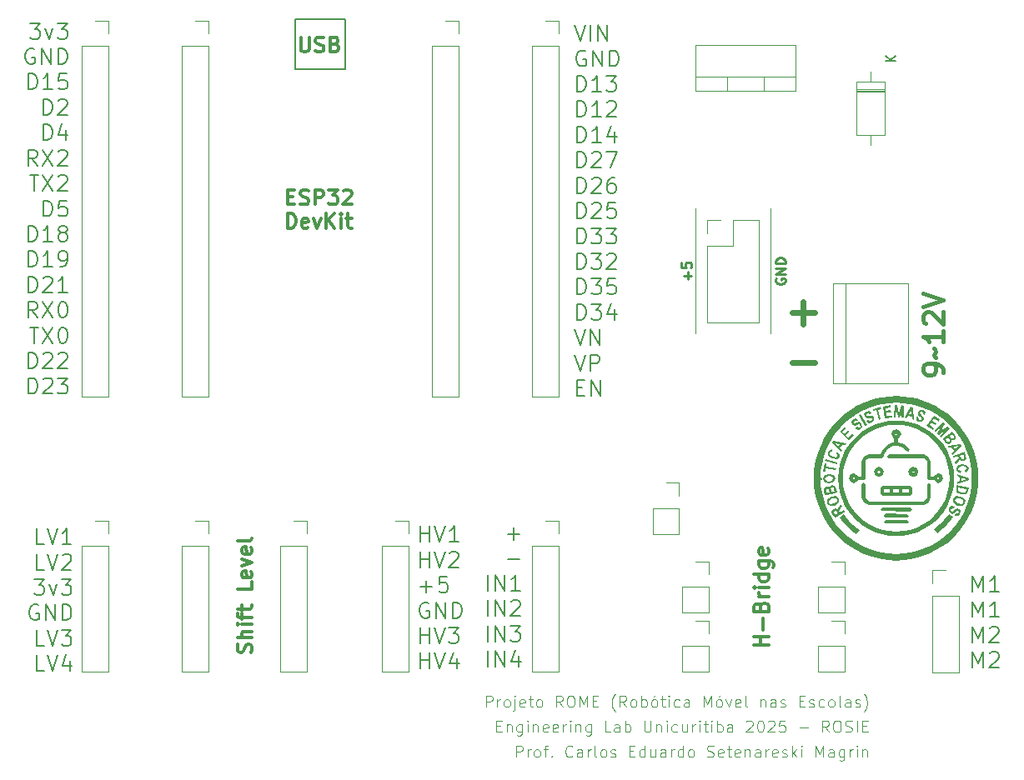
<source format=gbr>
%TF.GenerationSoftware,KiCad,Pcbnew,9.0.2*%
%TF.CreationDate,2025-06-11T21:10:13-03:00*%
%TF.ProjectId,rome,726f6d65-2e6b-4696-9361-645f70636258,0.1*%
%TF.SameCoordinates,Original*%
%TF.FileFunction,Legend,Top*%
%TF.FilePolarity,Positive*%
%FSLAX46Y46*%
G04 Gerber Fmt 4.6, Leading zero omitted, Abs format (unit mm)*
G04 Created by KiCad (PCBNEW 9.0.2) date 2025-06-11 21:10:13*
%MOMM*%
%LPD*%
G01*
G04 APERTURE LIST*
%ADD10C,0.200000*%
%ADD11C,0.100000*%
%ADD12C,0.101600*%
%ADD13C,0.600000*%
%ADD14C,0.250000*%
%ADD15C,0.300000*%
%ADD16C,0.400000*%
%ADD17C,0.150000*%
%ADD18C,0.120000*%
%ADD19C,0.000000*%
G04 APERTURE END LIST*
D10*
X124460000Y-72185000D02*
X129540000Y-72185000D01*
X129540000Y-77265000D01*
X124460000Y-77265000D01*
X124460000Y-72185000D01*
D11*
X172720000Y-104140000D02*
X172720000Y-91440000D01*
X165100000Y-104140000D02*
X165100000Y-91440000D01*
D12*
X144867971Y-144019707D02*
X145257438Y-144019707D01*
X145424352Y-144631726D02*
X144867971Y-144631726D01*
X144867971Y-144631726D02*
X144867971Y-143463326D01*
X144867971Y-143463326D02*
X145424352Y-143463326D01*
X145925095Y-143852792D02*
X145925095Y-144631726D01*
X145925095Y-143964068D02*
X145980733Y-143908430D01*
X145980733Y-143908430D02*
X146092009Y-143852792D01*
X146092009Y-143852792D02*
X146258924Y-143852792D01*
X146258924Y-143852792D02*
X146370200Y-143908430D01*
X146370200Y-143908430D02*
X146425838Y-144019707D01*
X146425838Y-144019707D02*
X146425838Y-144631726D01*
X147482962Y-143852792D02*
X147482962Y-144798640D01*
X147482962Y-144798640D02*
X147427324Y-144909916D01*
X147427324Y-144909916D02*
X147371686Y-144965554D01*
X147371686Y-144965554D02*
X147260409Y-145021192D01*
X147260409Y-145021192D02*
X147093495Y-145021192D01*
X147093495Y-145021192D02*
X146982219Y-144965554D01*
X147482962Y-144576088D02*
X147371686Y-144631726D01*
X147371686Y-144631726D02*
X147149133Y-144631726D01*
X147149133Y-144631726D02*
X147037857Y-144576088D01*
X147037857Y-144576088D02*
X146982219Y-144520449D01*
X146982219Y-144520449D02*
X146926581Y-144409173D01*
X146926581Y-144409173D02*
X146926581Y-144075345D01*
X146926581Y-144075345D02*
X146982219Y-143964068D01*
X146982219Y-143964068D02*
X147037857Y-143908430D01*
X147037857Y-143908430D02*
X147149133Y-143852792D01*
X147149133Y-143852792D02*
X147371686Y-143852792D01*
X147371686Y-143852792D02*
X147482962Y-143908430D01*
X148039343Y-144631726D02*
X148039343Y-143852792D01*
X148039343Y-143463326D02*
X147983705Y-143518964D01*
X147983705Y-143518964D02*
X148039343Y-143574602D01*
X148039343Y-143574602D02*
X148094981Y-143518964D01*
X148094981Y-143518964D02*
X148039343Y-143463326D01*
X148039343Y-143463326D02*
X148039343Y-143574602D01*
X148595724Y-143852792D02*
X148595724Y-144631726D01*
X148595724Y-143964068D02*
X148651362Y-143908430D01*
X148651362Y-143908430D02*
X148762638Y-143852792D01*
X148762638Y-143852792D02*
X148929553Y-143852792D01*
X148929553Y-143852792D02*
X149040829Y-143908430D01*
X149040829Y-143908430D02*
X149096467Y-144019707D01*
X149096467Y-144019707D02*
X149096467Y-144631726D01*
X150097953Y-144576088D02*
X149986677Y-144631726D01*
X149986677Y-144631726D02*
X149764124Y-144631726D01*
X149764124Y-144631726D02*
X149652848Y-144576088D01*
X149652848Y-144576088D02*
X149597210Y-144464811D01*
X149597210Y-144464811D02*
X149597210Y-144019707D01*
X149597210Y-144019707D02*
X149652848Y-143908430D01*
X149652848Y-143908430D02*
X149764124Y-143852792D01*
X149764124Y-143852792D02*
X149986677Y-143852792D01*
X149986677Y-143852792D02*
X150097953Y-143908430D01*
X150097953Y-143908430D02*
X150153591Y-144019707D01*
X150153591Y-144019707D02*
X150153591Y-144130983D01*
X150153591Y-144130983D02*
X149597210Y-144242259D01*
X151099439Y-144576088D02*
X150988163Y-144631726D01*
X150988163Y-144631726D02*
X150765610Y-144631726D01*
X150765610Y-144631726D02*
X150654334Y-144576088D01*
X150654334Y-144576088D02*
X150598696Y-144464811D01*
X150598696Y-144464811D02*
X150598696Y-144019707D01*
X150598696Y-144019707D02*
X150654334Y-143908430D01*
X150654334Y-143908430D02*
X150765610Y-143852792D01*
X150765610Y-143852792D02*
X150988163Y-143852792D01*
X150988163Y-143852792D02*
X151099439Y-143908430D01*
X151099439Y-143908430D02*
X151155077Y-144019707D01*
X151155077Y-144019707D02*
X151155077Y-144130983D01*
X151155077Y-144130983D02*
X150598696Y-144242259D01*
X151655820Y-144631726D02*
X151655820Y-143852792D01*
X151655820Y-144075345D02*
X151711458Y-143964068D01*
X151711458Y-143964068D02*
X151767096Y-143908430D01*
X151767096Y-143908430D02*
X151878372Y-143852792D01*
X151878372Y-143852792D02*
X151989649Y-143852792D01*
X152379115Y-144631726D02*
X152379115Y-143852792D01*
X152379115Y-143463326D02*
X152323477Y-143518964D01*
X152323477Y-143518964D02*
X152379115Y-143574602D01*
X152379115Y-143574602D02*
X152434753Y-143518964D01*
X152434753Y-143518964D02*
X152379115Y-143463326D01*
X152379115Y-143463326D02*
X152379115Y-143574602D01*
X152935496Y-143852792D02*
X152935496Y-144631726D01*
X152935496Y-143964068D02*
X152991134Y-143908430D01*
X152991134Y-143908430D02*
X153102410Y-143852792D01*
X153102410Y-143852792D02*
X153269325Y-143852792D01*
X153269325Y-143852792D02*
X153380601Y-143908430D01*
X153380601Y-143908430D02*
X153436239Y-144019707D01*
X153436239Y-144019707D02*
X153436239Y-144631726D01*
X154493363Y-143852792D02*
X154493363Y-144798640D01*
X154493363Y-144798640D02*
X154437725Y-144909916D01*
X154437725Y-144909916D02*
X154382087Y-144965554D01*
X154382087Y-144965554D02*
X154270810Y-145021192D01*
X154270810Y-145021192D02*
X154103896Y-145021192D01*
X154103896Y-145021192D02*
X153992620Y-144965554D01*
X154493363Y-144576088D02*
X154382087Y-144631726D01*
X154382087Y-144631726D02*
X154159534Y-144631726D01*
X154159534Y-144631726D02*
X154048258Y-144576088D01*
X154048258Y-144576088D02*
X153992620Y-144520449D01*
X153992620Y-144520449D02*
X153936982Y-144409173D01*
X153936982Y-144409173D02*
X153936982Y-144075345D01*
X153936982Y-144075345D02*
X153992620Y-143964068D01*
X153992620Y-143964068D02*
X154048258Y-143908430D01*
X154048258Y-143908430D02*
X154159534Y-143852792D01*
X154159534Y-143852792D02*
X154382087Y-143852792D01*
X154382087Y-143852792D02*
X154493363Y-143908430D01*
X156496335Y-144631726D02*
X155939954Y-144631726D01*
X155939954Y-144631726D02*
X155939954Y-143463326D01*
X157386545Y-144631726D02*
X157386545Y-144019707D01*
X157386545Y-144019707D02*
X157330907Y-143908430D01*
X157330907Y-143908430D02*
X157219631Y-143852792D01*
X157219631Y-143852792D02*
X156997078Y-143852792D01*
X156997078Y-143852792D02*
X156885802Y-143908430D01*
X157386545Y-144576088D02*
X157275269Y-144631726D01*
X157275269Y-144631726D02*
X156997078Y-144631726D01*
X156997078Y-144631726D02*
X156885802Y-144576088D01*
X156885802Y-144576088D02*
X156830164Y-144464811D01*
X156830164Y-144464811D02*
X156830164Y-144353535D01*
X156830164Y-144353535D02*
X156885802Y-144242259D01*
X156885802Y-144242259D02*
X156997078Y-144186621D01*
X156997078Y-144186621D02*
X157275269Y-144186621D01*
X157275269Y-144186621D02*
X157386545Y-144130983D01*
X157942926Y-144631726D02*
X157942926Y-143463326D01*
X157942926Y-143908430D02*
X158054202Y-143852792D01*
X158054202Y-143852792D02*
X158276755Y-143852792D01*
X158276755Y-143852792D02*
X158388031Y-143908430D01*
X158388031Y-143908430D02*
X158443669Y-143964068D01*
X158443669Y-143964068D02*
X158499307Y-144075345D01*
X158499307Y-144075345D02*
X158499307Y-144409173D01*
X158499307Y-144409173D02*
X158443669Y-144520449D01*
X158443669Y-144520449D02*
X158388031Y-144576088D01*
X158388031Y-144576088D02*
X158276755Y-144631726D01*
X158276755Y-144631726D02*
X158054202Y-144631726D01*
X158054202Y-144631726D02*
X157942926Y-144576088D01*
X159890260Y-143463326D02*
X159890260Y-144409173D01*
X159890260Y-144409173D02*
X159945898Y-144520449D01*
X159945898Y-144520449D02*
X160001536Y-144576088D01*
X160001536Y-144576088D02*
X160112812Y-144631726D01*
X160112812Y-144631726D02*
X160335365Y-144631726D01*
X160335365Y-144631726D02*
X160446641Y-144576088D01*
X160446641Y-144576088D02*
X160502279Y-144520449D01*
X160502279Y-144520449D02*
X160557917Y-144409173D01*
X160557917Y-144409173D02*
X160557917Y-143463326D01*
X161114298Y-143852792D02*
X161114298Y-144631726D01*
X161114298Y-143964068D02*
X161169936Y-143908430D01*
X161169936Y-143908430D02*
X161281212Y-143852792D01*
X161281212Y-143852792D02*
X161448127Y-143852792D01*
X161448127Y-143852792D02*
X161559403Y-143908430D01*
X161559403Y-143908430D02*
X161615041Y-144019707D01*
X161615041Y-144019707D02*
X161615041Y-144631726D01*
X162171422Y-144631726D02*
X162171422Y-143852792D01*
X162171422Y-143463326D02*
X162115784Y-143518964D01*
X162115784Y-143518964D02*
X162171422Y-143574602D01*
X162171422Y-143574602D02*
X162227060Y-143518964D01*
X162227060Y-143518964D02*
X162171422Y-143463326D01*
X162171422Y-143463326D02*
X162171422Y-143574602D01*
X163228546Y-144576088D02*
X163117270Y-144631726D01*
X163117270Y-144631726D02*
X162894717Y-144631726D01*
X162894717Y-144631726D02*
X162783441Y-144576088D01*
X162783441Y-144576088D02*
X162727803Y-144520449D01*
X162727803Y-144520449D02*
X162672165Y-144409173D01*
X162672165Y-144409173D02*
X162672165Y-144075345D01*
X162672165Y-144075345D02*
X162727803Y-143964068D01*
X162727803Y-143964068D02*
X162783441Y-143908430D01*
X162783441Y-143908430D02*
X162894717Y-143852792D01*
X162894717Y-143852792D02*
X163117270Y-143852792D01*
X163117270Y-143852792D02*
X163228546Y-143908430D01*
X164230032Y-143852792D02*
X164230032Y-144631726D01*
X163729289Y-143852792D02*
X163729289Y-144464811D01*
X163729289Y-144464811D02*
X163784927Y-144576088D01*
X163784927Y-144576088D02*
X163896203Y-144631726D01*
X163896203Y-144631726D02*
X164063118Y-144631726D01*
X164063118Y-144631726D02*
X164174394Y-144576088D01*
X164174394Y-144576088D02*
X164230032Y-144520449D01*
X164786413Y-144631726D02*
X164786413Y-143852792D01*
X164786413Y-144075345D02*
X164842051Y-143964068D01*
X164842051Y-143964068D02*
X164897689Y-143908430D01*
X164897689Y-143908430D02*
X165008965Y-143852792D01*
X165008965Y-143852792D02*
X165120242Y-143852792D01*
X165509708Y-144631726D02*
X165509708Y-143852792D01*
X165509708Y-143463326D02*
X165454070Y-143518964D01*
X165454070Y-143518964D02*
X165509708Y-143574602D01*
X165509708Y-143574602D02*
X165565346Y-143518964D01*
X165565346Y-143518964D02*
X165509708Y-143463326D01*
X165509708Y-143463326D02*
X165509708Y-143574602D01*
X165899175Y-143852792D02*
X166344279Y-143852792D01*
X166066089Y-143463326D02*
X166066089Y-144464811D01*
X166066089Y-144464811D02*
X166121727Y-144576088D01*
X166121727Y-144576088D02*
X166233003Y-144631726D01*
X166233003Y-144631726D02*
X166344279Y-144631726D01*
X166733746Y-144631726D02*
X166733746Y-143852792D01*
X166733746Y-143463326D02*
X166678108Y-143518964D01*
X166678108Y-143518964D02*
X166733746Y-143574602D01*
X166733746Y-143574602D02*
X166789384Y-143518964D01*
X166789384Y-143518964D02*
X166733746Y-143463326D01*
X166733746Y-143463326D02*
X166733746Y-143574602D01*
X167290127Y-144631726D02*
X167290127Y-143463326D01*
X167290127Y-143908430D02*
X167401403Y-143852792D01*
X167401403Y-143852792D02*
X167623956Y-143852792D01*
X167623956Y-143852792D02*
X167735232Y-143908430D01*
X167735232Y-143908430D02*
X167790870Y-143964068D01*
X167790870Y-143964068D02*
X167846508Y-144075345D01*
X167846508Y-144075345D02*
X167846508Y-144409173D01*
X167846508Y-144409173D02*
X167790870Y-144520449D01*
X167790870Y-144520449D02*
X167735232Y-144576088D01*
X167735232Y-144576088D02*
X167623956Y-144631726D01*
X167623956Y-144631726D02*
X167401403Y-144631726D01*
X167401403Y-144631726D02*
X167290127Y-144576088D01*
X168847994Y-144631726D02*
X168847994Y-144019707D01*
X168847994Y-144019707D02*
X168792356Y-143908430D01*
X168792356Y-143908430D02*
X168681080Y-143852792D01*
X168681080Y-143852792D02*
X168458527Y-143852792D01*
X168458527Y-143852792D02*
X168347251Y-143908430D01*
X168847994Y-144576088D02*
X168736718Y-144631726D01*
X168736718Y-144631726D02*
X168458527Y-144631726D01*
X168458527Y-144631726D02*
X168347251Y-144576088D01*
X168347251Y-144576088D02*
X168291613Y-144464811D01*
X168291613Y-144464811D02*
X168291613Y-144353535D01*
X168291613Y-144353535D02*
X168347251Y-144242259D01*
X168347251Y-144242259D02*
X168458527Y-144186621D01*
X168458527Y-144186621D02*
X168736718Y-144186621D01*
X168736718Y-144186621D02*
X168847994Y-144130983D01*
X170238947Y-143574602D02*
X170294585Y-143518964D01*
X170294585Y-143518964D02*
X170405861Y-143463326D01*
X170405861Y-143463326D02*
X170684052Y-143463326D01*
X170684052Y-143463326D02*
X170795328Y-143518964D01*
X170795328Y-143518964D02*
X170850966Y-143574602D01*
X170850966Y-143574602D02*
X170906604Y-143685878D01*
X170906604Y-143685878D02*
X170906604Y-143797154D01*
X170906604Y-143797154D02*
X170850966Y-143964068D01*
X170850966Y-143964068D02*
X170183309Y-144631726D01*
X170183309Y-144631726D02*
X170906604Y-144631726D01*
X171629899Y-143463326D02*
X171741176Y-143463326D01*
X171741176Y-143463326D02*
X171852452Y-143518964D01*
X171852452Y-143518964D02*
X171908090Y-143574602D01*
X171908090Y-143574602D02*
X171963728Y-143685878D01*
X171963728Y-143685878D02*
X172019366Y-143908430D01*
X172019366Y-143908430D02*
X172019366Y-144186621D01*
X172019366Y-144186621D02*
X171963728Y-144409173D01*
X171963728Y-144409173D02*
X171908090Y-144520449D01*
X171908090Y-144520449D02*
X171852452Y-144576088D01*
X171852452Y-144576088D02*
X171741176Y-144631726D01*
X171741176Y-144631726D02*
X171629899Y-144631726D01*
X171629899Y-144631726D02*
X171518623Y-144576088D01*
X171518623Y-144576088D02*
X171462985Y-144520449D01*
X171462985Y-144520449D02*
X171407347Y-144409173D01*
X171407347Y-144409173D02*
X171351709Y-144186621D01*
X171351709Y-144186621D02*
X171351709Y-143908430D01*
X171351709Y-143908430D02*
X171407347Y-143685878D01*
X171407347Y-143685878D02*
X171462985Y-143574602D01*
X171462985Y-143574602D02*
X171518623Y-143518964D01*
X171518623Y-143518964D02*
X171629899Y-143463326D01*
X172464471Y-143574602D02*
X172520109Y-143518964D01*
X172520109Y-143518964D02*
X172631385Y-143463326D01*
X172631385Y-143463326D02*
X172909576Y-143463326D01*
X172909576Y-143463326D02*
X173020852Y-143518964D01*
X173020852Y-143518964D02*
X173076490Y-143574602D01*
X173076490Y-143574602D02*
X173132128Y-143685878D01*
X173132128Y-143685878D02*
X173132128Y-143797154D01*
X173132128Y-143797154D02*
X173076490Y-143964068D01*
X173076490Y-143964068D02*
X172408833Y-144631726D01*
X172408833Y-144631726D02*
X173132128Y-144631726D01*
X174189252Y-143463326D02*
X173632871Y-143463326D01*
X173632871Y-143463326D02*
X173577233Y-144019707D01*
X173577233Y-144019707D02*
X173632871Y-143964068D01*
X173632871Y-143964068D02*
X173744147Y-143908430D01*
X173744147Y-143908430D02*
X174022338Y-143908430D01*
X174022338Y-143908430D02*
X174133614Y-143964068D01*
X174133614Y-143964068D02*
X174189252Y-144019707D01*
X174189252Y-144019707D02*
X174244890Y-144130983D01*
X174244890Y-144130983D02*
X174244890Y-144409173D01*
X174244890Y-144409173D02*
X174189252Y-144520449D01*
X174189252Y-144520449D02*
X174133614Y-144576088D01*
X174133614Y-144576088D02*
X174022338Y-144631726D01*
X174022338Y-144631726D02*
X173744147Y-144631726D01*
X173744147Y-144631726D02*
X173632871Y-144576088D01*
X173632871Y-144576088D02*
X173577233Y-144520449D01*
X175635843Y-144186621D02*
X176526053Y-144186621D01*
X178640300Y-144631726D02*
X178250833Y-144075345D01*
X177972643Y-144631726D02*
X177972643Y-143463326D01*
X177972643Y-143463326D02*
X178417748Y-143463326D01*
X178417748Y-143463326D02*
X178529024Y-143518964D01*
X178529024Y-143518964D02*
X178584662Y-143574602D01*
X178584662Y-143574602D02*
X178640300Y-143685878D01*
X178640300Y-143685878D02*
X178640300Y-143852792D01*
X178640300Y-143852792D02*
X178584662Y-143964068D01*
X178584662Y-143964068D02*
X178529024Y-144019707D01*
X178529024Y-144019707D02*
X178417748Y-144075345D01*
X178417748Y-144075345D02*
X177972643Y-144075345D01*
X179363595Y-143463326D02*
X179586148Y-143463326D01*
X179586148Y-143463326D02*
X179697424Y-143518964D01*
X179697424Y-143518964D02*
X179808700Y-143630240D01*
X179808700Y-143630240D02*
X179864338Y-143852792D01*
X179864338Y-143852792D02*
X179864338Y-144242259D01*
X179864338Y-144242259D02*
X179808700Y-144464811D01*
X179808700Y-144464811D02*
X179697424Y-144576088D01*
X179697424Y-144576088D02*
X179586148Y-144631726D01*
X179586148Y-144631726D02*
X179363595Y-144631726D01*
X179363595Y-144631726D02*
X179252319Y-144576088D01*
X179252319Y-144576088D02*
X179141043Y-144464811D01*
X179141043Y-144464811D02*
X179085405Y-144242259D01*
X179085405Y-144242259D02*
X179085405Y-143852792D01*
X179085405Y-143852792D02*
X179141043Y-143630240D01*
X179141043Y-143630240D02*
X179252319Y-143518964D01*
X179252319Y-143518964D02*
X179363595Y-143463326D01*
X180309443Y-144576088D02*
X180476357Y-144631726D01*
X180476357Y-144631726D02*
X180754548Y-144631726D01*
X180754548Y-144631726D02*
X180865824Y-144576088D01*
X180865824Y-144576088D02*
X180921462Y-144520449D01*
X180921462Y-144520449D02*
X180977100Y-144409173D01*
X180977100Y-144409173D02*
X180977100Y-144297897D01*
X180977100Y-144297897D02*
X180921462Y-144186621D01*
X180921462Y-144186621D02*
X180865824Y-144130983D01*
X180865824Y-144130983D02*
X180754548Y-144075345D01*
X180754548Y-144075345D02*
X180531995Y-144019707D01*
X180531995Y-144019707D02*
X180420719Y-143964068D01*
X180420719Y-143964068D02*
X180365081Y-143908430D01*
X180365081Y-143908430D02*
X180309443Y-143797154D01*
X180309443Y-143797154D02*
X180309443Y-143685878D01*
X180309443Y-143685878D02*
X180365081Y-143574602D01*
X180365081Y-143574602D02*
X180420719Y-143518964D01*
X180420719Y-143518964D02*
X180531995Y-143463326D01*
X180531995Y-143463326D02*
X180810186Y-143463326D01*
X180810186Y-143463326D02*
X180977100Y-143518964D01*
X181477843Y-144631726D02*
X181477843Y-143463326D01*
X182034224Y-144019707D02*
X182423691Y-144019707D01*
X182590605Y-144631726D02*
X182034224Y-144631726D01*
X182034224Y-144631726D02*
X182034224Y-143463326D01*
X182034224Y-143463326D02*
X182590605Y-143463326D01*
D13*
X174873487Y-107111231D02*
X177159202Y-107111231D01*
X174873487Y-102031231D02*
X177159202Y-102031231D01*
X176016344Y-103174088D02*
X176016344Y-100888373D01*
D14*
X164297389Y-98647142D02*
X164297389Y-97885238D01*
X164678342Y-98266190D02*
X163916437Y-98266190D01*
X163678342Y-96932857D02*
X163678342Y-97409047D01*
X163678342Y-97409047D02*
X164154532Y-97456666D01*
X164154532Y-97456666D02*
X164106913Y-97409047D01*
X164106913Y-97409047D02*
X164059294Y-97313809D01*
X164059294Y-97313809D02*
X164059294Y-97075714D01*
X164059294Y-97075714D02*
X164106913Y-96980476D01*
X164106913Y-96980476D02*
X164154532Y-96932857D01*
X164154532Y-96932857D02*
X164249770Y-96885238D01*
X164249770Y-96885238D02*
X164487865Y-96885238D01*
X164487865Y-96885238D02*
X164583103Y-96932857D01*
X164583103Y-96932857D02*
X164630723Y-96980476D01*
X164630723Y-96980476D02*
X164678342Y-97075714D01*
X164678342Y-97075714D02*
X164678342Y-97313809D01*
X164678342Y-97313809D02*
X164630723Y-97409047D01*
X164630723Y-97409047D02*
X164583103Y-97456666D01*
D15*
X120000400Y-136534999D02*
X120071828Y-136320714D01*
X120071828Y-136320714D02*
X120071828Y-135963571D01*
X120071828Y-135963571D02*
X120000400Y-135820714D01*
X120000400Y-135820714D02*
X119928971Y-135749285D01*
X119928971Y-135749285D02*
X119786114Y-135677856D01*
X119786114Y-135677856D02*
X119643257Y-135677856D01*
X119643257Y-135677856D02*
X119500400Y-135749285D01*
X119500400Y-135749285D02*
X119428971Y-135820714D01*
X119428971Y-135820714D02*
X119357542Y-135963571D01*
X119357542Y-135963571D02*
X119286114Y-136249285D01*
X119286114Y-136249285D02*
X119214685Y-136392142D01*
X119214685Y-136392142D02*
X119143257Y-136463571D01*
X119143257Y-136463571D02*
X119000400Y-136534999D01*
X119000400Y-136534999D02*
X118857542Y-136534999D01*
X118857542Y-136534999D02*
X118714685Y-136463571D01*
X118714685Y-136463571D02*
X118643257Y-136392142D01*
X118643257Y-136392142D02*
X118571828Y-136249285D01*
X118571828Y-136249285D02*
X118571828Y-135892142D01*
X118571828Y-135892142D02*
X118643257Y-135677856D01*
X120071828Y-135035000D02*
X118571828Y-135035000D01*
X120071828Y-134392143D02*
X119286114Y-134392143D01*
X119286114Y-134392143D02*
X119143257Y-134463571D01*
X119143257Y-134463571D02*
X119071828Y-134606428D01*
X119071828Y-134606428D02*
X119071828Y-134820714D01*
X119071828Y-134820714D02*
X119143257Y-134963571D01*
X119143257Y-134963571D02*
X119214685Y-135035000D01*
X120071828Y-133677857D02*
X119071828Y-133677857D01*
X118571828Y-133677857D02*
X118643257Y-133749285D01*
X118643257Y-133749285D02*
X118714685Y-133677857D01*
X118714685Y-133677857D02*
X118643257Y-133606428D01*
X118643257Y-133606428D02*
X118571828Y-133677857D01*
X118571828Y-133677857D02*
X118714685Y-133677857D01*
X119071828Y-133177856D02*
X119071828Y-132606428D01*
X120071828Y-132963571D02*
X118786114Y-132963571D01*
X118786114Y-132963571D02*
X118643257Y-132892142D01*
X118643257Y-132892142D02*
X118571828Y-132749285D01*
X118571828Y-132749285D02*
X118571828Y-132606428D01*
X119071828Y-132320713D02*
X119071828Y-131749285D01*
X118571828Y-132106428D02*
X119857542Y-132106428D01*
X119857542Y-132106428D02*
X120000400Y-132034999D01*
X120000400Y-132034999D02*
X120071828Y-131892142D01*
X120071828Y-131892142D02*
X120071828Y-131749285D01*
X120071828Y-129392142D02*
X120071828Y-130106428D01*
X120071828Y-130106428D02*
X118571828Y-130106428D01*
X120000400Y-128320713D02*
X120071828Y-128463570D01*
X120071828Y-128463570D02*
X120071828Y-128749285D01*
X120071828Y-128749285D02*
X120000400Y-128892142D01*
X120000400Y-128892142D02*
X119857542Y-128963570D01*
X119857542Y-128963570D02*
X119286114Y-128963570D01*
X119286114Y-128963570D02*
X119143257Y-128892142D01*
X119143257Y-128892142D02*
X119071828Y-128749285D01*
X119071828Y-128749285D02*
X119071828Y-128463570D01*
X119071828Y-128463570D02*
X119143257Y-128320713D01*
X119143257Y-128320713D02*
X119286114Y-128249285D01*
X119286114Y-128249285D02*
X119428971Y-128249285D01*
X119428971Y-128249285D02*
X119571828Y-128963570D01*
X119071828Y-127749285D02*
X120071828Y-127392142D01*
X120071828Y-127392142D02*
X119071828Y-127034999D01*
X120000400Y-125892142D02*
X120071828Y-126034999D01*
X120071828Y-126034999D02*
X120071828Y-126320714D01*
X120071828Y-126320714D02*
X120000400Y-126463571D01*
X120000400Y-126463571D02*
X119857542Y-126534999D01*
X119857542Y-126534999D02*
X119286114Y-126534999D01*
X119286114Y-126534999D02*
X119143257Y-126463571D01*
X119143257Y-126463571D02*
X119071828Y-126320714D01*
X119071828Y-126320714D02*
X119071828Y-126034999D01*
X119071828Y-126034999D02*
X119143257Y-125892142D01*
X119143257Y-125892142D02*
X119286114Y-125820714D01*
X119286114Y-125820714D02*
X119428971Y-125820714D01*
X119428971Y-125820714D02*
X119571828Y-126534999D01*
X120071828Y-124963571D02*
X120000400Y-125106428D01*
X120000400Y-125106428D02*
X119857542Y-125177857D01*
X119857542Y-125177857D02*
X118571828Y-125177857D01*
D16*
X190234438Y-108133986D02*
X190234438Y-107753034D01*
X190234438Y-107753034D02*
X190139200Y-107562557D01*
X190139200Y-107562557D02*
X190043961Y-107467319D01*
X190043961Y-107467319D02*
X189758247Y-107276843D01*
X189758247Y-107276843D02*
X189377295Y-107181605D01*
X189377295Y-107181605D02*
X188615390Y-107181605D01*
X188615390Y-107181605D02*
X188424914Y-107276843D01*
X188424914Y-107276843D02*
X188329676Y-107372081D01*
X188329676Y-107372081D02*
X188234438Y-107562557D01*
X188234438Y-107562557D02*
X188234438Y-107943510D01*
X188234438Y-107943510D02*
X188329676Y-108133986D01*
X188329676Y-108133986D02*
X188424914Y-108229224D01*
X188424914Y-108229224D02*
X188615390Y-108324462D01*
X188615390Y-108324462D02*
X189091580Y-108324462D01*
X189091580Y-108324462D02*
X189282057Y-108229224D01*
X189282057Y-108229224D02*
X189377295Y-108133986D01*
X189377295Y-108133986D02*
X189472533Y-107943510D01*
X189472533Y-107943510D02*
X189472533Y-107562557D01*
X189472533Y-107562557D02*
X189377295Y-107372081D01*
X189377295Y-107372081D02*
X189282057Y-107276843D01*
X189282057Y-107276843D02*
X189091580Y-107181605D01*
X189472533Y-106610176D02*
X189377295Y-106514938D01*
X189377295Y-106514938D02*
X189282057Y-106324462D01*
X189282057Y-106324462D02*
X189472533Y-105943510D01*
X189472533Y-105943510D02*
X189377295Y-105753033D01*
X189377295Y-105753033D02*
X189282057Y-105657795D01*
X190234438Y-103848272D02*
X190234438Y-104991129D01*
X190234438Y-104419701D02*
X188234438Y-104419701D01*
X188234438Y-104419701D02*
X188520152Y-104610177D01*
X188520152Y-104610177D02*
X188710628Y-104800653D01*
X188710628Y-104800653D02*
X188805866Y-104991129D01*
X188424914Y-103086367D02*
X188329676Y-102991129D01*
X188329676Y-102991129D02*
X188234438Y-102800653D01*
X188234438Y-102800653D02*
X188234438Y-102324462D01*
X188234438Y-102324462D02*
X188329676Y-102133986D01*
X188329676Y-102133986D02*
X188424914Y-102038748D01*
X188424914Y-102038748D02*
X188615390Y-101943510D01*
X188615390Y-101943510D02*
X188805866Y-101943510D01*
X188805866Y-101943510D02*
X189091580Y-102038748D01*
X189091580Y-102038748D02*
X190234438Y-103181605D01*
X190234438Y-103181605D02*
X190234438Y-101943510D01*
X188234438Y-101372081D02*
X190234438Y-100705415D01*
X190234438Y-100705415D02*
X188234438Y-100038748D01*
D12*
X146870943Y-147171726D02*
X146870943Y-146003326D01*
X146870943Y-146003326D02*
X147316048Y-146003326D01*
X147316048Y-146003326D02*
X147427324Y-146058964D01*
X147427324Y-146058964D02*
X147482962Y-146114602D01*
X147482962Y-146114602D02*
X147538600Y-146225878D01*
X147538600Y-146225878D02*
X147538600Y-146392792D01*
X147538600Y-146392792D02*
X147482962Y-146504068D01*
X147482962Y-146504068D02*
X147427324Y-146559707D01*
X147427324Y-146559707D02*
X147316048Y-146615345D01*
X147316048Y-146615345D02*
X146870943Y-146615345D01*
X148039343Y-147171726D02*
X148039343Y-146392792D01*
X148039343Y-146615345D02*
X148094981Y-146504068D01*
X148094981Y-146504068D02*
X148150619Y-146448430D01*
X148150619Y-146448430D02*
X148261895Y-146392792D01*
X148261895Y-146392792D02*
X148373172Y-146392792D01*
X148929552Y-147171726D02*
X148818276Y-147116088D01*
X148818276Y-147116088D02*
X148762638Y-147060449D01*
X148762638Y-147060449D02*
X148707000Y-146949173D01*
X148707000Y-146949173D02*
X148707000Y-146615345D01*
X148707000Y-146615345D02*
X148762638Y-146504068D01*
X148762638Y-146504068D02*
X148818276Y-146448430D01*
X148818276Y-146448430D02*
X148929552Y-146392792D01*
X148929552Y-146392792D02*
X149096467Y-146392792D01*
X149096467Y-146392792D02*
X149207743Y-146448430D01*
X149207743Y-146448430D02*
X149263381Y-146504068D01*
X149263381Y-146504068D02*
X149319019Y-146615345D01*
X149319019Y-146615345D02*
X149319019Y-146949173D01*
X149319019Y-146949173D02*
X149263381Y-147060449D01*
X149263381Y-147060449D02*
X149207743Y-147116088D01*
X149207743Y-147116088D02*
X149096467Y-147171726D01*
X149096467Y-147171726D02*
X148929552Y-147171726D01*
X149652848Y-146392792D02*
X150097952Y-146392792D01*
X149819762Y-147171726D02*
X149819762Y-146170240D01*
X149819762Y-146170240D02*
X149875400Y-146058964D01*
X149875400Y-146058964D02*
X149986676Y-146003326D01*
X149986676Y-146003326D02*
X150097952Y-146003326D01*
X150487419Y-147060449D02*
X150543057Y-147116088D01*
X150543057Y-147116088D02*
X150487419Y-147171726D01*
X150487419Y-147171726D02*
X150431781Y-147116088D01*
X150431781Y-147116088D02*
X150487419Y-147060449D01*
X150487419Y-147060449D02*
X150487419Y-147171726D01*
X152601667Y-147060449D02*
X152546029Y-147116088D01*
X152546029Y-147116088D02*
X152379115Y-147171726D01*
X152379115Y-147171726D02*
X152267839Y-147171726D01*
X152267839Y-147171726D02*
X152100924Y-147116088D01*
X152100924Y-147116088D02*
X151989648Y-147004811D01*
X151989648Y-147004811D02*
X151934010Y-146893535D01*
X151934010Y-146893535D02*
X151878372Y-146670983D01*
X151878372Y-146670983D02*
X151878372Y-146504068D01*
X151878372Y-146504068D02*
X151934010Y-146281516D01*
X151934010Y-146281516D02*
X151989648Y-146170240D01*
X151989648Y-146170240D02*
X152100924Y-146058964D01*
X152100924Y-146058964D02*
X152267839Y-146003326D01*
X152267839Y-146003326D02*
X152379115Y-146003326D01*
X152379115Y-146003326D02*
X152546029Y-146058964D01*
X152546029Y-146058964D02*
X152601667Y-146114602D01*
X153603153Y-147171726D02*
X153603153Y-146559707D01*
X153603153Y-146559707D02*
X153547515Y-146448430D01*
X153547515Y-146448430D02*
X153436239Y-146392792D01*
X153436239Y-146392792D02*
X153213686Y-146392792D01*
X153213686Y-146392792D02*
X153102410Y-146448430D01*
X153603153Y-147116088D02*
X153491877Y-147171726D01*
X153491877Y-147171726D02*
X153213686Y-147171726D01*
X153213686Y-147171726D02*
X153102410Y-147116088D01*
X153102410Y-147116088D02*
X153046772Y-147004811D01*
X153046772Y-147004811D02*
X153046772Y-146893535D01*
X153046772Y-146893535D02*
X153102410Y-146782259D01*
X153102410Y-146782259D02*
X153213686Y-146726621D01*
X153213686Y-146726621D02*
X153491877Y-146726621D01*
X153491877Y-146726621D02*
X153603153Y-146670983D01*
X154159534Y-147171726D02*
X154159534Y-146392792D01*
X154159534Y-146615345D02*
X154215172Y-146504068D01*
X154215172Y-146504068D02*
X154270810Y-146448430D01*
X154270810Y-146448430D02*
X154382086Y-146392792D01*
X154382086Y-146392792D02*
X154493363Y-146392792D01*
X155049743Y-147171726D02*
X154938467Y-147116088D01*
X154938467Y-147116088D02*
X154882829Y-147004811D01*
X154882829Y-147004811D02*
X154882829Y-146003326D01*
X155661762Y-147171726D02*
X155550486Y-147116088D01*
X155550486Y-147116088D02*
X155494848Y-147060449D01*
X155494848Y-147060449D02*
X155439210Y-146949173D01*
X155439210Y-146949173D02*
X155439210Y-146615345D01*
X155439210Y-146615345D02*
X155494848Y-146504068D01*
X155494848Y-146504068D02*
X155550486Y-146448430D01*
X155550486Y-146448430D02*
X155661762Y-146392792D01*
X155661762Y-146392792D02*
X155828677Y-146392792D01*
X155828677Y-146392792D02*
X155939953Y-146448430D01*
X155939953Y-146448430D02*
X155995591Y-146504068D01*
X155995591Y-146504068D02*
X156051229Y-146615345D01*
X156051229Y-146615345D02*
X156051229Y-146949173D01*
X156051229Y-146949173D02*
X155995591Y-147060449D01*
X155995591Y-147060449D02*
X155939953Y-147116088D01*
X155939953Y-147116088D02*
X155828677Y-147171726D01*
X155828677Y-147171726D02*
X155661762Y-147171726D01*
X156496334Y-147116088D02*
X156607610Y-147171726D01*
X156607610Y-147171726D02*
X156830162Y-147171726D01*
X156830162Y-147171726D02*
X156941439Y-147116088D01*
X156941439Y-147116088D02*
X156997077Y-147004811D01*
X156997077Y-147004811D02*
X156997077Y-146949173D01*
X156997077Y-146949173D02*
X156941439Y-146837897D01*
X156941439Y-146837897D02*
X156830162Y-146782259D01*
X156830162Y-146782259D02*
X156663248Y-146782259D01*
X156663248Y-146782259D02*
X156551972Y-146726621D01*
X156551972Y-146726621D02*
X156496334Y-146615345D01*
X156496334Y-146615345D02*
X156496334Y-146559707D01*
X156496334Y-146559707D02*
X156551972Y-146448430D01*
X156551972Y-146448430D02*
X156663248Y-146392792D01*
X156663248Y-146392792D02*
X156830162Y-146392792D01*
X156830162Y-146392792D02*
X156941439Y-146448430D01*
X158388030Y-146559707D02*
X158777497Y-146559707D01*
X158944411Y-147171726D02*
X158388030Y-147171726D01*
X158388030Y-147171726D02*
X158388030Y-146003326D01*
X158388030Y-146003326D02*
X158944411Y-146003326D01*
X159945897Y-147171726D02*
X159945897Y-146003326D01*
X159945897Y-147116088D02*
X159834621Y-147171726D01*
X159834621Y-147171726D02*
X159612068Y-147171726D01*
X159612068Y-147171726D02*
X159500792Y-147116088D01*
X159500792Y-147116088D02*
X159445154Y-147060449D01*
X159445154Y-147060449D02*
X159389516Y-146949173D01*
X159389516Y-146949173D02*
X159389516Y-146615345D01*
X159389516Y-146615345D02*
X159445154Y-146504068D01*
X159445154Y-146504068D02*
X159500792Y-146448430D01*
X159500792Y-146448430D02*
X159612068Y-146392792D01*
X159612068Y-146392792D02*
X159834621Y-146392792D01*
X159834621Y-146392792D02*
X159945897Y-146448430D01*
X161003021Y-146392792D02*
X161003021Y-147171726D01*
X160502278Y-146392792D02*
X160502278Y-147004811D01*
X160502278Y-147004811D02*
X160557916Y-147116088D01*
X160557916Y-147116088D02*
X160669192Y-147171726D01*
X160669192Y-147171726D02*
X160836107Y-147171726D01*
X160836107Y-147171726D02*
X160947383Y-147116088D01*
X160947383Y-147116088D02*
X161003021Y-147060449D01*
X162060145Y-147171726D02*
X162060145Y-146559707D01*
X162060145Y-146559707D02*
X162004507Y-146448430D01*
X162004507Y-146448430D02*
X161893231Y-146392792D01*
X161893231Y-146392792D02*
X161670678Y-146392792D01*
X161670678Y-146392792D02*
X161559402Y-146448430D01*
X162060145Y-147116088D02*
X161948869Y-147171726D01*
X161948869Y-147171726D02*
X161670678Y-147171726D01*
X161670678Y-147171726D02*
X161559402Y-147116088D01*
X161559402Y-147116088D02*
X161503764Y-147004811D01*
X161503764Y-147004811D02*
X161503764Y-146893535D01*
X161503764Y-146893535D02*
X161559402Y-146782259D01*
X161559402Y-146782259D02*
X161670678Y-146726621D01*
X161670678Y-146726621D02*
X161948869Y-146726621D01*
X161948869Y-146726621D02*
X162060145Y-146670983D01*
X162616526Y-147171726D02*
X162616526Y-146392792D01*
X162616526Y-146615345D02*
X162672164Y-146504068D01*
X162672164Y-146504068D02*
X162727802Y-146448430D01*
X162727802Y-146448430D02*
X162839078Y-146392792D01*
X162839078Y-146392792D02*
X162950355Y-146392792D01*
X163840564Y-147171726D02*
X163840564Y-146003326D01*
X163840564Y-147116088D02*
X163729288Y-147171726D01*
X163729288Y-147171726D02*
X163506735Y-147171726D01*
X163506735Y-147171726D02*
X163395459Y-147116088D01*
X163395459Y-147116088D02*
X163339821Y-147060449D01*
X163339821Y-147060449D02*
X163284183Y-146949173D01*
X163284183Y-146949173D02*
X163284183Y-146615345D01*
X163284183Y-146615345D02*
X163339821Y-146504068D01*
X163339821Y-146504068D02*
X163395459Y-146448430D01*
X163395459Y-146448430D02*
X163506735Y-146392792D01*
X163506735Y-146392792D02*
X163729288Y-146392792D01*
X163729288Y-146392792D02*
X163840564Y-146448430D01*
X164563859Y-147171726D02*
X164452583Y-147116088D01*
X164452583Y-147116088D02*
X164396945Y-147060449D01*
X164396945Y-147060449D02*
X164341307Y-146949173D01*
X164341307Y-146949173D02*
X164341307Y-146615345D01*
X164341307Y-146615345D02*
X164396945Y-146504068D01*
X164396945Y-146504068D02*
X164452583Y-146448430D01*
X164452583Y-146448430D02*
X164563859Y-146392792D01*
X164563859Y-146392792D02*
X164730774Y-146392792D01*
X164730774Y-146392792D02*
X164842050Y-146448430D01*
X164842050Y-146448430D02*
X164897688Y-146504068D01*
X164897688Y-146504068D02*
X164953326Y-146615345D01*
X164953326Y-146615345D02*
X164953326Y-146949173D01*
X164953326Y-146949173D02*
X164897688Y-147060449D01*
X164897688Y-147060449D02*
X164842050Y-147116088D01*
X164842050Y-147116088D02*
X164730774Y-147171726D01*
X164730774Y-147171726D02*
X164563859Y-147171726D01*
X166288641Y-147116088D02*
X166455555Y-147171726D01*
X166455555Y-147171726D02*
X166733746Y-147171726D01*
X166733746Y-147171726D02*
X166845022Y-147116088D01*
X166845022Y-147116088D02*
X166900660Y-147060449D01*
X166900660Y-147060449D02*
X166956298Y-146949173D01*
X166956298Y-146949173D02*
X166956298Y-146837897D01*
X166956298Y-146837897D02*
X166900660Y-146726621D01*
X166900660Y-146726621D02*
X166845022Y-146670983D01*
X166845022Y-146670983D02*
X166733746Y-146615345D01*
X166733746Y-146615345D02*
X166511193Y-146559707D01*
X166511193Y-146559707D02*
X166399917Y-146504068D01*
X166399917Y-146504068D02*
X166344279Y-146448430D01*
X166344279Y-146448430D02*
X166288641Y-146337154D01*
X166288641Y-146337154D02*
X166288641Y-146225878D01*
X166288641Y-146225878D02*
X166344279Y-146114602D01*
X166344279Y-146114602D02*
X166399917Y-146058964D01*
X166399917Y-146058964D02*
X166511193Y-146003326D01*
X166511193Y-146003326D02*
X166789384Y-146003326D01*
X166789384Y-146003326D02*
X166956298Y-146058964D01*
X167902146Y-147116088D02*
X167790870Y-147171726D01*
X167790870Y-147171726D02*
X167568317Y-147171726D01*
X167568317Y-147171726D02*
X167457041Y-147116088D01*
X167457041Y-147116088D02*
X167401403Y-147004811D01*
X167401403Y-147004811D02*
X167401403Y-146559707D01*
X167401403Y-146559707D02*
X167457041Y-146448430D01*
X167457041Y-146448430D02*
X167568317Y-146392792D01*
X167568317Y-146392792D02*
X167790870Y-146392792D01*
X167790870Y-146392792D02*
X167902146Y-146448430D01*
X167902146Y-146448430D02*
X167957784Y-146559707D01*
X167957784Y-146559707D02*
X167957784Y-146670983D01*
X167957784Y-146670983D02*
X167401403Y-146782259D01*
X168291613Y-146392792D02*
X168736717Y-146392792D01*
X168458527Y-146003326D02*
X168458527Y-147004811D01*
X168458527Y-147004811D02*
X168514165Y-147116088D01*
X168514165Y-147116088D02*
X168625441Y-147171726D01*
X168625441Y-147171726D02*
X168736717Y-147171726D01*
X169571289Y-147116088D02*
X169460013Y-147171726D01*
X169460013Y-147171726D02*
X169237460Y-147171726D01*
X169237460Y-147171726D02*
X169126184Y-147116088D01*
X169126184Y-147116088D02*
X169070546Y-147004811D01*
X169070546Y-147004811D02*
X169070546Y-146559707D01*
X169070546Y-146559707D02*
X169126184Y-146448430D01*
X169126184Y-146448430D02*
X169237460Y-146392792D01*
X169237460Y-146392792D02*
X169460013Y-146392792D01*
X169460013Y-146392792D02*
X169571289Y-146448430D01*
X169571289Y-146448430D02*
X169626927Y-146559707D01*
X169626927Y-146559707D02*
X169626927Y-146670983D01*
X169626927Y-146670983D02*
X169070546Y-146782259D01*
X170127670Y-146392792D02*
X170127670Y-147171726D01*
X170127670Y-146504068D02*
X170183308Y-146448430D01*
X170183308Y-146448430D02*
X170294584Y-146392792D01*
X170294584Y-146392792D02*
X170461499Y-146392792D01*
X170461499Y-146392792D02*
X170572775Y-146448430D01*
X170572775Y-146448430D02*
X170628413Y-146559707D01*
X170628413Y-146559707D02*
X170628413Y-147171726D01*
X171685537Y-147171726D02*
X171685537Y-146559707D01*
X171685537Y-146559707D02*
X171629899Y-146448430D01*
X171629899Y-146448430D02*
X171518623Y-146392792D01*
X171518623Y-146392792D02*
X171296070Y-146392792D01*
X171296070Y-146392792D02*
X171184794Y-146448430D01*
X171685537Y-147116088D02*
X171574261Y-147171726D01*
X171574261Y-147171726D02*
X171296070Y-147171726D01*
X171296070Y-147171726D02*
X171184794Y-147116088D01*
X171184794Y-147116088D02*
X171129156Y-147004811D01*
X171129156Y-147004811D02*
X171129156Y-146893535D01*
X171129156Y-146893535D02*
X171184794Y-146782259D01*
X171184794Y-146782259D02*
X171296070Y-146726621D01*
X171296070Y-146726621D02*
X171574261Y-146726621D01*
X171574261Y-146726621D02*
X171685537Y-146670983D01*
X172241918Y-147171726D02*
X172241918Y-146392792D01*
X172241918Y-146615345D02*
X172297556Y-146504068D01*
X172297556Y-146504068D02*
X172353194Y-146448430D01*
X172353194Y-146448430D02*
X172464470Y-146392792D01*
X172464470Y-146392792D02*
X172575747Y-146392792D01*
X173410318Y-147116088D02*
X173299042Y-147171726D01*
X173299042Y-147171726D02*
X173076489Y-147171726D01*
X173076489Y-147171726D02*
X172965213Y-147116088D01*
X172965213Y-147116088D02*
X172909575Y-147004811D01*
X172909575Y-147004811D02*
X172909575Y-146559707D01*
X172909575Y-146559707D02*
X172965213Y-146448430D01*
X172965213Y-146448430D02*
X173076489Y-146392792D01*
X173076489Y-146392792D02*
X173299042Y-146392792D01*
X173299042Y-146392792D02*
X173410318Y-146448430D01*
X173410318Y-146448430D02*
X173465956Y-146559707D01*
X173465956Y-146559707D02*
X173465956Y-146670983D01*
X173465956Y-146670983D02*
X172909575Y-146782259D01*
X173911061Y-147116088D02*
X174022337Y-147171726D01*
X174022337Y-147171726D02*
X174244889Y-147171726D01*
X174244889Y-147171726D02*
X174356166Y-147116088D01*
X174356166Y-147116088D02*
X174411804Y-147004811D01*
X174411804Y-147004811D02*
X174411804Y-146949173D01*
X174411804Y-146949173D02*
X174356166Y-146837897D01*
X174356166Y-146837897D02*
X174244889Y-146782259D01*
X174244889Y-146782259D02*
X174077975Y-146782259D01*
X174077975Y-146782259D02*
X173966699Y-146726621D01*
X173966699Y-146726621D02*
X173911061Y-146615345D01*
X173911061Y-146615345D02*
X173911061Y-146559707D01*
X173911061Y-146559707D02*
X173966699Y-146448430D01*
X173966699Y-146448430D02*
X174077975Y-146392792D01*
X174077975Y-146392792D02*
X174244889Y-146392792D01*
X174244889Y-146392792D02*
X174356166Y-146448430D01*
X174912547Y-147171726D02*
X174912547Y-146003326D01*
X175023823Y-146726621D02*
X175357652Y-147171726D01*
X175357652Y-146392792D02*
X174912547Y-146837897D01*
X175858395Y-147171726D02*
X175858395Y-146392792D01*
X175858395Y-146003326D02*
X175802757Y-146058964D01*
X175802757Y-146058964D02*
X175858395Y-146114602D01*
X175858395Y-146114602D02*
X175914033Y-146058964D01*
X175914033Y-146058964D02*
X175858395Y-146003326D01*
X175858395Y-146003326D02*
X175858395Y-146114602D01*
X177304986Y-147171726D02*
X177304986Y-146003326D01*
X177304986Y-146003326D02*
X177694453Y-146837897D01*
X177694453Y-146837897D02*
X178083919Y-146003326D01*
X178083919Y-146003326D02*
X178083919Y-147171726D01*
X179141043Y-147171726D02*
X179141043Y-146559707D01*
X179141043Y-146559707D02*
X179085405Y-146448430D01*
X179085405Y-146448430D02*
X178974129Y-146392792D01*
X178974129Y-146392792D02*
X178751576Y-146392792D01*
X178751576Y-146392792D02*
X178640300Y-146448430D01*
X179141043Y-147116088D02*
X179029767Y-147171726D01*
X179029767Y-147171726D02*
X178751576Y-147171726D01*
X178751576Y-147171726D02*
X178640300Y-147116088D01*
X178640300Y-147116088D02*
X178584662Y-147004811D01*
X178584662Y-147004811D02*
X178584662Y-146893535D01*
X178584662Y-146893535D02*
X178640300Y-146782259D01*
X178640300Y-146782259D02*
X178751576Y-146726621D01*
X178751576Y-146726621D02*
X179029767Y-146726621D01*
X179029767Y-146726621D02*
X179141043Y-146670983D01*
X180198167Y-146392792D02*
X180198167Y-147338640D01*
X180198167Y-147338640D02*
X180142529Y-147449916D01*
X180142529Y-147449916D02*
X180086891Y-147505554D01*
X180086891Y-147505554D02*
X179975614Y-147561192D01*
X179975614Y-147561192D02*
X179808700Y-147561192D01*
X179808700Y-147561192D02*
X179697424Y-147505554D01*
X180198167Y-147116088D02*
X180086891Y-147171726D01*
X180086891Y-147171726D02*
X179864338Y-147171726D01*
X179864338Y-147171726D02*
X179753062Y-147116088D01*
X179753062Y-147116088D02*
X179697424Y-147060449D01*
X179697424Y-147060449D02*
X179641786Y-146949173D01*
X179641786Y-146949173D02*
X179641786Y-146615345D01*
X179641786Y-146615345D02*
X179697424Y-146504068D01*
X179697424Y-146504068D02*
X179753062Y-146448430D01*
X179753062Y-146448430D02*
X179864338Y-146392792D01*
X179864338Y-146392792D02*
X180086891Y-146392792D01*
X180086891Y-146392792D02*
X180198167Y-146448430D01*
X180754548Y-147171726D02*
X180754548Y-146392792D01*
X180754548Y-146615345D02*
X180810186Y-146504068D01*
X180810186Y-146504068D02*
X180865824Y-146448430D01*
X180865824Y-146448430D02*
X180977100Y-146392792D01*
X180977100Y-146392792D02*
X181088377Y-146392792D01*
X181477843Y-147171726D02*
X181477843Y-146392792D01*
X181477843Y-146003326D02*
X181422205Y-146058964D01*
X181422205Y-146058964D02*
X181477843Y-146114602D01*
X181477843Y-146114602D02*
X181533481Y-146058964D01*
X181533481Y-146058964D02*
X181477843Y-146003326D01*
X181477843Y-146003326D02*
X181477843Y-146114602D01*
X182034224Y-146392792D02*
X182034224Y-147171726D01*
X182034224Y-146504068D02*
X182089862Y-146448430D01*
X182089862Y-146448430D02*
X182201138Y-146392792D01*
X182201138Y-146392792D02*
X182368053Y-146392792D01*
X182368053Y-146392792D02*
X182479329Y-146448430D01*
X182479329Y-146448430D02*
X182534967Y-146559707D01*
X182534967Y-146559707D02*
X182534967Y-147171726D01*
D15*
X125004510Y-74021828D02*
X125004510Y-75236114D01*
X125004510Y-75236114D02*
X125075939Y-75378971D01*
X125075939Y-75378971D02*
X125147368Y-75450400D01*
X125147368Y-75450400D02*
X125290225Y-75521828D01*
X125290225Y-75521828D02*
X125575939Y-75521828D01*
X125575939Y-75521828D02*
X125718796Y-75450400D01*
X125718796Y-75450400D02*
X125790225Y-75378971D01*
X125790225Y-75378971D02*
X125861653Y-75236114D01*
X125861653Y-75236114D02*
X125861653Y-74021828D01*
X126504511Y-75450400D02*
X126718797Y-75521828D01*
X126718797Y-75521828D02*
X127075939Y-75521828D01*
X127075939Y-75521828D02*
X127218797Y-75450400D01*
X127218797Y-75450400D02*
X127290225Y-75378971D01*
X127290225Y-75378971D02*
X127361654Y-75236114D01*
X127361654Y-75236114D02*
X127361654Y-75093257D01*
X127361654Y-75093257D02*
X127290225Y-74950400D01*
X127290225Y-74950400D02*
X127218797Y-74878971D01*
X127218797Y-74878971D02*
X127075939Y-74807542D01*
X127075939Y-74807542D02*
X126790225Y-74736114D01*
X126790225Y-74736114D02*
X126647368Y-74664685D01*
X126647368Y-74664685D02*
X126575939Y-74593257D01*
X126575939Y-74593257D02*
X126504511Y-74450400D01*
X126504511Y-74450400D02*
X126504511Y-74307542D01*
X126504511Y-74307542D02*
X126575939Y-74164685D01*
X126575939Y-74164685D02*
X126647368Y-74093257D01*
X126647368Y-74093257D02*
X126790225Y-74021828D01*
X126790225Y-74021828D02*
X127147368Y-74021828D01*
X127147368Y-74021828D02*
X127361654Y-74093257D01*
X128504510Y-74736114D02*
X128718796Y-74807542D01*
X128718796Y-74807542D02*
X128790225Y-74878971D01*
X128790225Y-74878971D02*
X128861653Y-75021828D01*
X128861653Y-75021828D02*
X128861653Y-75236114D01*
X128861653Y-75236114D02*
X128790225Y-75378971D01*
X128790225Y-75378971D02*
X128718796Y-75450400D01*
X128718796Y-75450400D02*
X128575939Y-75521828D01*
X128575939Y-75521828D02*
X128004510Y-75521828D01*
X128004510Y-75521828D02*
X128004510Y-74021828D01*
X128004510Y-74021828D02*
X128504510Y-74021828D01*
X128504510Y-74021828D02*
X128647368Y-74093257D01*
X128647368Y-74093257D02*
X128718796Y-74164685D01*
X128718796Y-74164685D02*
X128790225Y-74307542D01*
X128790225Y-74307542D02*
X128790225Y-74450400D01*
X128790225Y-74450400D02*
X128718796Y-74593257D01*
X128718796Y-74593257D02*
X128647368Y-74664685D01*
X128647368Y-74664685D02*
X128504510Y-74736114D01*
X128504510Y-74736114D02*
X128004510Y-74736114D01*
X172520828Y-135816204D02*
X171020828Y-135816204D01*
X171735114Y-135816204D02*
X171735114Y-134959061D01*
X172520828Y-134959061D02*
X171020828Y-134959061D01*
X171949400Y-134244775D02*
X171949400Y-133101918D01*
X171735114Y-131887632D02*
X171806542Y-131673346D01*
X171806542Y-131673346D02*
X171877971Y-131601917D01*
X171877971Y-131601917D02*
X172020828Y-131530489D01*
X172020828Y-131530489D02*
X172235114Y-131530489D01*
X172235114Y-131530489D02*
X172377971Y-131601917D01*
X172377971Y-131601917D02*
X172449400Y-131673346D01*
X172449400Y-131673346D02*
X172520828Y-131816203D01*
X172520828Y-131816203D02*
X172520828Y-132387632D01*
X172520828Y-132387632D02*
X171020828Y-132387632D01*
X171020828Y-132387632D02*
X171020828Y-131887632D01*
X171020828Y-131887632D02*
X171092257Y-131744775D01*
X171092257Y-131744775D02*
X171163685Y-131673346D01*
X171163685Y-131673346D02*
X171306542Y-131601917D01*
X171306542Y-131601917D02*
X171449400Y-131601917D01*
X171449400Y-131601917D02*
X171592257Y-131673346D01*
X171592257Y-131673346D02*
X171663685Y-131744775D01*
X171663685Y-131744775D02*
X171735114Y-131887632D01*
X171735114Y-131887632D02*
X171735114Y-132387632D01*
X172520828Y-130887632D02*
X171520828Y-130887632D01*
X171806542Y-130887632D02*
X171663685Y-130816203D01*
X171663685Y-130816203D02*
X171592257Y-130744775D01*
X171592257Y-130744775D02*
X171520828Y-130601917D01*
X171520828Y-130601917D02*
X171520828Y-130459060D01*
X172520828Y-129959061D02*
X171520828Y-129959061D01*
X171020828Y-129959061D02*
X171092257Y-130030489D01*
X171092257Y-130030489D02*
X171163685Y-129959061D01*
X171163685Y-129959061D02*
X171092257Y-129887632D01*
X171092257Y-129887632D02*
X171020828Y-129959061D01*
X171020828Y-129959061D02*
X171163685Y-129959061D01*
X172520828Y-128601918D02*
X171020828Y-128601918D01*
X172449400Y-128601918D02*
X172520828Y-128744775D01*
X172520828Y-128744775D02*
X172520828Y-129030489D01*
X172520828Y-129030489D02*
X172449400Y-129173346D01*
X172449400Y-129173346D02*
X172377971Y-129244775D01*
X172377971Y-129244775D02*
X172235114Y-129316203D01*
X172235114Y-129316203D02*
X171806542Y-129316203D01*
X171806542Y-129316203D02*
X171663685Y-129244775D01*
X171663685Y-129244775D02*
X171592257Y-129173346D01*
X171592257Y-129173346D02*
X171520828Y-129030489D01*
X171520828Y-129030489D02*
X171520828Y-128744775D01*
X171520828Y-128744775D02*
X171592257Y-128601918D01*
X171520828Y-127244775D02*
X172735114Y-127244775D01*
X172735114Y-127244775D02*
X172877971Y-127316203D01*
X172877971Y-127316203D02*
X172949400Y-127387632D01*
X172949400Y-127387632D02*
X173020828Y-127530489D01*
X173020828Y-127530489D02*
X173020828Y-127744775D01*
X173020828Y-127744775D02*
X172949400Y-127887632D01*
X172449400Y-127244775D02*
X172520828Y-127387632D01*
X172520828Y-127387632D02*
X172520828Y-127673346D01*
X172520828Y-127673346D02*
X172449400Y-127816203D01*
X172449400Y-127816203D02*
X172377971Y-127887632D01*
X172377971Y-127887632D02*
X172235114Y-127959060D01*
X172235114Y-127959060D02*
X171806542Y-127959060D01*
X171806542Y-127959060D02*
X171663685Y-127887632D01*
X171663685Y-127887632D02*
X171592257Y-127816203D01*
X171592257Y-127816203D02*
X171520828Y-127673346D01*
X171520828Y-127673346D02*
X171520828Y-127387632D01*
X171520828Y-127387632D02*
X171592257Y-127244775D01*
X172449400Y-125959060D02*
X172520828Y-126101917D01*
X172520828Y-126101917D02*
X172520828Y-126387632D01*
X172520828Y-126387632D02*
X172449400Y-126530489D01*
X172449400Y-126530489D02*
X172306542Y-126601917D01*
X172306542Y-126601917D02*
X171735114Y-126601917D01*
X171735114Y-126601917D02*
X171592257Y-126530489D01*
X171592257Y-126530489D02*
X171520828Y-126387632D01*
X171520828Y-126387632D02*
X171520828Y-126101917D01*
X171520828Y-126101917D02*
X171592257Y-125959060D01*
X171592257Y-125959060D02*
X171735114Y-125887632D01*
X171735114Y-125887632D02*
X171877971Y-125887632D01*
X171877971Y-125887632D02*
X172020828Y-126601917D01*
D12*
X143810847Y-142091726D02*
X143810847Y-140923326D01*
X143810847Y-140923326D02*
X144255952Y-140923326D01*
X144255952Y-140923326D02*
X144367228Y-140978964D01*
X144367228Y-140978964D02*
X144422866Y-141034602D01*
X144422866Y-141034602D02*
X144478504Y-141145878D01*
X144478504Y-141145878D02*
X144478504Y-141312792D01*
X144478504Y-141312792D02*
X144422866Y-141424068D01*
X144422866Y-141424068D02*
X144367228Y-141479707D01*
X144367228Y-141479707D02*
X144255952Y-141535345D01*
X144255952Y-141535345D02*
X143810847Y-141535345D01*
X144979247Y-142091726D02*
X144979247Y-141312792D01*
X144979247Y-141535345D02*
X145034885Y-141424068D01*
X145034885Y-141424068D02*
X145090523Y-141368430D01*
X145090523Y-141368430D02*
X145201799Y-141312792D01*
X145201799Y-141312792D02*
X145313076Y-141312792D01*
X145869456Y-142091726D02*
X145758180Y-142036088D01*
X145758180Y-142036088D02*
X145702542Y-141980449D01*
X145702542Y-141980449D02*
X145646904Y-141869173D01*
X145646904Y-141869173D02*
X145646904Y-141535345D01*
X145646904Y-141535345D02*
X145702542Y-141424068D01*
X145702542Y-141424068D02*
X145758180Y-141368430D01*
X145758180Y-141368430D02*
X145869456Y-141312792D01*
X145869456Y-141312792D02*
X146036371Y-141312792D01*
X146036371Y-141312792D02*
X146147647Y-141368430D01*
X146147647Y-141368430D02*
X146203285Y-141424068D01*
X146203285Y-141424068D02*
X146258923Y-141535345D01*
X146258923Y-141535345D02*
X146258923Y-141869173D01*
X146258923Y-141869173D02*
X146203285Y-141980449D01*
X146203285Y-141980449D02*
X146147647Y-142036088D01*
X146147647Y-142036088D02*
X146036371Y-142091726D01*
X146036371Y-142091726D02*
X145869456Y-142091726D01*
X146759666Y-141312792D02*
X146759666Y-142314278D01*
X146759666Y-142314278D02*
X146704028Y-142425554D01*
X146704028Y-142425554D02*
X146592752Y-142481192D01*
X146592752Y-142481192D02*
X146537114Y-142481192D01*
X146759666Y-140923326D02*
X146704028Y-140978964D01*
X146704028Y-140978964D02*
X146759666Y-141034602D01*
X146759666Y-141034602D02*
X146815304Y-140978964D01*
X146815304Y-140978964D02*
X146759666Y-140923326D01*
X146759666Y-140923326D02*
X146759666Y-141034602D01*
X147761152Y-142036088D02*
X147649876Y-142091726D01*
X147649876Y-142091726D02*
X147427323Y-142091726D01*
X147427323Y-142091726D02*
X147316047Y-142036088D01*
X147316047Y-142036088D02*
X147260409Y-141924811D01*
X147260409Y-141924811D02*
X147260409Y-141479707D01*
X147260409Y-141479707D02*
X147316047Y-141368430D01*
X147316047Y-141368430D02*
X147427323Y-141312792D01*
X147427323Y-141312792D02*
X147649876Y-141312792D01*
X147649876Y-141312792D02*
X147761152Y-141368430D01*
X147761152Y-141368430D02*
X147816790Y-141479707D01*
X147816790Y-141479707D02*
X147816790Y-141590983D01*
X147816790Y-141590983D02*
X147260409Y-141702259D01*
X148150619Y-141312792D02*
X148595723Y-141312792D01*
X148317533Y-140923326D02*
X148317533Y-141924811D01*
X148317533Y-141924811D02*
X148373171Y-142036088D01*
X148373171Y-142036088D02*
X148484447Y-142091726D01*
X148484447Y-142091726D02*
X148595723Y-142091726D01*
X149152104Y-142091726D02*
X149040828Y-142036088D01*
X149040828Y-142036088D02*
X148985190Y-141980449D01*
X148985190Y-141980449D02*
X148929552Y-141869173D01*
X148929552Y-141869173D02*
X148929552Y-141535345D01*
X148929552Y-141535345D02*
X148985190Y-141424068D01*
X148985190Y-141424068D02*
X149040828Y-141368430D01*
X149040828Y-141368430D02*
X149152104Y-141312792D01*
X149152104Y-141312792D02*
X149319019Y-141312792D01*
X149319019Y-141312792D02*
X149430295Y-141368430D01*
X149430295Y-141368430D02*
X149485933Y-141424068D01*
X149485933Y-141424068D02*
X149541571Y-141535345D01*
X149541571Y-141535345D02*
X149541571Y-141869173D01*
X149541571Y-141869173D02*
X149485933Y-141980449D01*
X149485933Y-141980449D02*
X149430295Y-142036088D01*
X149430295Y-142036088D02*
X149319019Y-142091726D01*
X149319019Y-142091726D02*
X149152104Y-142091726D01*
X151600181Y-142091726D02*
X151210714Y-141535345D01*
X150932524Y-142091726D02*
X150932524Y-140923326D01*
X150932524Y-140923326D02*
X151377629Y-140923326D01*
X151377629Y-140923326D02*
X151488905Y-140978964D01*
X151488905Y-140978964D02*
X151544543Y-141034602D01*
X151544543Y-141034602D02*
X151600181Y-141145878D01*
X151600181Y-141145878D02*
X151600181Y-141312792D01*
X151600181Y-141312792D02*
X151544543Y-141424068D01*
X151544543Y-141424068D02*
X151488905Y-141479707D01*
X151488905Y-141479707D02*
X151377629Y-141535345D01*
X151377629Y-141535345D02*
X150932524Y-141535345D01*
X152323476Y-140923326D02*
X152546029Y-140923326D01*
X152546029Y-140923326D02*
X152657305Y-140978964D01*
X152657305Y-140978964D02*
X152768581Y-141090240D01*
X152768581Y-141090240D02*
X152824219Y-141312792D01*
X152824219Y-141312792D02*
X152824219Y-141702259D01*
X152824219Y-141702259D02*
X152768581Y-141924811D01*
X152768581Y-141924811D02*
X152657305Y-142036088D01*
X152657305Y-142036088D02*
X152546029Y-142091726D01*
X152546029Y-142091726D02*
X152323476Y-142091726D01*
X152323476Y-142091726D02*
X152212200Y-142036088D01*
X152212200Y-142036088D02*
X152100924Y-141924811D01*
X152100924Y-141924811D02*
X152045286Y-141702259D01*
X152045286Y-141702259D02*
X152045286Y-141312792D01*
X152045286Y-141312792D02*
X152100924Y-141090240D01*
X152100924Y-141090240D02*
X152212200Y-140978964D01*
X152212200Y-140978964D02*
X152323476Y-140923326D01*
X153324962Y-142091726D02*
X153324962Y-140923326D01*
X153324962Y-140923326D02*
X153714429Y-141757897D01*
X153714429Y-141757897D02*
X154103895Y-140923326D01*
X154103895Y-140923326D02*
X154103895Y-142091726D01*
X154660276Y-141479707D02*
X155049743Y-141479707D01*
X155216657Y-142091726D02*
X154660276Y-142091726D01*
X154660276Y-142091726D02*
X154660276Y-140923326D01*
X154660276Y-140923326D02*
X155216657Y-140923326D01*
X156941439Y-142536830D02*
X156885800Y-142481192D01*
X156885800Y-142481192D02*
X156774524Y-142314278D01*
X156774524Y-142314278D02*
X156718886Y-142203002D01*
X156718886Y-142203002D02*
X156663248Y-142036088D01*
X156663248Y-142036088D02*
X156607610Y-141757897D01*
X156607610Y-141757897D02*
X156607610Y-141535345D01*
X156607610Y-141535345D02*
X156663248Y-141257154D01*
X156663248Y-141257154D02*
X156718886Y-141090240D01*
X156718886Y-141090240D02*
X156774524Y-140978964D01*
X156774524Y-140978964D02*
X156885800Y-140812049D01*
X156885800Y-140812049D02*
X156941439Y-140756411D01*
X158054200Y-142091726D02*
X157664733Y-141535345D01*
X157386543Y-142091726D02*
X157386543Y-140923326D01*
X157386543Y-140923326D02*
X157831648Y-140923326D01*
X157831648Y-140923326D02*
X157942924Y-140978964D01*
X157942924Y-140978964D02*
X157998562Y-141034602D01*
X157998562Y-141034602D02*
X158054200Y-141145878D01*
X158054200Y-141145878D02*
X158054200Y-141312792D01*
X158054200Y-141312792D02*
X157998562Y-141424068D01*
X157998562Y-141424068D02*
X157942924Y-141479707D01*
X157942924Y-141479707D02*
X157831648Y-141535345D01*
X157831648Y-141535345D02*
X157386543Y-141535345D01*
X158721857Y-142091726D02*
X158610581Y-142036088D01*
X158610581Y-142036088D02*
X158554943Y-141980449D01*
X158554943Y-141980449D02*
X158499305Y-141869173D01*
X158499305Y-141869173D02*
X158499305Y-141535345D01*
X158499305Y-141535345D02*
X158554943Y-141424068D01*
X158554943Y-141424068D02*
X158610581Y-141368430D01*
X158610581Y-141368430D02*
X158721857Y-141312792D01*
X158721857Y-141312792D02*
X158888772Y-141312792D01*
X158888772Y-141312792D02*
X159000048Y-141368430D01*
X159000048Y-141368430D02*
X159055686Y-141424068D01*
X159055686Y-141424068D02*
X159111324Y-141535345D01*
X159111324Y-141535345D02*
X159111324Y-141869173D01*
X159111324Y-141869173D02*
X159055686Y-141980449D01*
X159055686Y-141980449D02*
X159000048Y-142036088D01*
X159000048Y-142036088D02*
X158888772Y-142091726D01*
X158888772Y-142091726D02*
X158721857Y-142091726D01*
X159612067Y-142091726D02*
X159612067Y-140923326D01*
X159612067Y-141368430D02*
X159723343Y-141312792D01*
X159723343Y-141312792D02*
X159945896Y-141312792D01*
X159945896Y-141312792D02*
X160057172Y-141368430D01*
X160057172Y-141368430D02*
X160112810Y-141424068D01*
X160112810Y-141424068D02*
X160168448Y-141535345D01*
X160168448Y-141535345D02*
X160168448Y-141869173D01*
X160168448Y-141869173D02*
X160112810Y-141980449D01*
X160112810Y-141980449D02*
X160057172Y-142036088D01*
X160057172Y-142036088D02*
X159945896Y-142091726D01*
X159945896Y-142091726D02*
X159723343Y-142091726D01*
X159723343Y-142091726D02*
X159612067Y-142036088D01*
X160836105Y-142091726D02*
X160724829Y-142036088D01*
X160724829Y-142036088D02*
X160669191Y-141980449D01*
X160669191Y-141980449D02*
X160613553Y-141869173D01*
X160613553Y-141869173D02*
X160613553Y-141535345D01*
X160613553Y-141535345D02*
X160669191Y-141424068D01*
X160669191Y-141424068D02*
X160724829Y-141368430D01*
X160724829Y-141368430D02*
X160836105Y-141312792D01*
X160836105Y-141312792D02*
X161003020Y-141312792D01*
X161003020Y-141312792D02*
X161114296Y-141368430D01*
X161114296Y-141368430D02*
X161169934Y-141424068D01*
X161169934Y-141424068D02*
X161225572Y-141535345D01*
X161225572Y-141535345D02*
X161225572Y-141869173D01*
X161225572Y-141869173D02*
X161169934Y-141980449D01*
X161169934Y-141980449D02*
X161114296Y-142036088D01*
X161114296Y-142036088D02*
X161003020Y-142091726D01*
X161003020Y-142091726D02*
X160836105Y-142091726D01*
X161058658Y-140867688D02*
X160891743Y-141034602D01*
X161559401Y-141312792D02*
X162004505Y-141312792D01*
X161726315Y-140923326D02*
X161726315Y-141924811D01*
X161726315Y-141924811D02*
X161781953Y-142036088D01*
X161781953Y-142036088D02*
X161893229Y-142091726D01*
X161893229Y-142091726D02*
X162004505Y-142091726D01*
X162393972Y-142091726D02*
X162393972Y-141312792D01*
X162393972Y-140923326D02*
X162338334Y-140978964D01*
X162338334Y-140978964D02*
X162393972Y-141034602D01*
X162393972Y-141034602D02*
X162449610Y-140978964D01*
X162449610Y-140978964D02*
X162393972Y-140923326D01*
X162393972Y-140923326D02*
X162393972Y-141034602D01*
X163451096Y-142036088D02*
X163339820Y-142091726D01*
X163339820Y-142091726D02*
X163117267Y-142091726D01*
X163117267Y-142091726D02*
X163005991Y-142036088D01*
X163005991Y-142036088D02*
X162950353Y-141980449D01*
X162950353Y-141980449D02*
X162894715Y-141869173D01*
X162894715Y-141869173D02*
X162894715Y-141535345D01*
X162894715Y-141535345D02*
X162950353Y-141424068D01*
X162950353Y-141424068D02*
X163005991Y-141368430D01*
X163005991Y-141368430D02*
X163117267Y-141312792D01*
X163117267Y-141312792D02*
X163339820Y-141312792D01*
X163339820Y-141312792D02*
X163451096Y-141368430D01*
X164452582Y-142091726D02*
X164452582Y-141479707D01*
X164452582Y-141479707D02*
X164396944Y-141368430D01*
X164396944Y-141368430D02*
X164285668Y-141312792D01*
X164285668Y-141312792D02*
X164063115Y-141312792D01*
X164063115Y-141312792D02*
X163951839Y-141368430D01*
X164452582Y-142036088D02*
X164341306Y-142091726D01*
X164341306Y-142091726D02*
X164063115Y-142091726D01*
X164063115Y-142091726D02*
X163951839Y-142036088D01*
X163951839Y-142036088D02*
X163896201Y-141924811D01*
X163896201Y-141924811D02*
X163896201Y-141813535D01*
X163896201Y-141813535D02*
X163951839Y-141702259D01*
X163951839Y-141702259D02*
X164063115Y-141646621D01*
X164063115Y-141646621D02*
X164341306Y-141646621D01*
X164341306Y-141646621D02*
X164452582Y-141590983D01*
X165899173Y-142091726D02*
X165899173Y-140923326D01*
X165899173Y-140923326D02*
X166288640Y-141757897D01*
X166288640Y-141757897D02*
X166678106Y-140923326D01*
X166678106Y-140923326D02*
X166678106Y-142091726D01*
X167401401Y-142091726D02*
X167290125Y-142036088D01*
X167290125Y-142036088D02*
X167234487Y-141980449D01*
X167234487Y-141980449D02*
X167178849Y-141869173D01*
X167178849Y-141869173D02*
X167178849Y-141535345D01*
X167178849Y-141535345D02*
X167234487Y-141424068D01*
X167234487Y-141424068D02*
X167290125Y-141368430D01*
X167290125Y-141368430D02*
X167401401Y-141312792D01*
X167401401Y-141312792D02*
X167568316Y-141312792D01*
X167568316Y-141312792D02*
X167679592Y-141368430D01*
X167679592Y-141368430D02*
X167735230Y-141424068D01*
X167735230Y-141424068D02*
X167790868Y-141535345D01*
X167790868Y-141535345D02*
X167790868Y-141869173D01*
X167790868Y-141869173D02*
X167735230Y-141980449D01*
X167735230Y-141980449D02*
X167679592Y-142036088D01*
X167679592Y-142036088D02*
X167568316Y-142091726D01*
X167568316Y-142091726D02*
X167401401Y-142091726D01*
X167623954Y-140867688D02*
X167457039Y-141034602D01*
X168180335Y-141312792D02*
X168458525Y-142091726D01*
X168458525Y-142091726D02*
X168736716Y-141312792D01*
X169626926Y-142036088D02*
X169515650Y-142091726D01*
X169515650Y-142091726D02*
X169293097Y-142091726D01*
X169293097Y-142091726D02*
X169181821Y-142036088D01*
X169181821Y-142036088D02*
X169126183Y-141924811D01*
X169126183Y-141924811D02*
X169126183Y-141479707D01*
X169126183Y-141479707D02*
X169181821Y-141368430D01*
X169181821Y-141368430D02*
X169293097Y-141312792D01*
X169293097Y-141312792D02*
X169515650Y-141312792D01*
X169515650Y-141312792D02*
X169626926Y-141368430D01*
X169626926Y-141368430D02*
X169682564Y-141479707D01*
X169682564Y-141479707D02*
X169682564Y-141590983D01*
X169682564Y-141590983D02*
X169126183Y-141702259D01*
X170350221Y-142091726D02*
X170238945Y-142036088D01*
X170238945Y-142036088D02*
X170183307Y-141924811D01*
X170183307Y-141924811D02*
X170183307Y-140923326D01*
X171685536Y-141312792D02*
X171685536Y-142091726D01*
X171685536Y-141424068D02*
X171741174Y-141368430D01*
X171741174Y-141368430D02*
X171852450Y-141312792D01*
X171852450Y-141312792D02*
X172019365Y-141312792D01*
X172019365Y-141312792D02*
X172130641Y-141368430D01*
X172130641Y-141368430D02*
X172186279Y-141479707D01*
X172186279Y-141479707D02*
X172186279Y-142091726D01*
X173243403Y-142091726D02*
X173243403Y-141479707D01*
X173243403Y-141479707D02*
X173187765Y-141368430D01*
X173187765Y-141368430D02*
X173076489Y-141312792D01*
X173076489Y-141312792D02*
X172853936Y-141312792D01*
X172853936Y-141312792D02*
X172742660Y-141368430D01*
X173243403Y-142036088D02*
X173132127Y-142091726D01*
X173132127Y-142091726D02*
X172853936Y-142091726D01*
X172853936Y-142091726D02*
X172742660Y-142036088D01*
X172742660Y-142036088D02*
X172687022Y-141924811D01*
X172687022Y-141924811D02*
X172687022Y-141813535D01*
X172687022Y-141813535D02*
X172742660Y-141702259D01*
X172742660Y-141702259D02*
X172853936Y-141646621D01*
X172853936Y-141646621D02*
X173132127Y-141646621D01*
X173132127Y-141646621D02*
X173243403Y-141590983D01*
X173744146Y-142036088D02*
X173855422Y-142091726D01*
X173855422Y-142091726D02*
X174077974Y-142091726D01*
X174077974Y-142091726D02*
X174189251Y-142036088D01*
X174189251Y-142036088D02*
X174244889Y-141924811D01*
X174244889Y-141924811D02*
X174244889Y-141869173D01*
X174244889Y-141869173D02*
X174189251Y-141757897D01*
X174189251Y-141757897D02*
X174077974Y-141702259D01*
X174077974Y-141702259D02*
X173911060Y-141702259D01*
X173911060Y-141702259D02*
X173799784Y-141646621D01*
X173799784Y-141646621D02*
X173744146Y-141535345D01*
X173744146Y-141535345D02*
X173744146Y-141479707D01*
X173744146Y-141479707D02*
X173799784Y-141368430D01*
X173799784Y-141368430D02*
X173911060Y-141312792D01*
X173911060Y-141312792D02*
X174077974Y-141312792D01*
X174077974Y-141312792D02*
X174189251Y-141368430D01*
X175635842Y-141479707D02*
X176025309Y-141479707D01*
X176192223Y-142091726D02*
X175635842Y-142091726D01*
X175635842Y-142091726D02*
X175635842Y-140923326D01*
X175635842Y-140923326D02*
X176192223Y-140923326D01*
X176637328Y-142036088D02*
X176748604Y-142091726D01*
X176748604Y-142091726D02*
X176971156Y-142091726D01*
X176971156Y-142091726D02*
X177082433Y-142036088D01*
X177082433Y-142036088D02*
X177138071Y-141924811D01*
X177138071Y-141924811D02*
X177138071Y-141869173D01*
X177138071Y-141869173D02*
X177082433Y-141757897D01*
X177082433Y-141757897D02*
X176971156Y-141702259D01*
X176971156Y-141702259D02*
X176804242Y-141702259D01*
X176804242Y-141702259D02*
X176692966Y-141646621D01*
X176692966Y-141646621D02*
X176637328Y-141535345D01*
X176637328Y-141535345D02*
X176637328Y-141479707D01*
X176637328Y-141479707D02*
X176692966Y-141368430D01*
X176692966Y-141368430D02*
X176804242Y-141312792D01*
X176804242Y-141312792D02*
X176971156Y-141312792D01*
X176971156Y-141312792D02*
X177082433Y-141368430D01*
X178139557Y-142036088D02*
X178028281Y-142091726D01*
X178028281Y-142091726D02*
X177805728Y-142091726D01*
X177805728Y-142091726D02*
X177694452Y-142036088D01*
X177694452Y-142036088D02*
X177638814Y-141980449D01*
X177638814Y-141980449D02*
X177583176Y-141869173D01*
X177583176Y-141869173D02*
X177583176Y-141535345D01*
X177583176Y-141535345D02*
X177638814Y-141424068D01*
X177638814Y-141424068D02*
X177694452Y-141368430D01*
X177694452Y-141368430D02*
X177805728Y-141312792D01*
X177805728Y-141312792D02*
X178028281Y-141312792D01*
X178028281Y-141312792D02*
X178139557Y-141368430D01*
X178807214Y-142091726D02*
X178695938Y-142036088D01*
X178695938Y-142036088D02*
X178640300Y-141980449D01*
X178640300Y-141980449D02*
X178584662Y-141869173D01*
X178584662Y-141869173D02*
X178584662Y-141535345D01*
X178584662Y-141535345D02*
X178640300Y-141424068D01*
X178640300Y-141424068D02*
X178695938Y-141368430D01*
X178695938Y-141368430D02*
X178807214Y-141312792D01*
X178807214Y-141312792D02*
X178974129Y-141312792D01*
X178974129Y-141312792D02*
X179085405Y-141368430D01*
X179085405Y-141368430D02*
X179141043Y-141424068D01*
X179141043Y-141424068D02*
X179196681Y-141535345D01*
X179196681Y-141535345D02*
X179196681Y-141869173D01*
X179196681Y-141869173D02*
X179141043Y-141980449D01*
X179141043Y-141980449D02*
X179085405Y-142036088D01*
X179085405Y-142036088D02*
X178974129Y-142091726D01*
X178974129Y-142091726D02*
X178807214Y-142091726D01*
X179864338Y-142091726D02*
X179753062Y-142036088D01*
X179753062Y-142036088D02*
X179697424Y-141924811D01*
X179697424Y-141924811D02*
X179697424Y-140923326D01*
X180810186Y-142091726D02*
X180810186Y-141479707D01*
X180810186Y-141479707D02*
X180754548Y-141368430D01*
X180754548Y-141368430D02*
X180643272Y-141312792D01*
X180643272Y-141312792D02*
X180420719Y-141312792D01*
X180420719Y-141312792D02*
X180309443Y-141368430D01*
X180810186Y-142036088D02*
X180698910Y-142091726D01*
X180698910Y-142091726D02*
X180420719Y-142091726D01*
X180420719Y-142091726D02*
X180309443Y-142036088D01*
X180309443Y-142036088D02*
X180253805Y-141924811D01*
X180253805Y-141924811D02*
X180253805Y-141813535D01*
X180253805Y-141813535D02*
X180309443Y-141702259D01*
X180309443Y-141702259D02*
X180420719Y-141646621D01*
X180420719Y-141646621D02*
X180698910Y-141646621D01*
X180698910Y-141646621D02*
X180810186Y-141590983D01*
X181310929Y-142036088D02*
X181422205Y-142091726D01*
X181422205Y-142091726D02*
X181644757Y-142091726D01*
X181644757Y-142091726D02*
X181756034Y-142036088D01*
X181756034Y-142036088D02*
X181811672Y-141924811D01*
X181811672Y-141924811D02*
X181811672Y-141869173D01*
X181811672Y-141869173D02*
X181756034Y-141757897D01*
X181756034Y-141757897D02*
X181644757Y-141702259D01*
X181644757Y-141702259D02*
X181477843Y-141702259D01*
X181477843Y-141702259D02*
X181366567Y-141646621D01*
X181366567Y-141646621D02*
X181310929Y-141535345D01*
X181310929Y-141535345D02*
X181310929Y-141479707D01*
X181310929Y-141479707D02*
X181366567Y-141368430D01*
X181366567Y-141368430D02*
X181477843Y-141312792D01*
X181477843Y-141312792D02*
X181644757Y-141312792D01*
X181644757Y-141312792D02*
X181756034Y-141368430D01*
X182201139Y-142536830D02*
X182256777Y-142481192D01*
X182256777Y-142481192D02*
X182368053Y-142314278D01*
X182368053Y-142314278D02*
X182423691Y-142203002D01*
X182423691Y-142203002D02*
X182479329Y-142036088D01*
X182479329Y-142036088D02*
X182534967Y-141757897D01*
X182534967Y-141757897D02*
X182534967Y-141535345D01*
X182534967Y-141535345D02*
X182479329Y-141257154D01*
X182479329Y-141257154D02*
X182423691Y-141090240D01*
X182423691Y-141090240D02*
X182368053Y-140978964D01*
X182368053Y-140978964D02*
X182256777Y-140812049D01*
X182256777Y-140812049D02*
X182201139Y-140756411D01*
D15*
X123683082Y-90243656D02*
X124183082Y-90243656D01*
X124397368Y-91029370D02*
X123683082Y-91029370D01*
X123683082Y-91029370D02*
X123683082Y-89529370D01*
X123683082Y-89529370D02*
X124397368Y-89529370D01*
X124968797Y-90957942D02*
X125183083Y-91029370D01*
X125183083Y-91029370D02*
X125540225Y-91029370D01*
X125540225Y-91029370D02*
X125683083Y-90957942D01*
X125683083Y-90957942D02*
X125754511Y-90886513D01*
X125754511Y-90886513D02*
X125825940Y-90743656D01*
X125825940Y-90743656D02*
X125825940Y-90600799D01*
X125825940Y-90600799D02*
X125754511Y-90457942D01*
X125754511Y-90457942D02*
X125683083Y-90386513D01*
X125683083Y-90386513D02*
X125540225Y-90315084D01*
X125540225Y-90315084D02*
X125254511Y-90243656D01*
X125254511Y-90243656D02*
X125111654Y-90172227D01*
X125111654Y-90172227D02*
X125040225Y-90100799D01*
X125040225Y-90100799D02*
X124968797Y-89957942D01*
X124968797Y-89957942D02*
X124968797Y-89815084D01*
X124968797Y-89815084D02*
X125040225Y-89672227D01*
X125040225Y-89672227D02*
X125111654Y-89600799D01*
X125111654Y-89600799D02*
X125254511Y-89529370D01*
X125254511Y-89529370D02*
X125611654Y-89529370D01*
X125611654Y-89529370D02*
X125825940Y-89600799D01*
X126468796Y-91029370D02*
X126468796Y-89529370D01*
X126468796Y-89529370D02*
X127040225Y-89529370D01*
X127040225Y-89529370D02*
X127183082Y-89600799D01*
X127183082Y-89600799D02*
X127254511Y-89672227D01*
X127254511Y-89672227D02*
X127325939Y-89815084D01*
X127325939Y-89815084D02*
X127325939Y-90029370D01*
X127325939Y-90029370D02*
X127254511Y-90172227D01*
X127254511Y-90172227D02*
X127183082Y-90243656D01*
X127183082Y-90243656D02*
X127040225Y-90315084D01*
X127040225Y-90315084D02*
X126468796Y-90315084D01*
X127825939Y-89529370D02*
X128754511Y-89529370D01*
X128754511Y-89529370D02*
X128254511Y-90100799D01*
X128254511Y-90100799D02*
X128468796Y-90100799D01*
X128468796Y-90100799D02*
X128611654Y-90172227D01*
X128611654Y-90172227D02*
X128683082Y-90243656D01*
X128683082Y-90243656D02*
X128754511Y-90386513D01*
X128754511Y-90386513D02*
X128754511Y-90743656D01*
X128754511Y-90743656D02*
X128683082Y-90886513D01*
X128683082Y-90886513D02*
X128611654Y-90957942D01*
X128611654Y-90957942D02*
X128468796Y-91029370D01*
X128468796Y-91029370D02*
X128040225Y-91029370D01*
X128040225Y-91029370D02*
X127897368Y-90957942D01*
X127897368Y-90957942D02*
X127825939Y-90886513D01*
X129325939Y-89672227D02*
X129397367Y-89600799D01*
X129397367Y-89600799D02*
X129540225Y-89529370D01*
X129540225Y-89529370D02*
X129897367Y-89529370D01*
X129897367Y-89529370D02*
X130040225Y-89600799D01*
X130040225Y-89600799D02*
X130111653Y-89672227D01*
X130111653Y-89672227D02*
X130183082Y-89815084D01*
X130183082Y-89815084D02*
X130183082Y-89957942D01*
X130183082Y-89957942D02*
X130111653Y-90172227D01*
X130111653Y-90172227D02*
X129254510Y-91029370D01*
X129254510Y-91029370D02*
X130183082Y-91029370D01*
X123683082Y-93444286D02*
X123683082Y-91944286D01*
X123683082Y-91944286D02*
X124040225Y-91944286D01*
X124040225Y-91944286D02*
X124254511Y-92015715D01*
X124254511Y-92015715D02*
X124397368Y-92158572D01*
X124397368Y-92158572D02*
X124468797Y-92301429D01*
X124468797Y-92301429D02*
X124540225Y-92587143D01*
X124540225Y-92587143D02*
X124540225Y-92801429D01*
X124540225Y-92801429D02*
X124468797Y-93087143D01*
X124468797Y-93087143D02*
X124397368Y-93230000D01*
X124397368Y-93230000D02*
X124254511Y-93372858D01*
X124254511Y-93372858D02*
X124040225Y-93444286D01*
X124040225Y-93444286D02*
X123683082Y-93444286D01*
X125754511Y-93372858D02*
X125611654Y-93444286D01*
X125611654Y-93444286D02*
X125325940Y-93444286D01*
X125325940Y-93444286D02*
X125183082Y-93372858D01*
X125183082Y-93372858D02*
X125111654Y-93230000D01*
X125111654Y-93230000D02*
X125111654Y-92658572D01*
X125111654Y-92658572D02*
X125183082Y-92515715D01*
X125183082Y-92515715D02*
X125325940Y-92444286D01*
X125325940Y-92444286D02*
X125611654Y-92444286D01*
X125611654Y-92444286D02*
X125754511Y-92515715D01*
X125754511Y-92515715D02*
X125825940Y-92658572D01*
X125825940Y-92658572D02*
X125825940Y-92801429D01*
X125825940Y-92801429D02*
X125111654Y-92944286D01*
X126325939Y-92444286D02*
X126683082Y-93444286D01*
X126683082Y-93444286D02*
X127040225Y-92444286D01*
X127611653Y-93444286D02*
X127611653Y-91944286D01*
X128468796Y-93444286D02*
X127825939Y-92587143D01*
X128468796Y-91944286D02*
X127611653Y-92801429D01*
X129111653Y-93444286D02*
X129111653Y-92444286D01*
X129111653Y-91944286D02*
X129040225Y-92015715D01*
X129040225Y-92015715D02*
X129111653Y-92087143D01*
X129111653Y-92087143D02*
X129183082Y-92015715D01*
X129183082Y-92015715D02*
X129111653Y-91944286D01*
X129111653Y-91944286D02*
X129111653Y-92087143D01*
X129611654Y-92444286D02*
X130183082Y-92444286D01*
X129825939Y-91944286D02*
X129825939Y-93230000D01*
X129825939Y-93230000D02*
X129897368Y-93372858D01*
X129897368Y-93372858D02*
X130040225Y-93444286D01*
X130040225Y-93444286D02*
X130183082Y-93444286D01*
D14*
X173281103Y-98551904D02*
X173233484Y-98647142D01*
X173233484Y-98647142D02*
X173233484Y-98789999D01*
X173233484Y-98789999D02*
X173281103Y-98932856D01*
X173281103Y-98932856D02*
X173376341Y-99028094D01*
X173376341Y-99028094D02*
X173471579Y-99075713D01*
X173471579Y-99075713D02*
X173662055Y-99123332D01*
X173662055Y-99123332D02*
X173804912Y-99123332D01*
X173804912Y-99123332D02*
X173995388Y-99075713D01*
X173995388Y-99075713D02*
X174090626Y-99028094D01*
X174090626Y-99028094D02*
X174185865Y-98932856D01*
X174185865Y-98932856D02*
X174233484Y-98789999D01*
X174233484Y-98789999D02*
X174233484Y-98694761D01*
X174233484Y-98694761D02*
X174185865Y-98551904D01*
X174185865Y-98551904D02*
X174138245Y-98504285D01*
X174138245Y-98504285D02*
X173804912Y-98504285D01*
X173804912Y-98504285D02*
X173804912Y-98694761D01*
X174233484Y-98075713D02*
X173233484Y-98075713D01*
X173233484Y-98075713D02*
X174233484Y-97504285D01*
X174233484Y-97504285D02*
X173233484Y-97504285D01*
X174233484Y-97028094D02*
X173233484Y-97028094D01*
X173233484Y-97028094D02*
X173233484Y-96789999D01*
X173233484Y-96789999D02*
X173281103Y-96647142D01*
X173281103Y-96647142D02*
X173376341Y-96551904D01*
X173376341Y-96551904D02*
X173471579Y-96504285D01*
X173471579Y-96504285D02*
X173662055Y-96456666D01*
X173662055Y-96456666D02*
X173804912Y-96456666D01*
X173804912Y-96456666D02*
X173995388Y-96504285D01*
X173995388Y-96504285D02*
X174090626Y-96551904D01*
X174090626Y-96551904D02*
X174185865Y-96647142D01*
X174185865Y-96647142D02*
X174233484Y-96789999D01*
X174233484Y-96789999D02*
X174233484Y-97028094D01*
D17*
X137159595Y-125306091D02*
X137159595Y-123706091D01*
X137159595Y-124467996D02*
X138073881Y-124467996D01*
X138073881Y-125306091D02*
X138073881Y-123706091D01*
X138607213Y-123706091D02*
X139140547Y-125306091D01*
X139140547Y-125306091D02*
X139673880Y-123706091D01*
X141045309Y-125306091D02*
X140131023Y-125306091D01*
X140588166Y-125306091D02*
X140588166Y-123706091D01*
X140588166Y-123706091D02*
X140435785Y-123934662D01*
X140435785Y-123934662D02*
X140283404Y-124087043D01*
X140283404Y-124087043D02*
X140131023Y-124163234D01*
X137159595Y-127882001D02*
X137159595Y-126282001D01*
X137159595Y-127043906D02*
X138073881Y-127043906D01*
X138073881Y-127882001D02*
X138073881Y-126282001D01*
X138607213Y-126282001D02*
X139140547Y-127882001D01*
X139140547Y-127882001D02*
X139673880Y-126282001D01*
X140131023Y-126434382D02*
X140207214Y-126358191D01*
X140207214Y-126358191D02*
X140359595Y-126282001D01*
X140359595Y-126282001D02*
X140740547Y-126282001D01*
X140740547Y-126282001D02*
X140892928Y-126358191D01*
X140892928Y-126358191D02*
X140969119Y-126434382D01*
X140969119Y-126434382D02*
X141045309Y-126586763D01*
X141045309Y-126586763D02*
X141045309Y-126739144D01*
X141045309Y-126739144D02*
X140969119Y-126967715D01*
X140969119Y-126967715D02*
X140054833Y-127882001D01*
X140054833Y-127882001D02*
X141045309Y-127882001D01*
X137159595Y-129848387D02*
X138378643Y-129848387D01*
X137769119Y-130457911D02*
X137769119Y-129238863D01*
X139902452Y-128857911D02*
X139140547Y-128857911D01*
X139140547Y-128857911D02*
X139064356Y-129619816D01*
X139064356Y-129619816D02*
X139140547Y-129543625D01*
X139140547Y-129543625D02*
X139292928Y-129467435D01*
X139292928Y-129467435D02*
X139673880Y-129467435D01*
X139673880Y-129467435D02*
X139826261Y-129543625D01*
X139826261Y-129543625D02*
X139902452Y-129619816D01*
X139902452Y-129619816D02*
X139978642Y-129772197D01*
X139978642Y-129772197D02*
X139978642Y-130153149D01*
X139978642Y-130153149D02*
X139902452Y-130305530D01*
X139902452Y-130305530D02*
X139826261Y-130381721D01*
X139826261Y-130381721D02*
X139673880Y-130457911D01*
X139673880Y-130457911D02*
X139292928Y-130457911D01*
X139292928Y-130457911D02*
X139140547Y-130381721D01*
X139140547Y-130381721D02*
X139064356Y-130305530D01*
X137997690Y-131510011D02*
X137845309Y-131433821D01*
X137845309Y-131433821D02*
X137616738Y-131433821D01*
X137616738Y-131433821D02*
X137388166Y-131510011D01*
X137388166Y-131510011D02*
X137235785Y-131662392D01*
X137235785Y-131662392D02*
X137159595Y-131814773D01*
X137159595Y-131814773D02*
X137083404Y-132119535D01*
X137083404Y-132119535D02*
X137083404Y-132348107D01*
X137083404Y-132348107D02*
X137159595Y-132652869D01*
X137159595Y-132652869D02*
X137235785Y-132805250D01*
X137235785Y-132805250D02*
X137388166Y-132957631D01*
X137388166Y-132957631D02*
X137616738Y-133033821D01*
X137616738Y-133033821D02*
X137769119Y-133033821D01*
X137769119Y-133033821D02*
X137997690Y-132957631D01*
X137997690Y-132957631D02*
X138073881Y-132881440D01*
X138073881Y-132881440D02*
X138073881Y-132348107D01*
X138073881Y-132348107D02*
X137769119Y-132348107D01*
X138759595Y-133033821D02*
X138759595Y-131433821D01*
X138759595Y-131433821D02*
X139673881Y-133033821D01*
X139673881Y-133033821D02*
X139673881Y-131433821D01*
X140435785Y-133033821D02*
X140435785Y-131433821D01*
X140435785Y-131433821D02*
X140816737Y-131433821D01*
X140816737Y-131433821D02*
X141045309Y-131510011D01*
X141045309Y-131510011D02*
X141197690Y-131662392D01*
X141197690Y-131662392D02*
X141273880Y-131814773D01*
X141273880Y-131814773D02*
X141350071Y-132119535D01*
X141350071Y-132119535D02*
X141350071Y-132348107D01*
X141350071Y-132348107D02*
X141273880Y-132652869D01*
X141273880Y-132652869D02*
X141197690Y-132805250D01*
X141197690Y-132805250D02*
X141045309Y-132957631D01*
X141045309Y-132957631D02*
X140816737Y-133033821D01*
X140816737Y-133033821D02*
X140435785Y-133033821D01*
X137159595Y-135609731D02*
X137159595Y-134009731D01*
X137159595Y-134771636D02*
X138073881Y-134771636D01*
X138073881Y-135609731D02*
X138073881Y-134009731D01*
X138607213Y-134009731D02*
X139140547Y-135609731D01*
X139140547Y-135609731D02*
X139673880Y-134009731D01*
X140054833Y-134009731D02*
X141045309Y-134009731D01*
X141045309Y-134009731D02*
X140511976Y-134619255D01*
X140511976Y-134619255D02*
X140740547Y-134619255D01*
X140740547Y-134619255D02*
X140892928Y-134695445D01*
X140892928Y-134695445D02*
X140969119Y-134771636D01*
X140969119Y-134771636D02*
X141045309Y-134924017D01*
X141045309Y-134924017D02*
X141045309Y-135304969D01*
X141045309Y-135304969D02*
X140969119Y-135457350D01*
X140969119Y-135457350D02*
X140892928Y-135533541D01*
X140892928Y-135533541D02*
X140740547Y-135609731D01*
X140740547Y-135609731D02*
X140283404Y-135609731D01*
X140283404Y-135609731D02*
X140131023Y-135533541D01*
X140131023Y-135533541D02*
X140054833Y-135457350D01*
X137159595Y-138185641D02*
X137159595Y-136585641D01*
X137159595Y-137347546D02*
X138073881Y-137347546D01*
X138073881Y-138185641D02*
X138073881Y-136585641D01*
X138607213Y-136585641D02*
X139140547Y-138185641D01*
X139140547Y-138185641D02*
X139673880Y-136585641D01*
X140892928Y-137118974D02*
X140892928Y-138185641D01*
X140511976Y-136509451D02*
X140131023Y-137652308D01*
X140131023Y-137652308D02*
X141121500Y-137652308D01*
X97564732Y-72592361D02*
X98555208Y-72592361D01*
X98555208Y-72592361D02*
X98021875Y-73201885D01*
X98021875Y-73201885D02*
X98250446Y-73201885D01*
X98250446Y-73201885D02*
X98402827Y-73278075D01*
X98402827Y-73278075D02*
X98479018Y-73354266D01*
X98479018Y-73354266D02*
X98555208Y-73506647D01*
X98555208Y-73506647D02*
X98555208Y-73887599D01*
X98555208Y-73887599D02*
X98479018Y-74039980D01*
X98479018Y-74039980D02*
X98402827Y-74116171D01*
X98402827Y-74116171D02*
X98250446Y-74192361D01*
X98250446Y-74192361D02*
X97793303Y-74192361D01*
X97793303Y-74192361D02*
X97640922Y-74116171D01*
X97640922Y-74116171D02*
X97564732Y-74039980D01*
X99088542Y-73125694D02*
X99469494Y-74192361D01*
X99469494Y-74192361D02*
X99850447Y-73125694D01*
X100307590Y-72592361D02*
X101298066Y-72592361D01*
X101298066Y-72592361D02*
X100764733Y-73201885D01*
X100764733Y-73201885D02*
X100993304Y-73201885D01*
X100993304Y-73201885D02*
X101145685Y-73278075D01*
X101145685Y-73278075D02*
X101221876Y-73354266D01*
X101221876Y-73354266D02*
X101298066Y-73506647D01*
X101298066Y-73506647D02*
X101298066Y-73887599D01*
X101298066Y-73887599D02*
X101221876Y-74039980D01*
X101221876Y-74039980D02*
X101145685Y-74116171D01*
X101145685Y-74116171D02*
X100993304Y-74192361D01*
X100993304Y-74192361D02*
X100536161Y-74192361D01*
X100536161Y-74192361D02*
X100383780Y-74116171D01*
X100383780Y-74116171D02*
X100307590Y-74039980D01*
X97945686Y-75244461D02*
X97793305Y-75168271D01*
X97793305Y-75168271D02*
X97564734Y-75168271D01*
X97564734Y-75168271D02*
X97336162Y-75244461D01*
X97336162Y-75244461D02*
X97183781Y-75396842D01*
X97183781Y-75396842D02*
X97107591Y-75549223D01*
X97107591Y-75549223D02*
X97031400Y-75853985D01*
X97031400Y-75853985D02*
X97031400Y-76082557D01*
X97031400Y-76082557D02*
X97107591Y-76387319D01*
X97107591Y-76387319D02*
X97183781Y-76539700D01*
X97183781Y-76539700D02*
X97336162Y-76692081D01*
X97336162Y-76692081D02*
X97564734Y-76768271D01*
X97564734Y-76768271D02*
X97717115Y-76768271D01*
X97717115Y-76768271D02*
X97945686Y-76692081D01*
X97945686Y-76692081D02*
X98021877Y-76615890D01*
X98021877Y-76615890D02*
X98021877Y-76082557D01*
X98021877Y-76082557D02*
X97717115Y-76082557D01*
X98707591Y-76768271D02*
X98707591Y-75168271D01*
X98707591Y-75168271D02*
X99621877Y-76768271D01*
X99621877Y-76768271D02*
X99621877Y-75168271D01*
X100383781Y-76768271D02*
X100383781Y-75168271D01*
X100383781Y-75168271D02*
X100764733Y-75168271D01*
X100764733Y-75168271D02*
X100993305Y-75244461D01*
X100993305Y-75244461D02*
X101145686Y-75396842D01*
X101145686Y-75396842D02*
X101221876Y-75549223D01*
X101221876Y-75549223D02*
X101298067Y-75853985D01*
X101298067Y-75853985D02*
X101298067Y-76082557D01*
X101298067Y-76082557D02*
X101221876Y-76387319D01*
X101221876Y-76387319D02*
X101145686Y-76539700D01*
X101145686Y-76539700D02*
X100993305Y-76692081D01*
X100993305Y-76692081D02*
X100764733Y-76768271D01*
X100764733Y-76768271D02*
X100383781Y-76768271D01*
X97336161Y-79344181D02*
X97336161Y-77744181D01*
X97336161Y-77744181D02*
X97717113Y-77744181D01*
X97717113Y-77744181D02*
X97945685Y-77820371D01*
X97945685Y-77820371D02*
X98098066Y-77972752D01*
X98098066Y-77972752D02*
X98174256Y-78125133D01*
X98174256Y-78125133D02*
X98250447Y-78429895D01*
X98250447Y-78429895D02*
X98250447Y-78658467D01*
X98250447Y-78658467D02*
X98174256Y-78963229D01*
X98174256Y-78963229D02*
X98098066Y-79115610D01*
X98098066Y-79115610D02*
X97945685Y-79267991D01*
X97945685Y-79267991D02*
X97717113Y-79344181D01*
X97717113Y-79344181D02*
X97336161Y-79344181D01*
X99774256Y-79344181D02*
X98859970Y-79344181D01*
X99317113Y-79344181D02*
X99317113Y-77744181D01*
X99317113Y-77744181D02*
X99164732Y-77972752D01*
X99164732Y-77972752D02*
X99012351Y-78125133D01*
X99012351Y-78125133D02*
X98859970Y-78201324D01*
X101221876Y-77744181D02*
X100459971Y-77744181D01*
X100459971Y-77744181D02*
X100383780Y-78506086D01*
X100383780Y-78506086D02*
X100459971Y-78429895D01*
X100459971Y-78429895D02*
X100612352Y-78353705D01*
X100612352Y-78353705D02*
X100993304Y-78353705D01*
X100993304Y-78353705D02*
X101145685Y-78429895D01*
X101145685Y-78429895D02*
X101221876Y-78506086D01*
X101221876Y-78506086D02*
X101298066Y-78658467D01*
X101298066Y-78658467D02*
X101298066Y-79039419D01*
X101298066Y-79039419D02*
X101221876Y-79191800D01*
X101221876Y-79191800D02*
X101145685Y-79267991D01*
X101145685Y-79267991D02*
X100993304Y-79344181D01*
X100993304Y-79344181D02*
X100612352Y-79344181D01*
X100612352Y-79344181D02*
X100459971Y-79267991D01*
X100459971Y-79267991D02*
X100383780Y-79191800D01*
X98859971Y-81920091D02*
X98859971Y-80320091D01*
X98859971Y-80320091D02*
X99240923Y-80320091D01*
X99240923Y-80320091D02*
X99469495Y-80396281D01*
X99469495Y-80396281D02*
X99621876Y-80548662D01*
X99621876Y-80548662D02*
X99698066Y-80701043D01*
X99698066Y-80701043D02*
X99774257Y-81005805D01*
X99774257Y-81005805D02*
X99774257Y-81234377D01*
X99774257Y-81234377D02*
X99698066Y-81539139D01*
X99698066Y-81539139D02*
X99621876Y-81691520D01*
X99621876Y-81691520D02*
X99469495Y-81843901D01*
X99469495Y-81843901D02*
X99240923Y-81920091D01*
X99240923Y-81920091D02*
X98859971Y-81920091D01*
X100383780Y-80472472D02*
X100459971Y-80396281D01*
X100459971Y-80396281D02*
X100612352Y-80320091D01*
X100612352Y-80320091D02*
X100993304Y-80320091D01*
X100993304Y-80320091D02*
X101145685Y-80396281D01*
X101145685Y-80396281D02*
X101221876Y-80472472D01*
X101221876Y-80472472D02*
X101298066Y-80624853D01*
X101298066Y-80624853D02*
X101298066Y-80777234D01*
X101298066Y-80777234D02*
X101221876Y-81005805D01*
X101221876Y-81005805D02*
X100307590Y-81920091D01*
X100307590Y-81920091D02*
X101298066Y-81920091D01*
X98859971Y-84496001D02*
X98859971Y-82896001D01*
X98859971Y-82896001D02*
X99240923Y-82896001D01*
X99240923Y-82896001D02*
X99469495Y-82972191D01*
X99469495Y-82972191D02*
X99621876Y-83124572D01*
X99621876Y-83124572D02*
X99698066Y-83276953D01*
X99698066Y-83276953D02*
X99774257Y-83581715D01*
X99774257Y-83581715D02*
X99774257Y-83810287D01*
X99774257Y-83810287D02*
X99698066Y-84115049D01*
X99698066Y-84115049D02*
X99621876Y-84267430D01*
X99621876Y-84267430D02*
X99469495Y-84419811D01*
X99469495Y-84419811D02*
X99240923Y-84496001D01*
X99240923Y-84496001D02*
X98859971Y-84496001D01*
X101145685Y-83429334D02*
X101145685Y-84496001D01*
X100764733Y-82819811D02*
X100383780Y-83962668D01*
X100383780Y-83962668D02*
X101374257Y-83962668D01*
X98250447Y-87071911D02*
X97717113Y-86310006D01*
X97336161Y-87071911D02*
X97336161Y-85471911D01*
X97336161Y-85471911D02*
X97945685Y-85471911D01*
X97945685Y-85471911D02*
X98098066Y-85548101D01*
X98098066Y-85548101D02*
X98174256Y-85624292D01*
X98174256Y-85624292D02*
X98250447Y-85776673D01*
X98250447Y-85776673D02*
X98250447Y-86005244D01*
X98250447Y-86005244D02*
X98174256Y-86157625D01*
X98174256Y-86157625D02*
X98098066Y-86233816D01*
X98098066Y-86233816D02*
X97945685Y-86310006D01*
X97945685Y-86310006D02*
X97336161Y-86310006D01*
X98783780Y-85471911D02*
X99850447Y-87071911D01*
X99850447Y-85471911D02*
X98783780Y-87071911D01*
X100383780Y-85624292D02*
X100459971Y-85548101D01*
X100459971Y-85548101D02*
X100612352Y-85471911D01*
X100612352Y-85471911D02*
X100993304Y-85471911D01*
X100993304Y-85471911D02*
X101145685Y-85548101D01*
X101145685Y-85548101D02*
X101221876Y-85624292D01*
X101221876Y-85624292D02*
X101298066Y-85776673D01*
X101298066Y-85776673D02*
X101298066Y-85929054D01*
X101298066Y-85929054D02*
X101221876Y-86157625D01*
X101221876Y-86157625D02*
X100307590Y-87071911D01*
X100307590Y-87071911D02*
X101298066Y-87071911D01*
X97488541Y-88047821D02*
X98402827Y-88047821D01*
X97945684Y-89647821D02*
X97945684Y-88047821D01*
X98783780Y-88047821D02*
X99850447Y-89647821D01*
X99850447Y-88047821D02*
X98783780Y-89647821D01*
X100383780Y-88200202D02*
X100459971Y-88124011D01*
X100459971Y-88124011D02*
X100612352Y-88047821D01*
X100612352Y-88047821D02*
X100993304Y-88047821D01*
X100993304Y-88047821D02*
X101145685Y-88124011D01*
X101145685Y-88124011D02*
X101221876Y-88200202D01*
X101221876Y-88200202D02*
X101298066Y-88352583D01*
X101298066Y-88352583D02*
X101298066Y-88504964D01*
X101298066Y-88504964D02*
X101221876Y-88733535D01*
X101221876Y-88733535D02*
X100307590Y-89647821D01*
X100307590Y-89647821D02*
X101298066Y-89647821D01*
X98859971Y-92223731D02*
X98859971Y-90623731D01*
X98859971Y-90623731D02*
X99240923Y-90623731D01*
X99240923Y-90623731D02*
X99469495Y-90699921D01*
X99469495Y-90699921D02*
X99621876Y-90852302D01*
X99621876Y-90852302D02*
X99698066Y-91004683D01*
X99698066Y-91004683D02*
X99774257Y-91309445D01*
X99774257Y-91309445D02*
X99774257Y-91538017D01*
X99774257Y-91538017D02*
X99698066Y-91842779D01*
X99698066Y-91842779D02*
X99621876Y-91995160D01*
X99621876Y-91995160D02*
X99469495Y-92147541D01*
X99469495Y-92147541D02*
X99240923Y-92223731D01*
X99240923Y-92223731D02*
X98859971Y-92223731D01*
X101221876Y-90623731D02*
X100459971Y-90623731D01*
X100459971Y-90623731D02*
X100383780Y-91385636D01*
X100383780Y-91385636D02*
X100459971Y-91309445D01*
X100459971Y-91309445D02*
X100612352Y-91233255D01*
X100612352Y-91233255D02*
X100993304Y-91233255D01*
X100993304Y-91233255D02*
X101145685Y-91309445D01*
X101145685Y-91309445D02*
X101221876Y-91385636D01*
X101221876Y-91385636D02*
X101298066Y-91538017D01*
X101298066Y-91538017D02*
X101298066Y-91918969D01*
X101298066Y-91918969D02*
X101221876Y-92071350D01*
X101221876Y-92071350D02*
X101145685Y-92147541D01*
X101145685Y-92147541D02*
X100993304Y-92223731D01*
X100993304Y-92223731D02*
X100612352Y-92223731D01*
X100612352Y-92223731D02*
X100459971Y-92147541D01*
X100459971Y-92147541D02*
X100383780Y-92071350D01*
X97336161Y-94799641D02*
X97336161Y-93199641D01*
X97336161Y-93199641D02*
X97717113Y-93199641D01*
X97717113Y-93199641D02*
X97945685Y-93275831D01*
X97945685Y-93275831D02*
X98098066Y-93428212D01*
X98098066Y-93428212D02*
X98174256Y-93580593D01*
X98174256Y-93580593D02*
X98250447Y-93885355D01*
X98250447Y-93885355D02*
X98250447Y-94113927D01*
X98250447Y-94113927D02*
X98174256Y-94418689D01*
X98174256Y-94418689D02*
X98098066Y-94571070D01*
X98098066Y-94571070D02*
X97945685Y-94723451D01*
X97945685Y-94723451D02*
X97717113Y-94799641D01*
X97717113Y-94799641D02*
X97336161Y-94799641D01*
X99774256Y-94799641D02*
X98859970Y-94799641D01*
X99317113Y-94799641D02*
X99317113Y-93199641D01*
X99317113Y-93199641D02*
X99164732Y-93428212D01*
X99164732Y-93428212D02*
X99012351Y-93580593D01*
X99012351Y-93580593D02*
X98859970Y-93656784D01*
X100688542Y-93885355D02*
X100536161Y-93809165D01*
X100536161Y-93809165D02*
X100459971Y-93732974D01*
X100459971Y-93732974D02*
X100383780Y-93580593D01*
X100383780Y-93580593D02*
X100383780Y-93504403D01*
X100383780Y-93504403D02*
X100459971Y-93352022D01*
X100459971Y-93352022D02*
X100536161Y-93275831D01*
X100536161Y-93275831D02*
X100688542Y-93199641D01*
X100688542Y-93199641D02*
X100993304Y-93199641D01*
X100993304Y-93199641D02*
X101145685Y-93275831D01*
X101145685Y-93275831D02*
X101221876Y-93352022D01*
X101221876Y-93352022D02*
X101298066Y-93504403D01*
X101298066Y-93504403D02*
X101298066Y-93580593D01*
X101298066Y-93580593D02*
X101221876Y-93732974D01*
X101221876Y-93732974D02*
X101145685Y-93809165D01*
X101145685Y-93809165D02*
X100993304Y-93885355D01*
X100993304Y-93885355D02*
X100688542Y-93885355D01*
X100688542Y-93885355D02*
X100536161Y-93961546D01*
X100536161Y-93961546D02*
X100459971Y-94037736D01*
X100459971Y-94037736D02*
X100383780Y-94190117D01*
X100383780Y-94190117D02*
X100383780Y-94494879D01*
X100383780Y-94494879D02*
X100459971Y-94647260D01*
X100459971Y-94647260D02*
X100536161Y-94723451D01*
X100536161Y-94723451D02*
X100688542Y-94799641D01*
X100688542Y-94799641D02*
X100993304Y-94799641D01*
X100993304Y-94799641D02*
X101145685Y-94723451D01*
X101145685Y-94723451D02*
X101221876Y-94647260D01*
X101221876Y-94647260D02*
X101298066Y-94494879D01*
X101298066Y-94494879D02*
X101298066Y-94190117D01*
X101298066Y-94190117D02*
X101221876Y-94037736D01*
X101221876Y-94037736D02*
X101145685Y-93961546D01*
X101145685Y-93961546D02*
X100993304Y-93885355D01*
X97336161Y-97375551D02*
X97336161Y-95775551D01*
X97336161Y-95775551D02*
X97717113Y-95775551D01*
X97717113Y-95775551D02*
X97945685Y-95851741D01*
X97945685Y-95851741D02*
X98098066Y-96004122D01*
X98098066Y-96004122D02*
X98174256Y-96156503D01*
X98174256Y-96156503D02*
X98250447Y-96461265D01*
X98250447Y-96461265D02*
X98250447Y-96689837D01*
X98250447Y-96689837D02*
X98174256Y-96994599D01*
X98174256Y-96994599D02*
X98098066Y-97146980D01*
X98098066Y-97146980D02*
X97945685Y-97299361D01*
X97945685Y-97299361D02*
X97717113Y-97375551D01*
X97717113Y-97375551D02*
X97336161Y-97375551D01*
X99774256Y-97375551D02*
X98859970Y-97375551D01*
X99317113Y-97375551D02*
X99317113Y-95775551D01*
X99317113Y-95775551D02*
X99164732Y-96004122D01*
X99164732Y-96004122D02*
X99012351Y-96156503D01*
X99012351Y-96156503D02*
X98859970Y-96232694D01*
X100536161Y-97375551D02*
X100840923Y-97375551D01*
X100840923Y-97375551D02*
X100993304Y-97299361D01*
X100993304Y-97299361D02*
X101069495Y-97223170D01*
X101069495Y-97223170D02*
X101221876Y-96994599D01*
X101221876Y-96994599D02*
X101298066Y-96689837D01*
X101298066Y-96689837D02*
X101298066Y-96080313D01*
X101298066Y-96080313D02*
X101221876Y-95927932D01*
X101221876Y-95927932D02*
X101145685Y-95851741D01*
X101145685Y-95851741D02*
X100993304Y-95775551D01*
X100993304Y-95775551D02*
X100688542Y-95775551D01*
X100688542Y-95775551D02*
X100536161Y-95851741D01*
X100536161Y-95851741D02*
X100459971Y-95927932D01*
X100459971Y-95927932D02*
X100383780Y-96080313D01*
X100383780Y-96080313D02*
X100383780Y-96461265D01*
X100383780Y-96461265D02*
X100459971Y-96613646D01*
X100459971Y-96613646D02*
X100536161Y-96689837D01*
X100536161Y-96689837D02*
X100688542Y-96766027D01*
X100688542Y-96766027D02*
X100993304Y-96766027D01*
X100993304Y-96766027D02*
X101145685Y-96689837D01*
X101145685Y-96689837D02*
X101221876Y-96613646D01*
X101221876Y-96613646D02*
X101298066Y-96461265D01*
X97336161Y-99951461D02*
X97336161Y-98351461D01*
X97336161Y-98351461D02*
X97717113Y-98351461D01*
X97717113Y-98351461D02*
X97945685Y-98427651D01*
X97945685Y-98427651D02*
X98098066Y-98580032D01*
X98098066Y-98580032D02*
X98174256Y-98732413D01*
X98174256Y-98732413D02*
X98250447Y-99037175D01*
X98250447Y-99037175D02*
X98250447Y-99265747D01*
X98250447Y-99265747D02*
X98174256Y-99570509D01*
X98174256Y-99570509D02*
X98098066Y-99722890D01*
X98098066Y-99722890D02*
X97945685Y-99875271D01*
X97945685Y-99875271D02*
X97717113Y-99951461D01*
X97717113Y-99951461D02*
X97336161Y-99951461D01*
X98859970Y-98503842D02*
X98936161Y-98427651D01*
X98936161Y-98427651D02*
X99088542Y-98351461D01*
X99088542Y-98351461D02*
X99469494Y-98351461D01*
X99469494Y-98351461D02*
X99621875Y-98427651D01*
X99621875Y-98427651D02*
X99698066Y-98503842D01*
X99698066Y-98503842D02*
X99774256Y-98656223D01*
X99774256Y-98656223D02*
X99774256Y-98808604D01*
X99774256Y-98808604D02*
X99698066Y-99037175D01*
X99698066Y-99037175D02*
X98783780Y-99951461D01*
X98783780Y-99951461D02*
X99774256Y-99951461D01*
X101298066Y-99951461D02*
X100383780Y-99951461D01*
X100840923Y-99951461D02*
X100840923Y-98351461D01*
X100840923Y-98351461D02*
X100688542Y-98580032D01*
X100688542Y-98580032D02*
X100536161Y-98732413D01*
X100536161Y-98732413D02*
X100383780Y-98808604D01*
X98250447Y-102527371D02*
X97717113Y-101765466D01*
X97336161Y-102527371D02*
X97336161Y-100927371D01*
X97336161Y-100927371D02*
X97945685Y-100927371D01*
X97945685Y-100927371D02*
X98098066Y-101003561D01*
X98098066Y-101003561D02*
X98174256Y-101079752D01*
X98174256Y-101079752D02*
X98250447Y-101232133D01*
X98250447Y-101232133D02*
X98250447Y-101460704D01*
X98250447Y-101460704D02*
X98174256Y-101613085D01*
X98174256Y-101613085D02*
X98098066Y-101689276D01*
X98098066Y-101689276D02*
X97945685Y-101765466D01*
X97945685Y-101765466D02*
X97336161Y-101765466D01*
X98783780Y-100927371D02*
X99850447Y-102527371D01*
X99850447Y-100927371D02*
X98783780Y-102527371D01*
X100764733Y-100927371D02*
X100917114Y-100927371D01*
X100917114Y-100927371D02*
X101069495Y-101003561D01*
X101069495Y-101003561D02*
X101145685Y-101079752D01*
X101145685Y-101079752D02*
X101221876Y-101232133D01*
X101221876Y-101232133D02*
X101298066Y-101536895D01*
X101298066Y-101536895D02*
X101298066Y-101917847D01*
X101298066Y-101917847D02*
X101221876Y-102222609D01*
X101221876Y-102222609D02*
X101145685Y-102374990D01*
X101145685Y-102374990D02*
X101069495Y-102451181D01*
X101069495Y-102451181D02*
X100917114Y-102527371D01*
X100917114Y-102527371D02*
X100764733Y-102527371D01*
X100764733Y-102527371D02*
X100612352Y-102451181D01*
X100612352Y-102451181D02*
X100536161Y-102374990D01*
X100536161Y-102374990D02*
X100459971Y-102222609D01*
X100459971Y-102222609D02*
X100383780Y-101917847D01*
X100383780Y-101917847D02*
X100383780Y-101536895D01*
X100383780Y-101536895D02*
X100459971Y-101232133D01*
X100459971Y-101232133D02*
X100536161Y-101079752D01*
X100536161Y-101079752D02*
X100612352Y-101003561D01*
X100612352Y-101003561D02*
X100764733Y-100927371D01*
X97488541Y-103503281D02*
X98402827Y-103503281D01*
X97945684Y-105103281D02*
X97945684Y-103503281D01*
X98783780Y-103503281D02*
X99850447Y-105103281D01*
X99850447Y-103503281D02*
X98783780Y-105103281D01*
X100764733Y-103503281D02*
X100917114Y-103503281D01*
X100917114Y-103503281D02*
X101069495Y-103579471D01*
X101069495Y-103579471D02*
X101145685Y-103655662D01*
X101145685Y-103655662D02*
X101221876Y-103808043D01*
X101221876Y-103808043D02*
X101298066Y-104112805D01*
X101298066Y-104112805D02*
X101298066Y-104493757D01*
X101298066Y-104493757D02*
X101221876Y-104798519D01*
X101221876Y-104798519D02*
X101145685Y-104950900D01*
X101145685Y-104950900D02*
X101069495Y-105027091D01*
X101069495Y-105027091D02*
X100917114Y-105103281D01*
X100917114Y-105103281D02*
X100764733Y-105103281D01*
X100764733Y-105103281D02*
X100612352Y-105027091D01*
X100612352Y-105027091D02*
X100536161Y-104950900D01*
X100536161Y-104950900D02*
X100459971Y-104798519D01*
X100459971Y-104798519D02*
X100383780Y-104493757D01*
X100383780Y-104493757D02*
X100383780Y-104112805D01*
X100383780Y-104112805D02*
X100459971Y-103808043D01*
X100459971Y-103808043D02*
X100536161Y-103655662D01*
X100536161Y-103655662D02*
X100612352Y-103579471D01*
X100612352Y-103579471D02*
X100764733Y-103503281D01*
X97336161Y-107679191D02*
X97336161Y-106079191D01*
X97336161Y-106079191D02*
X97717113Y-106079191D01*
X97717113Y-106079191D02*
X97945685Y-106155381D01*
X97945685Y-106155381D02*
X98098066Y-106307762D01*
X98098066Y-106307762D02*
X98174256Y-106460143D01*
X98174256Y-106460143D02*
X98250447Y-106764905D01*
X98250447Y-106764905D02*
X98250447Y-106993477D01*
X98250447Y-106993477D02*
X98174256Y-107298239D01*
X98174256Y-107298239D02*
X98098066Y-107450620D01*
X98098066Y-107450620D02*
X97945685Y-107603001D01*
X97945685Y-107603001D02*
X97717113Y-107679191D01*
X97717113Y-107679191D02*
X97336161Y-107679191D01*
X98859970Y-106231572D02*
X98936161Y-106155381D01*
X98936161Y-106155381D02*
X99088542Y-106079191D01*
X99088542Y-106079191D02*
X99469494Y-106079191D01*
X99469494Y-106079191D02*
X99621875Y-106155381D01*
X99621875Y-106155381D02*
X99698066Y-106231572D01*
X99698066Y-106231572D02*
X99774256Y-106383953D01*
X99774256Y-106383953D02*
X99774256Y-106536334D01*
X99774256Y-106536334D02*
X99698066Y-106764905D01*
X99698066Y-106764905D02*
X98783780Y-107679191D01*
X98783780Y-107679191D02*
X99774256Y-107679191D01*
X100383780Y-106231572D02*
X100459971Y-106155381D01*
X100459971Y-106155381D02*
X100612352Y-106079191D01*
X100612352Y-106079191D02*
X100993304Y-106079191D01*
X100993304Y-106079191D02*
X101145685Y-106155381D01*
X101145685Y-106155381D02*
X101221876Y-106231572D01*
X101221876Y-106231572D02*
X101298066Y-106383953D01*
X101298066Y-106383953D02*
X101298066Y-106536334D01*
X101298066Y-106536334D02*
X101221876Y-106764905D01*
X101221876Y-106764905D02*
X100307590Y-107679191D01*
X100307590Y-107679191D02*
X101298066Y-107679191D01*
X97336161Y-110255101D02*
X97336161Y-108655101D01*
X97336161Y-108655101D02*
X97717113Y-108655101D01*
X97717113Y-108655101D02*
X97945685Y-108731291D01*
X97945685Y-108731291D02*
X98098066Y-108883672D01*
X98098066Y-108883672D02*
X98174256Y-109036053D01*
X98174256Y-109036053D02*
X98250447Y-109340815D01*
X98250447Y-109340815D02*
X98250447Y-109569387D01*
X98250447Y-109569387D02*
X98174256Y-109874149D01*
X98174256Y-109874149D02*
X98098066Y-110026530D01*
X98098066Y-110026530D02*
X97945685Y-110178911D01*
X97945685Y-110178911D02*
X97717113Y-110255101D01*
X97717113Y-110255101D02*
X97336161Y-110255101D01*
X98859970Y-108807482D02*
X98936161Y-108731291D01*
X98936161Y-108731291D02*
X99088542Y-108655101D01*
X99088542Y-108655101D02*
X99469494Y-108655101D01*
X99469494Y-108655101D02*
X99621875Y-108731291D01*
X99621875Y-108731291D02*
X99698066Y-108807482D01*
X99698066Y-108807482D02*
X99774256Y-108959863D01*
X99774256Y-108959863D02*
X99774256Y-109112244D01*
X99774256Y-109112244D02*
X99698066Y-109340815D01*
X99698066Y-109340815D02*
X98783780Y-110255101D01*
X98783780Y-110255101D02*
X99774256Y-110255101D01*
X100307590Y-108655101D02*
X101298066Y-108655101D01*
X101298066Y-108655101D02*
X100764733Y-109264625D01*
X100764733Y-109264625D02*
X100993304Y-109264625D01*
X100993304Y-109264625D02*
X101145685Y-109340815D01*
X101145685Y-109340815D02*
X101221876Y-109417006D01*
X101221876Y-109417006D02*
X101298066Y-109569387D01*
X101298066Y-109569387D02*
X101298066Y-109950339D01*
X101298066Y-109950339D02*
X101221876Y-110102720D01*
X101221876Y-110102720D02*
X101145685Y-110178911D01*
X101145685Y-110178911D02*
X100993304Y-110255101D01*
X100993304Y-110255101D02*
X100536161Y-110255101D01*
X100536161Y-110255101D02*
X100383780Y-110178911D01*
X100383780Y-110178911D02*
X100307590Y-110102720D01*
X98969298Y-125547022D02*
X98207393Y-125547022D01*
X98207393Y-125547022D02*
X98207393Y-123947022D01*
X99274059Y-123947022D02*
X99807393Y-125547022D01*
X99807393Y-125547022D02*
X100340726Y-123947022D01*
X101712155Y-125547022D02*
X100797869Y-125547022D01*
X101255012Y-125547022D02*
X101255012Y-123947022D01*
X101255012Y-123947022D02*
X101102631Y-124175593D01*
X101102631Y-124175593D02*
X100950250Y-124327974D01*
X100950250Y-124327974D02*
X100797869Y-124404165D01*
X98969298Y-128122932D02*
X98207393Y-128122932D01*
X98207393Y-128122932D02*
X98207393Y-126522932D01*
X99274059Y-126522932D02*
X99807393Y-128122932D01*
X99807393Y-128122932D02*
X100340726Y-126522932D01*
X100797869Y-126675313D02*
X100874060Y-126599122D01*
X100874060Y-126599122D02*
X101026441Y-126522932D01*
X101026441Y-126522932D02*
X101407393Y-126522932D01*
X101407393Y-126522932D02*
X101559774Y-126599122D01*
X101559774Y-126599122D02*
X101635965Y-126675313D01*
X101635965Y-126675313D02*
X101712155Y-126827694D01*
X101712155Y-126827694D02*
X101712155Y-126980075D01*
X101712155Y-126980075D02*
X101635965Y-127208646D01*
X101635965Y-127208646D02*
X100721679Y-128122932D01*
X100721679Y-128122932D02*
X101712155Y-128122932D01*
X97978821Y-129098842D02*
X98969297Y-129098842D01*
X98969297Y-129098842D02*
X98435964Y-129708366D01*
X98435964Y-129708366D02*
X98664535Y-129708366D01*
X98664535Y-129708366D02*
X98816916Y-129784556D01*
X98816916Y-129784556D02*
X98893107Y-129860747D01*
X98893107Y-129860747D02*
X98969297Y-130013128D01*
X98969297Y-130013128D02*
X98969297Y-130394080D01*
X98969297Y-130394080D02*
X98893107Y-130546461D01*
X98893107Y-130546461D02*
X98816916Y-130622652D01*
X98816916Y-130622652D02*
X98664535Y-130698842D01*
X98664535Y-130698842D02*
X98207392Y-130698842D01*
X98207392Y-130698842D02*
X98055011Y-130622652D01*
X98055011Y-130622652D02*
X97978821Y-130546461D01*
X99502631Y-129632175D02*
X99883583Y-130698842D01*
X99883583Y-130698842D02*
X100264536Y-129632175D01*
X100721679Y-129098842D02*
X101712155Y-129098842D01*
X101712155Y-129098842D02*
X101178822Y-129708366D01*
X101178822Y-129708366D02*
X101407393Y-129708366D01*
X101407393Y-129708366D02*
X101559774Y-129784556D01*
X101559774Y-129784556D02*
X101635965Y-129860747D01*
X101635965Y-129860747D02*
X101712155Y-130013128D01*
X101712155Y-130013128D02*
X101712155Y-130394080D01*
X101712155Y-130394080D02*
X101635965Y-130546461D01*
X101635965Y-130546461D02*
X101559774Y-130622652D01*
X101559774Y-130622652D02*
X101407393Y-130698842D01*
X101407393Y-130698842D02*
X100950250Y-130698842D01*
X100950250Y-130698842D02*
X100797869Y-130622652D01*
X100797869Y-130622652D02*
X100721679Y-130546461D01*
X98359775Y-131750942D02*
X98207394Y-131674752D01*
X98207394Y-131674752D02*
X97978823Y-131674752D01*
X97978823Y-131674752D02*
X97750251Y-131750942D01*
X97750251Y-131750942D02*
X97597870Y-131903323D01*
X97597870Y-131903323D02*
X97521680Y-132055704D01*
X97521680Y-132055704D02*
X97445489Y-132360466D01*
X97445489Y-132360466D02*
X97445489Y-132589038D01*
X97445489Y-132589038D02*
X97521680Y-132893800D01*
X97521680Y-132893800D02*
X97597870Y-133046181D01*
X97597870Y-133046181D02*
X97750251Y-133198562D01*
X97750251Y-133198562D02*
X97978823Y-133274752D01*
X97978823Y-133274752D02*
X98131204Y-133274752D01*
X98131204Y-133274752D02*
X98359775Y-133198562D01*
X98359775Y-133198562D02*
X98435966Y-133122371D01*
X98435966Y-133122371D02*
X98435966Y-132589038D01*
X98435966Y-132589038D02*
X98131204Y-132589038D01*
X99121680Y-133274752D02*
X99121680Y-131674752D01*
X99121680Y-131674752D02*
X100035966Y-133274752D01*
X100035966Y-133274752D02*
X100035966Y-131674752D01*
X100797870Y-133274752D02*
X100797870Y-131674752D01*
X100797870Y-131674752D02*
X101178822Y-131674752D01*
X101178822Y-131674752D02*
X101407394Y-131750942D01*
X101407394Y-131750942D02*
X101559775Y-131903323D01*
X101559775Y-131903323D02*
X101635965Y-132055704D01*
X101635965Y-132055704D02*
X101712156Y-132360466D01*
X101712156Y-132360466D02*
X101712156Y-132589038D01*
X101712156Y-132589038D02*
X101635965Y-132893800D01*
X101635965Y-132893800D02*
X101559775Y-133046181D01*
X101559775Y-133046181D02*
X101407394Y-133198562D01*
X101407394Y-133198562D02*
X101178822Y-133274752D01*
X101178822Y-133274752D02*
X100797870Y-133274752D01*
X98969298Y-135850662D02*
X98207393Y-135850662D01*
X98207393Y-135850662D02*
X98207393Y-134250662D01*
X99274059Y-134250662D02*
X99807393Y-135850662D01*
X99807393Y-135850662D02*
X100340726Y-134250662D01*
X100721679Y-134250662D02*
X101712155Y-134250662D01*
X101712155Y-134250662D02*
X101178822Y-134860186D01*
X101178822Y-134860186D02*
X101407393Y-134860186D01*
X101407393Y-134860186D02*
X101559774Y-134936376D01*
X101559774Y-134936376D02*
X101635965Y-135012567D01*
X101635965Y-135012567D02*
X101712155Y-135164948D01*
X101712155Y-135164948D02*
X101712155Y-135545900D01*
X101712155Y-135545900D02*
X101635965Y-135698281D01*
X101635965Y-135698281D02*
X101559774Y-135774472D01*
X101559774Y-135774472D02*
X101407393Y-135850662D01*
X101407393Y-135850662D02*
X100950250Y-135850662D01*
X100950250Y-135850662D02*
X100797869Y-135774472D01*
X100797869Y-135774472D02*
X100721679Y-135698281D01*
X98969298Y-138426572D02*
X98207393Y-138426572D01*
X98207393Y-138426572D02*
X98207393Y-136826572D01*
X99274059Y-136826572D02*
X99807393Y-138426572D01*
X99807393Y-138426572D02*
X100340726Y-136826572D01*
X101559774Y-137359905D02*
X101559774Y-138426572D01*
X101178822Y-136750382D02*
X100797869Y-137893239D01*
X100797869Y-137893239D02*
X101788346Y-137893239D01*
X146002281Y-124495493D02*
X147221329Y-124495493D01*
X146611805Y-125105017D02*
X146611805Y-123885969D01*
X146002281Y-127071403D02*
X147221329Y-127071403D01*
X144021328Y-130256837D02*
X144021328Y-128656837D01*
X144783233Y-130256837D02*
X144783233Y-128656837D01*
X144783233Y-128656837D02*
X145697519Y-130256837D01*
X145697519Y-130256837D02*
X145697519Y-128656837D01*
X147297518Y-130256837D02*
X146383232Y-130256837D01*
X146840375Y-130256837D02*
X146840375Y-128656837D01*
X146840375Y-128656837D02*
X146687994Y-128885408D01*
X146687994Y-128885408D02*
X146535613Y-129037789D01*
X146535613Y-129037789D02*
X146383232Y-129113980D01*
X144021328Y-132832747D02*
X144021328Y-131232747D01*
X144783233Y-132832747D02*
X144783233Y-131232747D01*
X144783233Y-131232747D02*
X145697519Y-132832747D01*
X145697519Y-132832747D02*
X145697519Y-131232747D01*
X146383232Y-131385128D02*
X146459423Y-131308937D01*
X146459423Y-131308937D02*
X146611804Y-131232747D01*
X146611804Y-131232747D02*
X146992756Y-131232747D01*
X146992756Y-131232747D02*
X147145137Y-131308937D01*
X147145137Y-131308937D02*
X147221328Y-131385128D01*
X147221328Y-131385128D02*
X147297518Y-131537509D01*
X147297518Y-131537509D02*
X147297518Y-131689890D01*
X147297518Y-131689890D02*
X147221328Y-131918461D01*
X147221328Y-131918461D02*
X146307042Y-132832747D01*
X146307042Y-132832747D02*
X147297518Y-132832747D01*
X144021328Y-135408657D02*
X144021328Y-133808657D01*
X144783233Y-135408657D02*
X144783233Y-133808657D01*
X144783233Y-133808657D02*
X145697519Y-135408657D01*
X145697519Y-135408657D02*
X145697519Y-133808657D01*
X146307042Y-133808657D02*
X147297518Y-133808657D01*
X147297518Y-133808657D02*
X146764185Y-134418181D01*
X146764185Y-134418181D02*
X146992756Y-134418181D01*
X146992756Y-134418181D02*
X147145137Y-134494371D01*
X147145137Y-134494371D02*
X147221328Y-134570562D01*
X147221328Y-134570562D02*
X147297518Y-134722943D01*
X147297518Y-134722943D02*
X147297518Y-135103895D01*
X147297518Y-135103895D02*
X147221328Y-135256276D01*
X147221328Y-135256276D02*
X147145137Y-135332467D01*
X147145137Y-135332467D02*
X146992756Y-135408657D01*
X146992756Y-135408657D02*
X146535613Y-135408657D01*
X146535613Y-135408657D02*
X146383232Y-135332467D01*
X146383232Y-135332467D02*
X146307042Y-135256276D01*
X144021328Y-137984567D02*
X144021328Y-136384567D01*
X144783233Y-137984567D02*
X144783233Y-136384567D01*
X144783233Y-136384567D02*
X145697519Y-137984567D01*
X145697519Y-137984567D02*
X145697519Y-136384567D01*
X147145137Y-136917900D02*
X147145137Y-137984567D01*
X146764185Y-136308377D02*
X146383232Y-137451234D01*
X146383232Y-137451234D02*
X147373709Y-137451234D01*
X193238187Y-130370750D02*
X193238187Y-128770750D01*
X193238187Y-128770750D02*
X193771520Y-129913607D01*
X193771520Y-129913607D02*
X194304854Y-128770750D01*
X194304854Y-128770750D02*
X194304854Y-130370750D01*
X195904853Y-130370750D02*
X194990567Y-130370750D01*
X195447710Y-130370750D02*
X195447710Y-128770750D01*
X195447710Y-128770750D02*
X195295329Y-128999321D01*
X195295329Y-128999321D02*
X195142948Y-129151702D01*
X195142948Y-129151702D02*
X194990567Y-129227893D01*
X193238187Y-132946660D02*
X193238187Y-131346660D01*
X193238187Y-131346660D02*
X193771520Y-132489517D01*
X193771520Y-132489517D02*
X194304854Y-131346660D01*
X194304854Y-131346660D02*
X194304854Y-132946660D01*
X195904853Y-132946660D02*
X194990567Y-132946660D01*
X195447710Y-132946660D02*
X195447710Y-131346660D01*
X195447710Y-131346660D02*
X195295329Y-131575231D01*
X195295329Y-131575231D02*
X195142948Y-131727612D01*
X195142948Y-131727612D02*
X194990567Y-131803803D01*
X193238187Y-135522570D02*
X193238187Y-133922570D01*
X193238187Y-133922570D02*
X193771520Y-135065427D01*
X193771520Y-135065427D02*
X194304854Y-133922570D01*
X194304854Y-133922570D02*
X194304854Y-135522570D01*
X194990567Y-134074951D02*
X195066758Y-133998760D01*
X195066758Y-133998760D02*
X195219139Y-133922570D01*
X195219139Y-133922570D02*
X195600091Y-133922570D01*
X195600091Y-133922570D02*
X195752472Y-133998760D01*
X195752472Y-133998760D02*
X195828663Y-134074951D01*
X195828663Y-134074951D02*
X195904853Y-134227332D01*
X195904853Y-134227332D02*
X195904853Y-134379713D01*
X195904853Y-134379713D02*
X195828663Y-134608284D01*
X195828663Y-134608284D02*
X194914377Y-135522570D01*
X194914377Y-135522570D02*
X195904853Y-135522570D01*
X193238187Y-138098480D02*
X193238187Y-136498480D01*
X193238187Y-136498480D02*
X193771520Y-137641337D01*
X193771520Y-137641337D02*
X194304854Y-136498480D01*
X194304854Y-136498480D02*
X194304854Y-138098480D01*
X194990567Y-136650861D02*
X195066758Y-136574670D01*
X195066758Y-136574670D02*
X195219139Y-136498480D01*
X195219139Y-136498480D02*
X195600091Y-136498480D01*
X195600091Y-136498480D02*
X195752472Y-136574670D01*
X195752472Y-136574670D02*
X195828663Y-136650861D01*
X195828663Y-136650861D02*
X195904853Y-136803242D01*
X195904853Y-136803242D02*
X195904853Y-136955623D01*
X195904853Y-136955623D02*
X195828663Y-137184194D01*
X195828663Y-137184194D02*
X194914377Y-138098480D01*
X194914377Y-138098480D02*
X195904853Y-138098480D01*
X152850777Y-72807377D02*
X153384111Y-74407377D01*
X153384111Y-74407377D02*
X153917444Y-72807377D01*
X154450778Y-74407377D02*
X154450778Y-72807377D01*
X155212683Y-74407377D02*
X155212683Y-72807377D01*
X155212683Y-72807377D02*
X156126969Y-74407377D01*
X156126969Y-74407377D02*
X156126969Y-72807377D01*
X153917444Y-75459477D02*
X153765063Y-75383287D01*
X153765063Y-75383287D02*
X153536492Y-75383287D01*
X153536492Y-75383287D02*
X153307920Y-75459477D01*
X153307920Y-75459477D02*
X153155539Y-75611858D01*
X153155539Y-75611858D02*
X153079349Y-75764239D01*
X153079349Y-75764239D02*
X153003158Y-76069001D01*
X153003158Y-76069001D02*
X153003158Y-76297573D01*
X153003158Y-76297573D02*
X153079349Y-76602335D01*
X153079349Y-76602335D02*
X153155539Y-76754716D01*
X153155539Y-76754716D02*
X153307920Y-76907097D01*
X153307920Y-76907097D02*
X153536492Y-76983287D01*
X153536492Y-76983287D02*
X153688873Y-76983287D01*
X153688873Y-76983287D02*
X153917444Y-76907097D01*
X153917444Y-76907097D02*
X153993635Y-76830906D01*
X153993635Y-76830906D02*
X153993635Y-76297573D01*
X153993635Y-76297573D02*
X153688873Y-76297573D01*
X154679349Y-76983287D02*
X154679349Y-75383287D01*
X154679349Y-75383287D02*
X155593635Y-76983287D01*
X155593635Y-76983287D02*
X155593635Y-75383287D01*
X156355539Y-76983287D02*
X156355539Y-75383287D01*
X156355539Y-75383287D02*
X156736491Y-75383287D01*
X156736491Y-75383287D02*
X156965063Y-75459477D01*
X156965063Y-75459477D02*
X157117444Y-75611858D01*
X157117444Y-75611858D02*
X157193634Y-75764239D01*
X157193634Y-75764239D02*
X157269825Y-76069001D01*
X157269825Y-76069001D02*
X157269825Y-76297573D01*
X157269825Y-76297573D02*
X157193634Y-76602335D01*
X157193634Y-76602335D02*
X157117444Y-76754716D01*
X157117444Y-76754716D02*
X156965063Y-76907097D01*
X156965063Y-76907097D02*
X156736491Y-76983287D01*
X156736491Y-76983287D02*
X156355539Y-76983287D01*
X153079349Y-79559197D02*
X153079349Y-77959197D01*
X153079349Y-77959197D02*
X153460301Y-77959197D01*
X153460301Y-77959197D02*
X153688873Y-78035387D01*
X153688873Y-78035387D02*
X153841254Y-78187768D01*
X153841254Y-78187768D02*
X153917444Y-78340149D01*
X153917444Y-78340149D02*
X153993635Y-78644911D01*
X153993635Y-78644911D02*
X153993635Y-78873483D01*
X153993635Y-78873483D02*
X153917444Y-79178245D01*
X153917444Y-79178245D02*
X153841254Y-79330626D01*
X153841254Y-79330626D02*
X153688873Y-79483007D01*
X153688873Y-79483007D02*
X153460301Y-79559197D01*
X153460301Y-79559197D02*
X153079349Y-79559197D01*
X155517444Y-79559197D02*
X154603158Y-79559197D01*
X155060301Y-79559197D02*
X155060301Y-77959197D01*
X155060301Y-77959197D02*
X154907920Y-78187768D01*
X154907920Y-78187768D02*
X154755539Y-78340149D01*
X154755539Y-78340149D02*
X154603158Y-78416340D01*
X156050778Y-77959197D02*
X157041254Y-77959197D01*
X157041254Y-77959197D02*
X156507921Y-78568721D01*
X156507921Y-78568721D02*
X156736492Y-78568721D01*
X156736492Y-78568721D02*
X156888873Y-78644911D01*
X156888873Y-78644911D02*
X156965064Y-78721102D01*
X156965064Y-78721102D02*
X157041254Y-78873483D01*
X157041254Y-78873483D02*
X157041254Y-79254435D01*
X157041254Y-79254435D02*
X156965064Y-79406816D01*
X156965064Y-79406816D02*
X156888873Y-79483007D01*
X156888873Y-79483007D02*
X156736492Y-79559197D01*
X156736492Y-79559197D02*
X156279349Y-79559197D01*
X156279349Y-79559197D02*
X156126968Y-79483007D01*
X156126968Y-79483007D02*
X156050778Y-79406816D01*
X153079349Y-82135107D02*
X153079349Y-80535107D01*
X153079349Y-80535107D02*
X153460301Y-80535107D01*
X153460301Y-80535107D02*
X153688873Y-80611297D01*
X153688873Y-80611297D02*
X153841254Y-80763678D01*
X153841254Y-80763678D02*
X153917444Y-80916059D01*
X153917444Y-80916059D02*
X153993635Y-81220821D01*
X153993635Y-81220821D02*
X153993635Y-81449393D01*
X153993635Y-81449393D02*
X153917444Y-81754155D01*
X153917444Y-81754155D02*
X153841254Y-81906536D01*
X153841254Y-81906536D02*
X153688873Y-82058917D01*
X153688873Y-82058917D02*
X153460301Y-82135107D01*
X153460301Y-82135107D02*
X153079349Y-82135107D01*
X155517444Y-82135107D02*
X154603158Y-82135107D01*
X155060301Y-82135107D02*
X155060301Y-80535107D01*
X155060301Y-80535107D02*
X154907920Y-80763678D01*
X154907920Y-80763678D02*
X154755539Y-80916059D01*
X154755539Y-80916059D02*
X154603158Y-80992250D01*
X156126968Y-80687488D02*
X156203159Y-80611297D01*
X156203159Y-80611297D02*
X156355540Y-80535107D01*
X156355540Y-80535107D02*
X156736492Y-80535107D01*
X156736492Y-80535107D02*
X156888873Y-80611297D01*
X156888873Y-80611297D02*
X156965064Y-80687488D01*
X156965064Y-80687488D02*
X157041254Y-80839869D01*
X157041254Y-80839869D02*
X157041254Y-80992250D01*
X157041254Y-80992250D02*
X156965064Y-81220821D01*
X156965064Y-81220821D02*
X156050778Y-82135107D01*
X156050778Y-82135107D02*
X157041254Y-82135107D01*
X153079349Y-84711017D02*
X153079349Y-83111017D01*
X153079349Y-83111017D02*
X153460301Y-83111017D01*
X153460301Y-83111017D02*
X153688873Y-83187207D01*
X153688873Y-83187207D02*
X153841254Y-83339588D01*
X153841254Y-83339588D02*
X153917444Y-83491969D01*
X153917444Y-83491969D02*
X153993635Y-83796731D01*
X153993635Y-83796731D02*
X153993635Y-84025303D01*
X153993635Y-84025303D02*
X153917444Y-84330065D01*
X153917444Y-84330065D02*
X153841254Y-84482446D01*
X153841254Y-84482446D02*
X153688873Y-84634827D01*
X153688873Y-84634827D02*
X153460301Y-84711017D01*
X153460301Y-84711017D02*
X153079349Y-84711017D01*
X155517444Y-84711017D02*
X154603158Y-84711017D01*
X155060301Y-84711017D02*
X155060301Y-83111017D01*
X155060301Y-83111017D02*
X154907920Y-83339588D01*
X154907920Y-83339588D02*
X154755539Y-83491969D01*
X154755539Y-83491969D02*
X154603158Y-83568160D01*
X156888873Y-83644350D02*
X156888873Y-84711017D01*
X156507921Y-83034827D02*
X156126968Y-84177684D01*
X156126968Y-84177684D02*
X157117445Y-84177684D01*
X153079349Y-87286927D02*
X153079349Y-85686927D01*
X153079349Y-85686927D02*
X153460301Y-85686927D01*
X153460301Y-85686927D02*
X153688873Y-85763117D01*
X153688873Y-85763117D02*
X153841254Y-85915498D01*
X153841254Y-85915498D02*
X153917444Y-86067879D01*
X153917444Y-86067879D02*
X153993635Y-86372641D01*
X153993635Y-86372641D02*
X153993635Y-86601213D01*
X153993635Y-86601213D02*
X153917444Y-86905975D01*
X153917444Y-86905975D02*
X153841254Y-87058356D01*
X153841254Y-87058356D02*
X153688873Y-87210737D01*
X153688873Y-87210737D02*
X153460301Y-87286927D01*
X153460301Y-87286927D02*
X153079349Y-87286927D01*
X154603158Y-85839308D02*
X154679349Y-85763117D01*
X154679349Y-85763117D02*
X154831730Y-85686927D01*
X154831730Y-85686927D02*
X155212682Y-85686927D01*
X155212682Y-85686927D02*
X155365063Y-85763117D01*
X155365063Y-85763117D02*
X155441254Y-85839308D01*
X155441254Y-85839308D02*
X155517444Y-85991689D01*
X155517444Y-85991689D02*
X155517444Y-86144070D01*
X155517444Y-86144070D02*
X155441254Y-86372641D01*
X155441254Y-86372641D02*
X154526968Y-87286927D01*
X154526968Y-87286927D02*
X155517444Y-87286927D01*
X156050778Y-85686927D02*
X157117445Y-85686927D01*
X157117445Y-85686927D02*
X156431730Y-87286927D01*
X153079349Y-89862837D02*
X153079349Y-88262837D01*
X153079349Y-88262837D02*
X153460301Y-88262837D01*
X153460301Y-88262837D02*
X153688873Y-88339027D01*
X153688873Y-88339027D02*
X153841254Y-88491408D01*
X153841254Y-88491408D02*
X153917444Y-88643789D01*
X153917444Y-88643789D02*
X153993635Y-88948551D01*
X153993635Y-88948551D02*
X153993635Y-89177123D01*
X153993635Y-89177123D02*
X153917444Y-89481885D01*
X153917444Y-89481885D02*
X153841254Y-89634266D01*
X153841254Y-89634266D02*
X153688873Y-89786647D01*
X153688873Y-89786647D02*
X153460301Y-89862837D01*
X153460301Y-89862837D02*
X153079349Y-89862837D01*
X154603158Y-88415218D02*
X154679349Y-88339027D01*
X154679349Y-88339027D02*
X154831730Y-88262837D01*
X154831730Y-88262837D02*
X155212682Y-88262837D01*
X155212682Y-88262837D02*
X155365063Y-88339027D01*
X155365063Y-88339027D02*
X155441254Y-88415218D01*
X155441254Y-88415218D02*
X155517444Y-88567599D01*
X155517444Y-88567599D02*
X155517444Y-88719980D01*
X155517444Y-88719980D02*
X155441254Y-88948551D01*
X155441254Y-88948551D02*
X154526968Y-89862837D01*
X154526968Y-89862837D02*
X155517444Y-89862837D01*
X156888873Y-88262837D02*
X156584111Y-88262837D01*
X156584111Y-88262837D02*
X156431730Y-88339027D01*
X156431730Y-88339027D02*
X156355540Y-88415218D01*
X156355540Y-88415218D02*
X156203159Y-88643789D01*
X156203159Y-88643789D02*
X156126968Y-88948551D01*
X156126968Y-88948551D02*
X156126968Y-89558075D01*
X156126968Y-89558075D02*
X156203159Y-89710456D01*
X156203159Y-89710456D02*
X156279349Y-89786647D01*
X156279349Y-89786647D02*
X156431730Y-89862837D01*
X156431730Y-89862837D02*
X156736492Y-89862837D01*
X156736492Y-89862837D02*
X156888873Y-89786647D01*
X156888873Y-89786647D02*
X156965064Y-89710456D01*
X156965064Y-89710456D02*
X157041254Y-89558075D01*
X157041254Y-89558075D02*
X157041254Y-89177123D01*
X157041254Y-89177123D02*
X156965064Y-89024742D01*
X156965064Y-89024742D02*
X156888873Y-88948551D01*
X156888873Y-88948551D02*
X156736492Y-88872361D01*
X156736492Y-88872361D02*
X156431730Y-88872361D01*
X156431730Y-88872361D02*
X156279349Y-88948551D01*
X156279349Y-88948551D02*
X156203159Y-89024742D01*
X156203159Y-89024742D02*
X156126968Y-89177123D01*
X153079349Y-92438747D02*
X153079349Y-90838747D01*
X153079349Y-90838747D02*
X153460301Y-90838747D01*
X153460301Y-90838747D02*
X153688873Y-90914937D01*
X153688873Y-90914937D02*
X153841254Y-91067318D01*
X153841254Y-91067318D02*
X153917444Y-91219699D01*
X153917444Y-91219699D02*
X153993635Y-91524461D01*
X153993635Y-91524461D02*
X153993635Y-91753033D01*
X153993635Y-91753033D02*
X153917444Y-92057795D01*
X153917444Y-92057795D02*
X153841254Y-92210176D01*
X153841254Y-92210176D02*
X153688873Y-92362557D01*
X153688873Y-92362557D02*
X153460301Y-92438747D01*
X153460301Y-92438747D02*
X153079349Y-92438747D01*
X154603158Y-90991128D02*
X154679349Y-90914937D01*
X154679349Y-90914937D02*
X154831730Y-90838747D01*
X154831730Y-90838747D02*
X155212682Y-90838747D01*
X155212682Y-90838747D02*
X155365063Y-90914937D01*
X155365063Y-90914937D02*
X155441254Y-90991128D01*
X155441254Y-90991128D02*
X155517444Y-91143509D01*
X155517444Y-91143509D02*
X155517444Y-91295890D01*
X155517444Y-91295890D02*
X155441254Y-91524461D01*
X155441254Y-91524461D02*
X154526968Y-92438747D01*
X154526968Y-92438747D02*
X155517444Y-92438747D01*
X156965064Y-90838747D02*
X156203159Y-90838747D01*
X156203159Y-90838747D02*
X156126968Y-91600652D01*
X156126968Y-91600652D02*
X156203159Y-91524461D01*
X156203159Y-91524461D02*
X156355540Y-91448271D01*
X156355540Y-91448271D02*
X156736492Y-91448271D01*
X156736492Y-91448271D02*
X156888873Y-91524461D01*
X156888873Y-91524461D02*
X156965064Y-91600652D01*
X156965064Y-91600652D02*
X157041254Y-91753033D01*
X157041254Y-91753033D02*
X157041254Y-92133985D01*
X157041254Y-92133985D02*
X156965064Y-92286366D01*
X156965064Y-92286366D02*
X156888873Y-92362557D01*
X156888873Y-92362557D02*
X156736492Y-92438747D01*
X156736492Y-92438747D02*
X156355540Y-92438747D01*
X156355540Y-92438747D02*
X156203159Y-92362557D01*
X156203159Y-92362557D02*
X156126968Y-92286366D01*
X153079349Y-95014657D02*
X153079349Y-93414657D01*
X153079349Y-93414657D02*
X153460301Y-93414657D01*
X153460301Y-93414657D02*
X153688873Y-93490847D01*
X153688873Y-93490847D02*
X153841254Y-93643228D01*
X153841254Y-93643228D02*
X153917444Y-93795609D01*
X153917444Y-93795609D02*
X153993635Y-94100371D01*
X153993635Y-94100371D02*
X153993635Y-94328943D01*
X153993635Y-94328943D02*
X153917444Y-94633705D01*
X153917444Y-94633705D02*
X153841254Y-94786086D01*
X153841254Y-94786086D02*
X153688873Y-94938467D01*
X153688873Y-94938467D02*
X153460301Y-95014657D01*
X153460301Y-95014657D02*
X153079349Y-95014657D01*
X154526968Y-93414657D02*
X155517444Y-93414657D01*
X155517444Y-93414657D02*
X154984111Y-94024181D01*
X154984111Y-94024181D02*
X155212682Y-94024181D01*
X155212682Y-94024181D02*
X155365063Y-94100371D01*
X155365063Y-94100371D02*
X155441254Y-94176562D01*
X155441254Y-94176562D02*
X155517444Y-94328943D01*
X155517444Y-94328943D02*
X155517444Y-94709895D01*
X155517444Y-94709895D02*
X155441254Y-94862276D01*
X155441254Y-94862276D02*
X155365063Y-94938467D01*
X155365063Y-94938467D02*
X155212682Y-95014657D01*
X155212682Y-95014657D02*
X154755539Y-95014657D01*
X154755539Y-95014657D02*
X154603158Y-94938467D01*
X154603158Y-94938467D02*
X154526968Y-94862276D01*
X156050778Y-93414657D02*
X157041254Y-93414657D01*
X157041254Y-93414657D02*
X156507921Y-94024181D01*
X156507921Y-94024181D02*
X156736492Y-94024181D01*
X156736492Y-94024181D02*
X156888873Y-94100371D01*
X156888873Y-94100371D02*
X156965064Y-94176562D01*
X156965064Y-94176562D02*
X157041254Y-94328943D01*
X157041254Y-94328943D02*
X157041254Y-94709895D01*
X157041254Y-94709895D02*
X156965064Y-94862276D01*
X156965064Y-94862276D02*
X156888873Y-94938467D01*
X156888873Y-94938467D02*
X156736492Y-95014657D01*
X156736492Y-95014657D02*
X156279349Y-95014657D01*
X156279349Y-95014657D02*
X156126968Y-94938467D01*
X156126968Y-94938467D02*
X156050778Y-94862276D01*
X153079349Y-97590567D02*
X153079349Y-95990567D01*
X153079349Y-95990567D02*
X153460301Y-95990567D01*
X153460301Y-95990567D02*
X153688873Y-96066757D01*
X153688873Y-96066757D02*
X153841254Y-96219138D01*
X153841254Y-96219138D02*
X153917444Y-96371519D01*
X153917444Y-96371519D02*
X153993635Y-96676281D01*
X153993635Y-96676281D02*
X153993635Y-96904853D01*
X153993635Y-96904853D02*
X153917444Y-97209615D01*
X153917444Y-97209615D02*
X153841254Y-97361996D01*
X153841254Y-97361996D02*
X153688873Y-97514377D01*
X153688873Y-97514377D02*
X153460301Y-97590567D01*
X153460301Y-97590567D02*
X153079349Y-97590567D01*
X154526968Y-95990567D02*
X155517444Y-95990567D01*
X155517444Y-95990567D02*
X154984111Y-96600091D01*
X154984111Y-96600091D02*
X155212682Y-96600091D01*
X155212682Y-96600091D02*
X155365063Y-96676281D01*
X155365063Y-96676281D02*
X155441254Y-96752472D01*
X155441254Y-96752472D02*
X155517444Y-96904853D01*
X155517444Y-96904853D02*
X155517444Y-97285805D01*
X155517444Y-97285805D02*
X155441254Y-97438186D01*
X155441254Y-97438186D02*
X155365063Y-97514377D01*
X155365063Y-97514377D02*
X155212682Y-97590567D01*
X155212682Y-97590567D02*
X154755539Y-97590567D01*
X154755539Y-97590567D02*
X154603158Y-97514377D01*
X154603158Y-97514377D02*
X154526968Y-97438186D01*
X156126968Y-96142948D02*
X156203159Y-96066757D01*
X156203159Y-96066757D02*
X156355540Y-95990567D01*
X156355540Y-95990567D02*
X156736492Y-95990567D01*
X156736492Y-95990567D02*
X156888873Y-96066757D01*
X156888873Y-96066757D02*
X156965064Y-96142948D01*
X156965064Y-96142948D02*
X157041254Y-96295329D01*
X157041254Y-96295329D02*
X157041254Y-96447710D01*
X157041254Y-96447710D02*
X156965064Y-96676281D01*
X156965064Y-96676281D02*
X156050778Y-97590567D01*
X156050778Y-97590567D02*
X157041254Y-97590567D01*
X153079349Y-100166477D02*
X153079349Y-98566477D01*
X153079349Y-98566477D02*
X153460301Y-98566477D01*
X153460301Y-98566477D02*
X153688873Y-98642667D01*
X153688873Y-98642667D02*
X153841254Y-98795048D01*
X153841254Y-98795048D02*
X153917444Y-98947429D01*
X153917444Y-98947429D02*
X153993635Y-99252191D01*
X153993635Y-99252191D02*
X153993635Y-99480763D01*
X153993635Y-99480763D02*
X153917444Y-99785525D01*
X153917444Y-99785525D02*
X153841254Y-99937906D01*
X153841254Y-99937906D02*
X153688873Y-100090287D01*
X153688873Y-100090287D02*
X153460301Y-100166477D01*
X153460301Y-100166477D02*
X153079349Y-100166477D01*
X154526968Y-98566477D02*
X155517444Y-98566477D01*
X155517444Y-98566477D02*
X154984111Y-99176001D01*
X154984111Y-99176001D02*
X155212682Y-99176001D01*
X155212682Y-99176001D02*
X155365063Y-99252191D01*
X155365063Y-99252191D02*
X155441254Y-99328382D01*
X155441254Y-99328382D02*
X155517444Y-99480763D01*
X155517444Y-99480763D02*
X155517444Y-99861715D01*
X155517444Y-99861715D02*
X155441254Y-100014096D01*
X155441254Y-100014096D02*
X155365063Y-100090287D01*
X155365063Y-100090287D02*
X155212682Y-100166477D01*
X155212682Y-100166477D02*
X154755539Y-100166477D01*
X154755539Y-100166477D02*
X154603158Y-100090287D01*
X154603158Y-100090287D02*
X154526968Y-100014096D01*
X156965064Y-98566477D02*
X156203159Y-98566477D01*
X156203159Y-98566477D02*
X156126968Y-99328382D01*
X156126968Y-99328382D02*
X156203159Y-99252191D01*
X156203159Y-99252191D02*
X156355540Y-99176001D01*
X156355540Y-99176001D02*
X156736492Y-99176001D01*
X156736492Y-99176001D02*
X156888873Y-99252191D01*
X156888873Y-99252191D02*
X156965064Y-99328382D01*
X156965064Y-99328382D02*
X157041254Y-99480763D01*
X157041254Y-99480763D02*
X157041254Y-99861715D01*
X157041254Y-99861715D02*
X156965064Y-100014096D01*
X156965064Y-100014096D02*
X156888873Y-100090287D01*
X156888873Y-100090287D02*
X156736492Y-100166477D01*
X156736492Y-100166477D02*
X156355540Y-100166477D01*
X156355540Y-100166477D02*
X156203159Y-100090287D01*
X156203159Y-100090287D02*
X156126968Y-100014096D01*
X153079349Y-102742387D02*
X153079349Y-101142387D01*
X153079349Y-101142387D02*
X153460301Y-101142387D01*
X153460301Y-101142387D02*
X153688873Y-101218577D01*
X153688873Y-101218577D02*
X153841254Y-101370958D01*
X153841254Y-101370958D02*
X153917444Y-101523339D01*
X153917444Y-101523339D02*
X153993635Y-101828101D01*
X153993635Y-101828101D02*
X153993635Y-102056673D01*
X153993635Y-102056673D02*
X153917444Y-102361435D01*
X153917444Y-102361435D02*
X153841254Y-102513816D01*
X153841254Y-102513816D02*
X153688873Y-102666197D01*
X153688873Y-102666197D02*
X153460301Y-102742387D01*
X153460301Y-102742387D02*
X153079349Y-102742387D01*
X154526968Y-101142387D02*
X155517444Y-101142387D01*
X155517444Y-101142387D02*
X154984111Y-101751911D01*
X154984111Y-101751911D02*
X155212682Y-101751911D01*
X155212682Y-101751911D02*
X155365063Y-101828101D01*
X155365063Y-101828101D02*
X155441254Y-101904292D01*
X155441254Y-101904292D02*
X155517444Y-102056673D01*
X155517444Y-102056673D02*
X155517444Y-102437625D01*
X155517444Y-102437625D02*
X155441254Y-102590006D01*
X155441254Y-102590006D02*
X155365063Y-102666197D01*
X155365063Y-102666197D02*
X155212682Y-102742387D01*
X155212682Y-102742387D02*
X154755539Y-102742387D01*
X154755539Y-102742387D02*
X154603158Y-102666197D01*
X154603158Y-102666197D02*
X154526968Y-102590006D01*
X156888873Y-101675720D02*
X156888873Y-102742387D01*
X156507921Y-101066197D02*
X156126968Y-102209054D01*
X156126968Y-102209054D02*
X157117445Y-102209054D01*
X152850777Y-103718297D02*
X153384111Y-105318297D01*
X153384111Y-105318297D02*
X153917444Y-103718297D01*
X154450778Y-105318297D02*
X154450778Y-103718297D01*
X154450778Y-103718297D02*
X155365064Y-105318297D01*
X155365064Y-105318297D02*
X155365064Y-103718297D01*
X152850777Y-106294207D02*
X153384111Y-107894207D01*
X153384111Y-107894207D02*
X153917444Y-106294207D01*
X154450778Y-107894207D02*
X154450778Y-106294207D01*
X154450778Y-106294207D02*
X155060302Y-106294207D01*
X155060302Y-106294207D02*
X155212683Y-106370397D01*
X155212683Y-106370397D02*
X155288873Y-106446588D01*
X155288873Y-106446588D02*
X155365064Y-106598969D01*
X155365064Y-106598969D02*
X155365064Y-106827540D01*
X155365064Y-106827540D02*
X155288873Y-106979921D01*
X155288873Y-106979921D02*
X155212683Y-107056112D01*
X155212683Y-107056112D02*
X155060302Y-107132302D01*
X155060302Y-107132302D02*
X154450778Y-107132302D01*
X153079349Y-109632022D02*
X153612682Y-109632022D01*
X153841254Y-110470117D02*
X153079349Y-110470117D01*
X153079349Y-110470117D02*
X153079349Y-108870117D01*
X153079349Y-108870117D02*
X153841254Y-108870117D01*
X154526968Y-110470117D02*
X154526968Y-108870117D01*
X154526968Y-108870117D02*
X155441254Y-110470117D01*
X155441254Y-110470117D02*
X155441254Y-108870117D01*
X185434819Y-76461904D02*
X184434819Y-76461904D01*
X185434819Y-75890476D02*
X184863390Y-76319047D01*
X184434819Y-75890476D02*
X185006247Y-76461904D01*
D18*
%TO.C,J1*%
X179070000Y-99060000D02*
X179070000Y-109220000D01*
X179070000Y-109220000D02*
X186690000Y-109220000D01*
X180340000Y-109220000D02*
X180340000Y-99060000D01*
X186690000Y-99060000D02*
X179070000Y-99060000D01*
X186690000Y-109220000D02*
X186690000Y-99060000D01*
%TO.C,HV1*%
X122970000Y-125730000D02*
X122970000Y-138490000D01*
X122970000Y-125730000D02*
X125630000Y-125730000D01*
X122970000Y-138490000D02*
X125630000Y-138490000D01*
X124300000Y-123130000D02*
X125630000Y-123130000D01*
X125630000Y-123130000D02*
X125630000Y-124460000D01*
X125630000Y-125730000D02*
X125630000Y-138490000D01*
%TO.C,LVE1*%
X102810000Y-125730000D02*
X102810000Y-138490000D01*
X102810000Y-125730000D02*
X105470000Y-125730000D01*
X102810000Y-138490000D02*
X105470000Y-138490000D01*
X104140000Y-123130000D02*
X105470000Y-123130000D01*
X105470000Y-123130000D02*
X105470000Y-124460000D01*
X105470000Y-125730000D02*
X105470000Y-138490000D01*
%TO.C,DEVE1*%
X148530000Y-74930000D02*
X148530000Y-110550000D01*
X148530000Y-74930000D02*
X151190000Y-74930000D01*
X148530000Y-110550000D02*
X151190000Y-110550000D01*
X149860000Y-72330000D02*
X151190000Y-72330000D01*
X151190000Y-72330000D02*
X151190000Y-73660000D01*
X151190000Y-74930000D02*
X151190000Y-110550000D01*
%TO.C,HBE1*%
X148530000Y-125730000D02*
X148530000Y-138490000D01*
X148530000Y-125730000D02*
X151190000Y-125730000D01*
X148530000Y-138490000D02*
X151190000Y-138490000D01*
X149860000Y-123130000D02*
X151190000Y-123130000D01*
X151190000Y-123130000D02*
X151190000Y-124460000D01*
X151190000Y-125730000D02*
X151190000Y-138490000D01*
%TO.C,LV1*%
X112970000Y-125730000D02*
X112970000Y-138490000D01*
X112970000Y-125730000D02*
X115630000Y-125730000D01*
X112970000Y-138490000D02*
X115630000Y-138490000D01*
X114300000Y-123130000D02*
X115630000Y-123130000D01*
X115630000Y-123130000D02*
X115630000Y-124460000D01*
X115630000Y-125730000D02*
X115630000Y-138490000D01*
%TO.C,HBOUT2*%
X177570000Y-135890000D02*
X177570000Y-138490000D01*
X177570000Y-135890000D02*
X180230000Y-135890000D01*
X177570000Y-138490000D02*
X180230000Y-138490000D01*
X178900000Y-133290000D02*
X180230000Y-133290000D01*
X180230000Y-133290000D02*
X180230000Y-134620000D01*
X180230000Y-135890000D02*
X180230000Y-138490000D01*
%TO.C,HBIN1*%
X163770000Y-129890000D02*
X163770000Y-132490000D01*
X163770000Y-129890000D02*
X166430000Y-129890000D01*
X163770000Y-132490000D02*
X166430000Y-132490000D01*
X165100000Y-127290000D02*
X166430000Y-127290000D01*
X166430000Y-127290000D02*
X166430000Y-128620000D01*
X166430000Y-129890000D02*
X166430000Y-132490000D01*
%TO.C,HVE1*%
X133290000Y-125730000D02*
X133290000Y-138490000D01*
X133290000Y-125730000D02*
X135950000Y-125730000D01*
X133290000Y-138490000D02*
X135950000Y-138490000D01*
X134620000Y-123130000D02*
X135950000Y-123130000D01*
X135950000Y-123130000D02*
X135950000Y-124460000D01*
X135950000Y-125730000D02*
X135950000Y-138490000D01*
D19*
%TO.C,svg2mod*%
G36*
X177968816Y-118872969D02*
G01*
X177969605Y-118996944D01*
X177715107Y-118902595D01*
X177713712Y-118682668D01*
X177968816Y-118872969D01*
G37*
G36*
X179514271Y-117217140D02*
G01*
X179463496Y-117416262D01*
X178257236Y-117108672D01*
X178308012Y-116909548D01*
X179514271Y-117217140D01*
G37*
G36*
X182493638Y-113433983D02*
G01*
X182315330Y-113536133D01*
X181696522Y-112455971D01*
X181874830Y-112353821D01*
X182493638Y-113433983D01*
G37*
G36*
X186882523Y-121824696D02*
G01*
X187069433Y-122012484D01*
X186881646Y-122199686D01*
X184069810Y-122193821D01*
X183882608Y-122005740D01*
X184070396Y-121818832D01*
X186882523Y-121824696D01*
G37*
G36*
X186563782Y-122453389D02*
G01*
X186750692Y-122641469D01*
X186562611Y-122828378D01*
X184388550Y-122822514D01*
X184201348Y-122634434D01*
X184389429Y-122447524D01*
X186563782Y-122453389D01*
G37*
G36*
X186563782Y-123082375D02*
G01*
X186750692Y-123270455D01*
X186562611Y-123457365D01*
X184388550Y-123451500D01*
X184201348Y-123263420D01*
X184389429Y-123076511D01*
X186563782Y-123082375D01*
G37*
G36*
X178405042Y-117361979D02*
G01*
X178359700Y-117660857D01*
X179382269Y-117815988D01*
X179351447Y-118019158D01*
X178328878Y-117864028D01*
X178283409Y-118163747D01*
X178075201Y-118132161D01*
X178196834Y-117330393D01*
X178405042Y-117361979D01*
G37*
G36*
X183936012Y-111788735D02*
G01*
X183644718Y-111869556D01*
X183921233Y-112866176D01*
X183723218Y-112921117D01*
X183446703Y-111924497D01*
X183154590Y-112005544D01*
X183098288Y-111802620D01*
X183879710Y-111585812D01*
X183936012Y-111788735D01*
G37*
G36*
X180335558Y-122738141D02*
G01*
X180696783Y-123173515D01*
X181094442Y-123575126D01*
X181526150Y-123940745D01*
X181737374Y-124104510D01*
X181410137Y-124527545D01*
X181198620Y-124363781D01*
X180731107Y-123967719D01*
X180300482Y-123532589D01*
X179909300Y-123060985D01*
X179747879Y-122848002D01*
X180174137Y-122524866D01*
X180335558Y-122738141D01*
G37*
G36*
X180376973Y-113729270D02*
G01*
X180007330Y-114139162D01*
X180212277Y-114323984D01*
X180555761Y-113943098D01*
X180711520Y-114083563D01*
X180368036Y-114464449D01*
X180619648Y-114691353D01*
X181001802Y-114267586D01*
X181157562Y-114408051D01*
X180637787Y-114984423D01*
X179713319Y-114150736D01*
X180220583Y-113588237D01*
X180376973Y-113729270D01*
G37*
G36*
X184945204Y-111643736D02*
G01*
X184397673Y-111713442D01*
X184432526Y-111987208D01*
X184941309Y-111922434D01*
X184967797Y-112130496D01*
X184459015Y-112195269D01*
X184501805Y-112531369D01*
X185067866Y-112459302D01*
X185094356Y-112667364D01*
X184324443Y-112765382D01*
X184167227Y-111530491D01*
X184918608Y-111434832D01*
X184945204Y-111643736D01*
G37*
G36*
X189904027Y-112880274D02*
G01*
X189787390Y-113055615D01*
X189327829Y-112749918D01*
X189174980Y-112979698D01*
X189602020Y-113263761D01*
X189485854Y-113438395D01*
X189058814Y-113154332D01*
X188871163Y-113436432D01*
X189346280Y-113752478D01*
X189230115Y-113927110D01*
X188583900Y-113497252D01*
X189273365Y-112460763D01*
X189904027Y-112880274D01*
G37*
G36*
X191239843Y-122786188D02*
G01*
X191080473Y-123001220D01*
X190699840Y-123470798D01*
X190280404Y-123905285D01*
X189824552Y-124302258D01*
X189615671Y-124468953D01*
X189281988Y-124050898D01*
X189491162Y-123884204D01*
X189912047Y-123517626D01*
X190299271Y-123116392D01*
X190650700Y-122682772D01*
X190810071Y-122467739D01*
X191239843Y-122786188D01*
G37*
G36*
X185607176Y-111423136D02*
G01*
X185755591Y-112279466D01*
X185975368Y-111438990D01*
X186284173Y-111452280D01*
X186230622Y-112695987D01*
X186039740Y-112687767D01*
X186081894Y-111708750D01*
X185836980Y-112679036D01*
X185638462Y-112670486D01*
X185479554Y-111682811D01*
X185437399Y-112661828D01*
X185245668Y-112653583D01*
X185299220Y-111409876D01*
X185607176Y-111423136D01*
G37*
G36*
X190432242Y-113322147D02*
G01*
X189983918Y-114066684D01*
X190700218Y-113575139D01*
X190924974Y-113787325D01*
X190070399Y-114692519D01*
X189931470Y-114561360D01*
X190604172Y-113848812D01*
X189783898Y-114422040D01*
X189639413Y-114285635D01*
X190165776Y-113434934D01*
X189493075Y-114147480D01*
X189353530Y-114015738D01*
X190208105Y-113110544D01*
X190432242Y-113322147D01*
G37*
G36*
X180381982Y-115309442D02*
G01*
X180270086Y-115503694D01*
X179980557Y-115439811D01*
X179777108Y-115792998D01*
X179980171Y-116006985D01*
X179870817Y-116196823D01*
X179626729Y-115929058D01*
X179038114Y-115283346D01*
X179295538Y-115283346D01*
X179626729Y-115633857D01*
X179765753Y-115392513D01*
X179295538Y-115283346D01*
X179038114Y-115283346D01*
X178990487Y-115231099D01*
X179099417Y-115041996D01*
X180381982Y-115309442D01*
G37*
G36*
X184095153Y-117831635D02*
G01*
X184247637Y-118197253D01*
X184095153Y-118562723D01*
X183729683Y-118715206D01*
X183364065Y-118562723D01*
X183211435Y-118197253D01*
X183586425Y-118197253D01*
X183729683Y-118340217D01*
X183872647Y-118197253D01*
X183729683Y-118053995D01*
X183586425Y-118197253D01*
X183211435Y-118197253D01*
X183364065Y-117831635D01*
X183729683Y-117679005D01*
X184095153Y-117831635D01*
G37*
G36*
X187580359Y-117831635D02*
G01*
X187732989Y-118197253D01*
X187580359Y-118562723D01*
X187214741Y-118715206D01*
X186849270Y-118562723D01*
X186696786Y-118197253D01*
X187071776Y-118197253D01*
X187214741Y-118340217D01*
X187357999Y-118197253D01*
X187214741Y-118053995D01*
X187071776Y-118197253D01*
X186696786Y-118197253D01*
X186849270Y-117831635D01*
X187214741Y-117679005D01*
X187580359Y-117831635D01*
G37*
G36*
X187183376Y-111623434D02*
G01*
X187311589Y-112927298D01*
X187092768Y-112878591D01*
X187067174Y-112583206D01*
X187048093Y-112578959D01*
X186669318Y-112494647D01*
X186525823Y-112752396D01*
X186311975Y-112704796D01*
X186545998Y-112303569D01*
X186776224Y-112303569D01*
X187048093Y-112364085D01*
X187011697Y-111882738D01*
X186776224Y-112303569D01*
X186545998Y-112303569D01*
X186970356Y-111576019D01*
X187183376Y-111623434D01*
G37*
G36*
X192117571Y-115540636D02*
G01*
X191461731Y-116205296D01*
X191197362Y-116473220D01*
X191094829Y-116273867D01*
X191305507Y-116065247D01*
X191119085Y-115702785D01*
X190829176Y-115757358D01*
X190780509Y-115662734D01*
X191334341Y-115662734D01*
X191461731Y-115910417D01*
X191808439Y-115574540D01*
X191334341Y-115662734D01*
X190780509Y-115662734D01*
X190728974Y-115562534D01*
X192017756Y-115346567D01*
X192117571Y-115540636D01*
G37*
G36*
X192893912Y-118834003D02*
G01*
X192890777Y-119052214D01*
X192138104Y-119287268D01*
X191640200Y-119442760D01*
X191643410Y-119218606D01*
X191927429Y-119133510D01*
X191928336Y-119070292D01*
X192138104Y-119070292D01*
X192602005Y-118936821D01*
X192142098Y-118791797D01*
X192138104Y-119070292D01*
X191928336Y-119070292D01*
X191933279Y-118725958D01*
X191651745Y-118637845D01*
X191654880Y-118418786D01*
X192893912Y-118834003D01*
G37*
G36*
X188994770Y-119446436D02*
G01*
X188994770Y-120821886D01*
X188789433Y-121344878D01*
X188288149Y-121563956D01*
X182700512Y-121563956D01*
X182178794Y-121330928D01*
X181968110Y-120796106D01*
X181968110Y-119446436D01*
X182155605Y-119258941D01*
X182343100Y-119446436D01*
X182343100Y-120796106D01*
X182700512Y-121188966D01*
X188288149Y-121188966D01*
X188619781Y-120821886D01*
X188619781Y-119446436D01*
X188807276Y-119258941D01*
X188994770Y-119446436D01*
G37*
G36*
X178991811Y-116141248D02*
G01*
X178819623Y-116159647D01*
X178720428Y-116268296D01*
X178747376Y-116475493D01*
X179026339Y-116657259D01*
X179363904Y-116710485D01*
X179520814Y-116576457D01*
X179511904Y-116422382D01*
X179354008Y-116270971D01*
X179496876Y-116111658D01*
X179727833Y-116365147D01*
X179722960Y-116649278D01*
X179464752Y-116897515D01*
X178966332Y-116861528D01*
X178550875Y-116550971D01*
X178523389Y-116181972D01*
X178734527Y-115954970D01*
X179008308Y-115929601D01*
X178991811Y-116141248D01*
G37*
G36*
X192632558Y-117464964D02*
G01*
X192836796Y-117773513D01*
X192763455Y-118074726D01*
X192536955Y-118230604D01*
X192447961Y-118037870D01*
X192589218Y-117937702D01*
X192622698Y-117794442D01*
X192497969Y-117626813D01*
X192165763Y-117604483D01*
X191845215Y-117722939D01*
X191773773Y-117916539D01*
X191856811Y-118046626D01*
X192068551Y-118101610D01*
X192021712Y-118310411D01*
X191696359Y-118202048D01*
X191561814Y-117951744D01*
X191665854Y-117609007D01*
X192118337Y-117396932D01*
X192632558Y-117464964D01*
G37*
G36*
X179160607Y-118532569D02*
G01*
X179318197Y-118879734D01*
X179166713Y-119230549D01*
X178685325Y-119379646D01*
X178675493Y-119377953D01*
X178318935Y-119316573D01*
X178103015Y-119145555D01*
X178030911Y-118888711D01*
X178031928Y-118886506D01*
X178245737Y-118886506D01*
X178351474Y-119090489D01*
X178675493Y-119167415D01*
X178997650Y-119083860D01*
X179103366Y-118881090D01*
X178995953Y-118680515D01*
X178667682Y-118602767D01*
X178348051Y-118682908D01*
X178245737Y-118886506D01*
X178031928Y-118886506D01*
X178195939Y-118531018D01*
X178671431Y-118389600D01*
X179160607Y-118532569D01*
G37*
G36*
X179680774Y-120926184D02*
G01*
X179654694Y-121307418D01*
X179250381Y-121608240D01*
X178883888Y-121670717D01*
X178839321Y-121655424D01*
X178623357Y-121581318D01*
X178469876Y-121363119D01*
X178476735Y-121289534D01*
X178671719Y-121289534D01*
X178839321Y-121446692D01*
X179170470Y-121411384D01*
X179446447Y-121225364D01*
X179478643Y-120998969D01*
X179310594Y-120845582D01*
X178975163Y-120881530D01*
X178700431Y-121063492D01*
X178671719Y-121289534D01*
X178476735Y-121289534D01*
X178506437Y-120970892D01*
X178907747Y-120679271D01*
X179416617Y-120651267D01*
X179680774Y-120926184D01*
G37*
G36*
X192025303Y-120692136D02*
G01*
X192347213Y-120878131D01*
X192490591Y-121113314D01*
X192469335Y-121379239D01*
X192190698Y-121657700D01*
X192100564Y-121651890D01*
X191695649Y-121625791D01*
X191286198Y-121322341D01*
X191263836Y-121015176D01*
X191460537Y-121015176D01*
X191491884Y-121240532D01*
X191772951Y-121427101D01*
X192100564Y-121462548D01*
X192267025Y-121306950D01*
X192238430Y-121078977D01*
X191961067Y-120894652D01*
X191629903Y-120861531D01*
X191460537Y-121015176D01*
X191263836Y-121015176D01*
X191258515Y-120942088D01*
X191522065Y-120665392D01*
X192025303Y-120692136D01*
G37*
G36*
X188754233Y-116676219D02*
G01*
X188994754Y-117177182D01*
X188994754Y-118646664D01*
X189257133Y-118646664D01*
X189745308Y-118301269D01*
X190110925Y-118453899D01*
X190263555Y-118819517D01*
X190110925Y-119185135D01*
X189745308Y-119337766D01*
X189268682Y-119021670D01*
X188807250Y-119021670D01*
X188619748Y-118834167D01*
X188619748Y-118819517D01*
X189602063Y-118819517D01*
X189745308Y-118962761D01*
X189888627Y-118819517D01*
X189745308Y-118676274D01*
X189602063Y-118819517D01*
X188619748Y-118819517D01*
X188619748Y-117177182D01*
X188488209Y-116940150D01*
X188249471Y-116807138D01*
X184695833Y-116807138D01*
X184508407Y-116619636D01*
X184695833Y-116432132D01*
X188249471Y-116432132D01*
X188754233Y-116676219D01*
G37*
G36*
X192849156Y-119749405D02*
G01*
X192782745Y-120119673D01*
X192713057Y-120325437D01*
X192584058Y-120438608D01*
X192374044Y-120498424D01*
X192337933Y-120496188D01*
X192072856Y-120479774D01*
X191802647Y-120394213D01*
X191633435Y-120269829D01*
X191553780Y-120117510D01*
X191554209Y-120065601D01*
X191759790Y-120065601D01*
X191802062Y-120147376D01*
X191911517Y-120215318D01*
X192119680Y-120271634D01*
X192337933Y-120290937D01*
X192472128Y-120254617D01*
X192548710Y-120169142D01*
X192589108Y-120006435D01*
X192605596Y-119914495D01*
X191794018Y-119768932D01*
X191766735Y-119921050D01*
X191759790Y-120065601D01*
X191554209Y-120065601D01*
X191555490Y-119910768D01*
X191623851Y-119529636D01*
X192849156Y-119749405D01*
G37*
G36*
X187078490Y-119785556D02*
G01*
X187078490Y-120396199D01*
X186883236Y-120591530D01*
X186739139Y-120591530D01*
X185783876Y-120591530D01*
X184828534Y-120591530D01*
X184085733Y-120591530D01*
X183890479Y-120396199D01*
X183890479Y-120252103D01*
X184206806Y-120252103D01*
X184828534Y-120252103D01*
X185162148Y-120252103D01*
X185783876Y-120252103D01*
X186117413Y-120252103D01*
X186739139Y-120252103D01*
X186739139Y-119918179D01*
X186117413Y-119918179D01*
X186117413Y-120252103D01*
X185783876Y-120252103D01*
X185783876Y-119918179D01*
X185162148Y-119918179D01*
X185162148Y-120252103D01*
X184828534Y-120252103D01*
X184828534Y-119918179D01*
X184206806Y-119918179D01*
X184206806Y-120252103D01*
X183890479Y-120252103D01*
X183890479Y-119785556D01*
X184085733Y-119590224D01*
X186883236Y-119590224D01*
X187078490Y-119785556D01*
G37*
G36*
X179969912Y-121660431D02*
G01*
X179807855Y-121923964D01*
X179702235Y-122109666D01*
X179688031Y-122187974D01*
X179726521Y-122285232D01*
X179747444Y-122322177D01*
X180199644Y-122066082D01*
X180300910Y-122244893D01*
X179299678Y-122811922D01*
X179217699Y-122858349D01*
X179003868Y-122480777D01*
X178927249Y-122285208D01*
X179145863Y-122285208D01*
X179220171Y-122435371D01*
X179299678Y-122575760D01*
X179574544Y-122420096D01*
X179499222Y-122287095D01*
X179401002Y-122137787D01*
X179326860Y-122108537D01*
X179228693Y-122136808D01*
X179157655Y-122204363D01*
X179145863Y-122285208D01*
X178927249Y-122285208D01*
X178916256Y-122257149D01*
X178959737Y-122097854D01*
X179109302Y-121960455D01*
X179348706Y-121905870D01*
X179544158Y-122023534D01*
X179581060Y-121876746D01*
X179698751Y-121674449D01*
X179848978Y-121446893D01*
X179969912Y-121660431D01*
G37*
G36*
X181639812Y-112898044D02*
G01*
X181479041Y-113027861D01*
X181349481Y-112948625D01*
X181222182Y-112991387D01*
X181138654Y-113094711D01*
X181152914Y-113191273D01*
X181236186Y-113236909D01*
X181433050Y-113188922D01*
X181670450Y-113134688D01*
X181831586Y-113176434D01*
X181972598Y-113309207D01*
X182051055Y-113588820D01*
X181863140Y-113860838D01*
X181563842Y-113945400D01*
X181274343Y-113759387D01*
X181423520Y-113622235D01*
X181743606Y-113685307D01*
X181834316Y-113560026D01*
X181806545Y-113430273D01*
X181749125Y-113382718D01*
X181674662Y-113376809D01*
X181486827Y-113432939D01*
X181279865Y-113475650D01*
X181129093Y-113433749D01*
X181004189Y-113321813D01*
X180933913Y-113146297D01*
X180965711Y-112971395D01*
X181104447Y-112819789D01*
X181389450Y-112734293D01*
X181639812Y-112898044D01*
G37*
G36*
X181274343Y-113759387D02*
G01*
X181274339Y-113759391D01*
X181274340Y-113759385D01*
X181274343Y-113759387D01*
G37*
G36*
X182971337Y-112226818D02*
G01*
X182786927Y-112320054D01*
X182676853Y-112215422D01*
X182543418Y-112230553D01*
X182440089Y-112314076D01*
X182433792Y-112411480D01*
X182505650Y-112473556D01*
X182708199Y-112467901D01*
X182951693Y-112464632D01*
X183100500Y-112539223D01*
X183210551Y-112698603D01*
X183228659Y-112988450D01*
X182987904Y-113215038D01*
X182677531Y-113234991D01*
X182433447Y-112992428D01*
X182608063Y-112889589D01*
X182907818Y-113018347D01*
X183022772Y-112914862D01*
X183022814Y-112782171D01*
X182976637Y-112723637D01*
X182905065Y-112702258D01*
X182709637Y-112717770D01*
X182498320Y-112716151D01*
X182359680Y-112643577D01*
X182261011Y-112507947D01*
X182229084Y-112321601D01*
X182296835Y-112157250D01*
X182464265Y-112038088D01*
X182760858Y-112014229D01*
X182971337Y-112226818D01*
G37*
G36*
X188193605Y-111918318D02*
G01*
X188419217Y-112112317D01*
X188416202Y-112411461D01*
X188220207Y-112345994D01*
X188217132Y-112194158D01*
X188112507Y-112109969D01*
X187980455Y-112095300D01*
X187906801Y-112159350D01*
X187913236Y-112254088D01*
X188059750Y-112394057D01*
X188233374Y-112564806D01*
X188285047Y-112723038D01*
X188249198Y-112913374D01*
X188055945Y-113130151D01*
X187725539Y-113118451D01*
X187493010Y-112911908D01*
X187493684Y-112567796D01*
X187493680Y-112567793D01*
X187689610Y-112619541D01*
X187808981Y-112923158D01*
X187963398Y-112932053D01*
X188057730Y-112838735D01*
X188066850Y-112764737D01*
X188031692Y-112698832D01*
X187883184Y-112570856D01*
X187735669Y-112419538D01*
X187689714Y-112269952D01*
X187716691Y-112104414D01*
X187826664Y-111950627D01*
X187991130Y-111883156D01*
X188193605Y-111918318D01*
G37*
G36*
X192542244Y-116590159D02*
G01*
X192582881Y-116826872D01*
X192508121Y-116974101D01*
X192333887Y-117078461D01*
X192150723Y-117082266D01*
X192088392Y-117083561D01*
X191920734Y-116928845D01*
X191854945Y-117065153D01*
X191698820Y-117239510D01*
X191505726Y-117432033D01*
X191430416Y-117198468D01*
X191642362Y-116973101D01*
X191783313Y-116812559D01*
X191813042Y-116738734D01*
X191794988Y-116635706D01*
X191781954Y-116595298D01*
X191287347Y-116754778D01*
X191224290Y-116559201D01*
X191301446Y-116534323D01*
X191971073Y-116534323D01*
X192017980Y-116679795D01*
X192084017Y-116845864D01*
X192150723Y-116889487D01*
X192252576Y-116881628D01*
X192335797Y-116829811D01*
X192363674Y-116753015D01*
X192321228Y-116590937D01*
X192271717Y-116437383D01*
X191971073Y-116534323D01*
X191301446Y-116534323D01*
X192409083Y-116177178D01*
X192542244Y-116590159D01*
G37*
G36*
X191421281Y-121690263D02*
G01*
X191421281Y-121690267D01*
X191343699Y-121877477D01*
X191026807Y-121955010D01*
X190997263Y-122106834D01*
X191077074Y-122212839D01*
X191149178Y-122231805D01*
X191219207Y-122205813D01*
X191365960Y-122075828D01*
X191535710Y-121949962D01*
X191690111Y-121924502D01*
X191850530Y-121973458D01*
X191988161Y-122103081D01*
X192032943Y-122275114D01*
X191970920Y-122471037D01*
X191748389Y-122668564D01*
X191452358Y-122625419D01*
X191543543Y-122439988D01*
X191694419Y-122457322D01*
X191791890Y-122364945D01*
X191824160Y-122236058D01*
X191770577Y-122154473D01*
X191675832Y-122148128D01*
X191517462Y-122274528D01*
X191324951Y-122423658D01*
X191161214Y-122453623D01*
X190977412Y-122392548D01*
X190788540Y-122171943D01*
X190844486Y-121846098D01*
X191080374Y-121643401D01*
X191421281Y-121690263D01*
G37*
G36*
X179197191Y-119575877D02*
G01*
X179337949Y-119707819D01*
X179403393Y-119988560D01*
X179464195Y-120330500D01*
X178893990Y-120431889D01*
X178406579Y-120518556D01*
X178238561Y-120548431D01*
X178167056Y-120146297D01*
X178160089Y-119997347D01*
X178359638Y-119997347D01*
X178385767Y-120192794D01*
X178406579Y-120309838D01*
X178689997Y-120259442D01*
X178666211Y-120125676D01*
X178635570Y-119977604D01*
X178577676Y-119904238D01*
X178475492Y-119892224D01*
X178392019Y-119932079D01*
X178359638Y-119997347D01*
X178160089Y-119997347D01*
X178155974Y-119909362D01*
X178172289Y-119884400D01*
X178849278Y-119884400D01*
X178864853Y-120059301D01*
X178893990Y-120223169D01*
X179221718Y-120164894D01*
X179188269Y-119976785D01*
X179147484Y-119820167D01*
X179086079Y-119770714D01*
X178984787Y-119763709D01*
X178890743Y-119807167D01*
X178849278Y-119884400D01*
X178172289Y-119884400D01*
X178242082Y-119777616D01*
X178406130Y-119701011D01*
X178573637Y-119711765D01*
X178697114Y-119795031D01*
X178780973Y-119636086D01*
X178959178Y-119551789D01*
X179197191Y-119575877D01*
G37*
G36*
X191431030Y-114422091D02*
G01*
X191546600Y-114629224D01*
X191528273Y-114785542D01*
X191415598Y-114927263D01*
X191260873Y-114992333D01*
X191171430Y-114980540D01*
X191113221Y-114972865D01*
X191109037Y-115152525D01*
X190987118Y-115307442D01*
X190775912Y-115387262D01*
X190763337Y-115392015D01*
X190578515Y-115336683D01*
X190394750Y-115114581D01*
X190217596Y-114875733D01*
X190478733Y-114875733D01*
X190592553Y-115029190D01*
X190698897Y-115151187D01*
X190775912Y-115168072D01*
X190869697Y-115129171D01*
X190934495Y-115048337D01*
X190937165Y-114960717D01*
X190845234Y-114811112D01*
X190746090Y-114677434D01*
X190478733Y-114875733D01*
X190217596Y-114875733D01*
X190187852Y-114835631D01*
X190567556Y-114554004D01*
X190912505Y-114554004D01*
X190993442Y-114663129D01*
X191086897Y-114782001D01*
X191171430Y-114821853D01*
X191268251Y-114787044D01*
X191325194Y-114714149D01*
X191325074Y-114641290D01*
X191214533Y-114478001D01*
X191143713Y-114382517D01*
X190912505Y-114554004D01*
X190567556Y-114554004D01*
X191187709Y-114094035D01*
X191431030Y-114422091D01*
G37*
G36*
X185837816Y-114027393D02*
G01*
X185990447Y-114392856D01*
X185659700Y-114875526D01*
X185659700Y-115183717D01*
X186309148Y-115399828D01*
X186822775Y-115868772D01*
X186778827Y-116130144D01*
X186517532Y-116086504D01*
X186149977Y-115741268D01*
X185687127Y-115565986D01*
X185472198Y-115572441D01*
X185183077Y-115581123D01*
X184579132Y-115909364D01*
X184232696Y-116497863D01*
X184232696Y-116599715D01*
X184045193Y-116787217D01*
X182719575Y-116787217D01*
X182478433Y-116899998D01*
X182343097Y-117168657D01*
X182343097Y-118829439D01*
X182155594Y-119016941D01*
X181678272Y-119016941D01*
X181199710Y-119337766D01*
X180834092Y-119185135D01*
X180681461Y-118819517D01*
X181056389Y-118819517D01*
X181199710Y-118962761D01*
X181342953Y-118819517D01*
X181199710Y-118676274D01*
X181056389Y-118819517D01*
X180681461Y-118819517D01*
X180834092Y-118453899D01*
X181199710Y-118301269D01*
X181686101Y-118641937D01*
X181968091Y-118641937D01*
X181968091Y-117168657D01*
X182228533Y-116620566D01*
X182719575Y-116412289D01*
X183857691Y-116412289D01*
X183857691Y-116408104D01*
X183868465Y-116408104D01*
X184122597Y-115867613D01*
X184546187Y-115455706D01*
X185098356Y-115215807D01*
X185284696Y-115183717D01*
X185284696Y-114875526D01*
X184953950Y-114392856D01*
X185328955Y-114392856D01*
X185472198Y-114536099D01*
X185615441Y-114392856D01*
X185472198Y-114249924D01*
X185328955Y-114392856D01*
X184953950Y-114392856D01*
X185106581Y-114027393D01*
X185472198Y-113874918D01*
X185837816Y-114027393D01*
G37*
G36*
X186208782Y-113017518D02*
G01*
X186917794Y-113151243D01*
X187594136Y-113367365D01*
X188232282Y-113660356D01*
X188826708Y-114024693D01*
X189371891Y-114454849D01*
X189862306Y-114945297D01*
X190292428Y-115490513D01*
X190656734Y-116084970D01*
X190949700Y-116723142D01*
X191165800Y-117399505D01*
X191299512Y-118108531D01*
X191345310Y-118844695D01*
X191299512Y-119580859D01*
X191165800Y-120289886D01*
X190949700Y-120966248D01*
X190656734Y-121604421D01*
X190292428Y-122198878D01*
X189862306Y-122744094D01*
X189371891Y-123234543D01*
X188826708Y-123664698D01*
X188232282Y-124029035D01*
X187594136Y-124322027D01*
X186917794Y-124538148D01*
X186208782Y-124671873D01*
X185472622Y-124717676D01*
X184736458Y-124671873D01*
X184027432Y-124538148D01*
X183351069Y-124322027D01*
X182712896Y-124029035D01*
X182118439Y-123664698D01*
X181573223Y-123234543D01*
X181082775Y-122744094D01*
X180652619Y-122198878D01*
X180288283Y-121604421D01*
X179995291Y-120966248D01*
X179779169Y-120289886D01*
X179645444Y-119580859D01*
X179599641Y-118844695D01*
X180049628Y-118844695D01*
X180099084Y-119581117D01*
X180243160Y-120287257D01*
X180475423Y-120956681D01*
X180789440Y-121582955D01*
X181178777Y-122159646D01*
X181636998Y-122680319D01*
X182157671Y-123138541D01*
X182734362Y-123527877D01*
X183360637Y-123841894D01*
X184030061Y-124074157D01*
X184736201Y-124218234D01*
X185472622Y-124267689D01*
X186209038Y-124218234D01*
X186915162Y-124074157D01*
X187584562Y-123841894D01*
X188210806Y-123527877D01*
X188787462Y-123138541D01*
X189308099Y-122680319D01*
X189766284Y-122159646D01*
X190155586Y-121582955D01*
X190469573Y-120956681D01*
X190701813Y-120287257D01*
X190845873Y-119581117D01*
X190895323Y-118844695D01*
X190845873Y-118108273D01*
X190701813Y-117402134D01*
X190469573Y-116732710D01*
X190155586Y-116106436D01*
X189766284Y-115529745D01*
X189308099Y-115009072D01*
X188787462Y-114550850D01*
X188210806Y-114161514D01*
X187584562Y-113847497D01*
X186915162Y-113615234D01*
X186209038Y-113471158D01*
X185472622Y-113421702D01*
X184736201Y-113471158D01*
X184030061Y-113615234D01*
X183360637Y-113847497D01*
X182734362Y-114161514D01*
X182157671Y-114550850D01*
X181636998Y-115009072D01*
X181178777Y-115529745D01*
X180789440Y-116106436D01*
X180475423Y-116732710D01*
X180243160Y-117402134D01*
X180099084Y-118108273D01*
X180049628Y-118844695D01*
X179599641Y-118844695D01*
X179645444Y-118108531D01*
X179779169Y-117399505D01*
X179995291Y-116723142D01*
X180288283Y-116084970D01*
X180652619Y-115490513D01*
X181082775Y-114945297D01*
X181573223Y-114454849D01*
X182118439Y-114024693D01*
X182712896Y-113660356D01*
X183351069Y-113367365D01*
X184027432Y-113151243D01*
X184736458Y-113017518D01*
X185472622Y-112971715D01*
X186208782Y-113017518D01*
G37*
G36*
X186193173Y-110517824D02*
G01*
X186896808Y-110608272D01*
X187581009Y-110755939D01*
X188243258Y-110958306D01*
X188881035Y-111212853D01*
X189491822Y-111517062D01*
X190073100Y-111868414D01*
X190622351Y-112264388D01*
X191137055Y-112702465D01*
X191614693Y-113180127D01*
X192052748Y-113694854D01*
X192448700Y-114244127D01*
X192800030Y-114825426D01*
X193104220Y-115436232D01*
X193358751Y-116074026D01*
X193561104Y-116736289D01*
X193708761Y-117420501D01*
X193799202Y-118124142D01*
X193829908Y-118844695D01*
X193799202Y-119565248D01*
X193708761Y-120268890D01*
X193561104Y-120953102D01*
X193358751Y-121615364D01*
X193104220Y-122253158D01*
X192800030Y-122863964D01*
X192448700Y-123445263D01*
X192052748Y-123994536D01*
X191614693Y-124509263D01*
X191137055Y-124986925D01*
X190622351Y-125425002D01*
X190073100Y-125820977D01*
X189491822Y-126172328D01*
X188881035Y-126476537D01*
X188243258Y-126731084D01*
X187581009Y-126933451D01*
X186896808Y-127081118D01*
X186193173Y-127171566D01*
X185472622Y-127202275D01*
X184752070Y-127171566D01*
X184048428Y-127081118D01*
X183364216Y-126933451D01*
X182701953Y-126731084D01*
X182064159Y-126476537D01*
X181453353Y-126172328D01*
X180872054Y-125820977D01*
X180322781Y-125425002D01*
X179808054Y-124986925D01*
X179330392Y-124509263D01*
X178892315Y-123994536D01*
X178496341Y-123445263D01*
X178144989Y-122863964D01*
X177840780Y-122253158D01*
X177586233Y-121615364D01*
X177383866Y-120953102D01*
X177236199Y-120268890D01*
X177145751Y-119565248D01*
X177115042Y-118844695D01*
X177790023Y-118844695D01*
X177825153Y-119585200D01*
X177928407Y-120305657D01*
X178096579Y-121002860D01*
X178326464Y-121673605D01*
X178614858Y-122314686D01*
X178958555Y-122922899D01*
X179354351Y-123495038D01*
X179799040Y-124027899D01*
X180289418Y-124518277D01*
X180822279Y-124962966D01*
X181394418Y-125358762D01*
X182002631Y-125702459D01*
X182643713Y-125990853D01*
X183314458Y-126220738D01*
X184011661Y-126388910D01*
X184732117Y-126492163D01*
X185472622Y-126527293D01*
X186213124Y-126492163D01*
X186933573Y-126388910D01*
X187630763Y-126220738D01*
X188301491Y-125990853D01*
X188942552Y-125702459D01*
X189550742Y-125358762D01*
X190122857Y-124962966D01*
X190655692Y-124518277D01*
X191146044Y-124027899D01*
X191590708Y-123495038D01*
X191986479Y-122922899D01*
X192330154Y-122314686D01*
X192618527Y-121673605D01*
X192848396Y-121002860D01*
X193016555Y-120305657D01*
X193119800Y-119585200D01*
X193154927Y-118844695D01*
X193119800Y-118104190D01*
X193016555Y-117383734D01*
X192848396Y-116686530D01*
X192618527Y-116015786D01*
X192330154Y-115374704D01*
X191986479Y-114766492D01*
X191590708Y-114194352D01*
X191146044Y-113661491D01*
X190655692Y-113171113D01*
X190122857Y-112726424D01*
X189550742Y-112330628D01*
X188942552Y-111986931D01*
X188301491Y-111698537D01*
X187630763Y-111468652D01*
X186933573Y-111300480D01*
X186213124Y-111197226D01*
X185472622Y-111162096D01*
X184732117Y-111197226D01*
X184011661Y-111300480D01*
X183314458Y-111468652D01*
X182643713Y-111698537D01*
X182002631Y-111986931D01*
X181394418Y-112330628D01*
X180822279Y-112726424D01*
X180289418Y-113171113D01*
X179799040Y-113661491D01*
X179354351Y-114194352D01*
X178958555Y-114766492D01*
X178614858Y-115374704D01*
X178326464Y-116015786D01*
X178096579Y-116686530D01*
X177928407Y-117383734D01*
X177825153Y-118104190D01*
X177790023Y-118844695D01*
X177115042Y-118844695D01*
X177145751Y-118124142D01*
X177236199Y-117420501D01*
X177383866Y-116736289D01*
X177586233Y-116074026D01*
X177840780Y-115436232D01*
X178144989Y-114825426D01*
X178496341Y-114244127D01*
X178892315Y-113694854D01*
X179330392Y-113180127D01*
X179808054Y-112702465D01*
X180322781Y-112264388D01*
X180872054Y-111868414D01*
X181453353Y-111517062D01*
X182064159Y-111212853D01*
X182701953Y-110958306D01*
X183364216Y-110755939D01*
X184048428Y-110608272D01*
X184752070Y-110517824D01*
X185472622Y-110487115D01*
X186193173Y-110517824D01*
G37*
D18*
%TO.C,DEV1*%
X138370000Y-74930000D02*
X138370000Y-110550000D01*
X138370000Y-74930000D02*
X141030000Y-74930000D01*
X138370000Y-110550000D02*
X141030000Y-110550000D01*
X139700000Y-72330000D02*
X141030000Y-72330000D01*
X141030000Y-72330000D02*
X141030000Y-73660000D01*
X141030000Y-74930000D02*
X141030000Y-110550000D01*
%TO.C,U3*%
X165070000Y-79460000D02*
X165070000Y-74840000D01*
X168330000Y-79460000D02*
X168330000Y-78080000D01*
X172030000Y-79460000D02*
X172030000Y-78080000D01*
X175290000Y-74840000D02*
X165070000Y-74840000D01*
X175290000Y-78080000D02*
X165070000Y-78080000D01*
X175290000Y-79460000D02*
X165070000Y-79460000D01*
X175290000Y-79460000D02*
X175290000Y-74840000D01*
%TO.C,J2*%
X166260000Y-92600000D02*
X167640000Y-92600000D01*
X166260000Y-93980000D02*
X166260000Y-92600000D01*
X166260000Y-95250000D02*
X166260000Y-102980000D01*
X166260000Y-95250000D02*
X168910000Y-95250000D01*
X166260000Y-102980000D02*
X171560000Y-102980000D01*
X168910000Y-92600000D02*
X171560000Y-92600000D01*
X168910000Y-95250000D02*
X168910000Y-92600000D01*
X171560000Y-92600000D02*
X171560000Y-102980000D01*
%TO.C,DEV2*%
X112970000Y-74930000D02*
X112970000Y-110550000D01*
X112970000Y-74930000D02*
X115630000Y-74930000D01*
X112970000Y-110550000D02*
X115630000Y-110550000D01*
X114300000Y-72330000D02*
X115630000Y-72330000D01*
X115630000Y-72330000D02*
X115630000Y-73660000D01*
X115630000Y-74930000D02*
X115630000Y-110550000D01*
%TO.C,HBE2*%
X189120000Y-128160000D02*
X190500000Y-128160000D01*
X189120000Y-129540000D02*
X189120000Y-128160000D01*
X189120000Y-130810000D02*
X189120000Y-138540000D01*
X189120000Y-130810000D02*
X191880000Y-130810000D01*
X189120000Y-138540000D02*
X191880000Y-138540000D01*
X191880000Y-130810000D02*
X191880000Y-138540000D01*
%TO.C,HBIN2*%
X163770000Y-135890000D02*
X163770000Y-138490000D01*
X163770000Y-135890000D02*
X166430000Y-135890000D01*
X163770000Y-138490000D02*
X166430000Y-138490000D01*
X165100000Y-133290000D02*
X166430000Y-133290000D01*
X166430000Y-133290000D02*
X166430000Y-134620000D01*
X166430000Y-135890000D02*
X166430000Y-138490000D01*
%TO.C,D3*%
X182880000Y-77540000D02*
X182880000Y-78560000D01*
X182880000Y-85020000D02*
X182880000Y-84000000D01*
X184350000Y-79340000D02*
X181410000Y-79340000D01*
X184350000Y-79460000D02*
X181410000Y-79460000D01*
X184350000Y-79580000D02*
X181410000Y-79580000D01*
X184350000Y-78560000D02*
X181410000Y-78560000D01*
X181410000Y-84000000D01*
X184350000Y-84000000D01*
X184350000Y-78560000D01*
%TO.C,HBOUT1*%
X177570000Y-129890000D02*
X177570000Y-132490000D01*
X177570000Y-129890000D02*
X180230000Y-129890000D01*
X177570000Y-132490000D02*
X180230000Y-132490000D01*
X178900000Y-127290000D02*
X180230000Y-127290000D01*
X180230000Y-127290000D02*
X180230000Y-128620000D01*
X180230000Y-129890000D02*
X180230000Y-132490000D01*
%TO.C,HBP1*%
X160770000Y-121890000D02*
X160770000Y-124490000D01*
X160770000Y-121890000D02*
X163430000Y-121890000D01*
X160770000Y-124490000D02*
X163430000Y-124490000D01*
X162100000Y-119290000D02*
X163430000Y-119290000D01*
X163430000Y-119290000D02*
X163430000Y-120620000D01*
X163430000Y-121890000D02*
X163430000Y-124490000D01*
%TO.C,DEVE2*%
X102810000Y-74930000D02*
X102810000Y-110550000D01*
X102810000Y-74930000D02*
X105470000Y-74930000D01*
X102810000Y-110550000D02*
X105470000Y-110550000D01*
X104140000Y-72330000D02*
X105470000Y-72330000D01*
X105470000Y-72330000D02*
X105470000Y-73660000D01*
X105470000Y-74930000D02*
X105470000Y-110550000D01*
%TD*%
M02*

</source>
